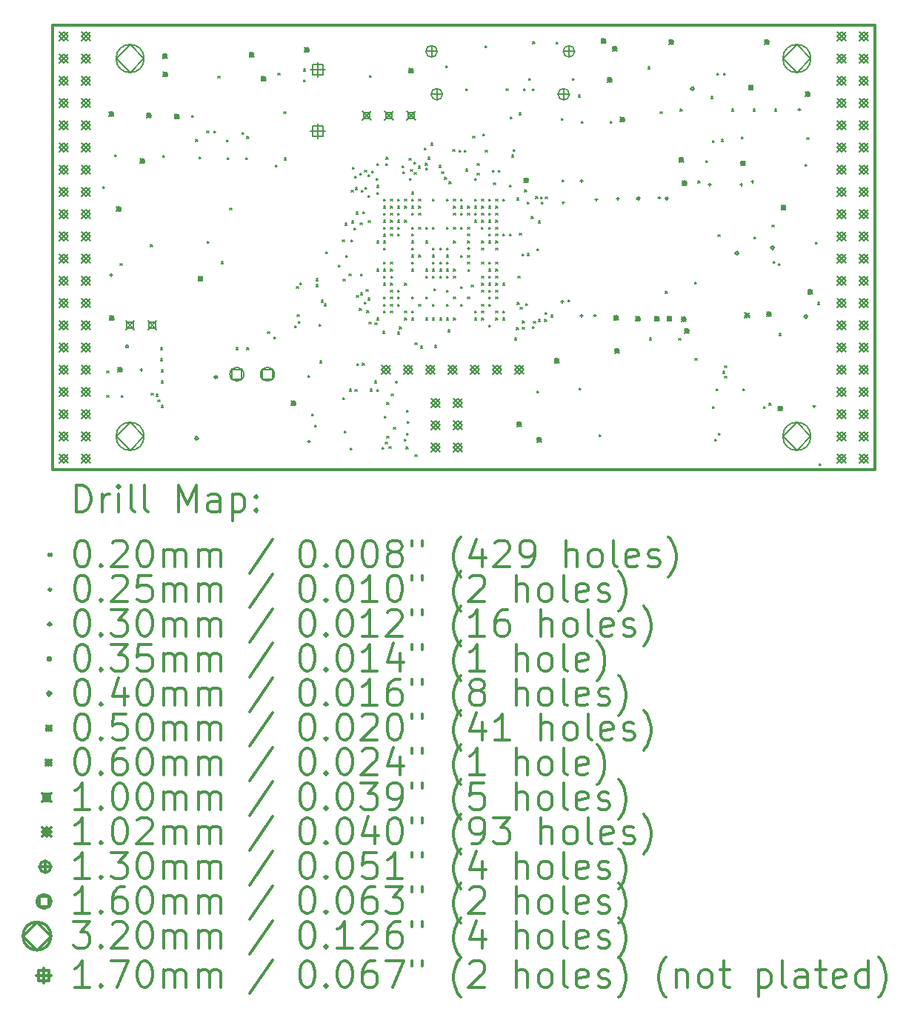
<source format=gbr>
%FSLAX45Y45*%
G04 Gerber Fmt 4.5, Leading zero omitted, Abs format (unit mm)*
G04 Created by KiCad (PCBNEW 5.0.0+dfsg1-1) date Wed Aug  8 13:43:19 2018*
%MOMM*%
%LPD*%
G01*
G04 APERTURE LIST*
%ADD10C,0.300000*%
%ADD11C,0.200000*%
G04 APERTURE END LIST*
D10*
X9410000Y-6142000D02*
X9410000Y-11222000D01*
X18808000Y-6142000D02*
X9410000Y-6142000D01*
X18808000Y-11222000D02*
X18808000Y-6142000D01*
X9410000Y-11222000D02*
X18808000Y-11222000D01*
D11*
X9990550Y-7986200D02*
X10010550Y-8006200D01*
X10010550Y-7986200D02*
X9990550Y-8006200D01*
X10035000Y-10094400D02*
X10055000Y-10114400D01*
X10055000Y-10094400D02*
X10035000Y-10114400D01*
X10035000Y-10373800D02*
X10055000Y-10393800D01*
X10055000Y-10373800D02*
X10035000Y-10393800D01*
X10125400Y-7619700D02*
X10145400Y-7639700D01*
X10145400Y-7619700D02*
X10125400Y-7639700D01*
X10187400Y-8868850D02*
X10207400Y-8888850D01*
X10207400Y-8868850D02*
X10187400Y-8888850D01*
X10200100Y-10373800D02*
X10220100Y-10393800D01*
X10220100Y-10373800D02*
X10200100Y-10393800D01*
X10535450Y-8649900D02*
X10555450Y-8669900D01*
X10555450Y-8649900D02*
X10535450Y-8669900D01*
X10543000Y-10348400D02*
X10563000Y-10368400D01*
X10563000Y-10348400D02*
X10543000Y-10368400D01*
X10595970Y-10361643D02*
X10615970Y-10381643D01*
X10615970Y-10361643D02*
X10595970Y-10381643D01*
X10619200Y-10424600D02*
X10639200Y-10444600D01*
X10639200Y-10424600D02*
X10619200Y-10444600D01*
X10650950Y-9827700D02*
X10670950Y-9847700D01*
X10670950Y-9827700D02*
X10650950Y-9847700D01*
X10650950Y-9954700D02*
X10670950Y-9974700D01*
X10670950Y-9954700D02*
X10650950Y-9974700D01*
X10657300Y-10081700D02*
X10677300Y-10101700D01*
X10677300Y-10081700D02*
X10657300Y-10101700D01*
X10657300Y-10208701D02*
X10677300Y-10228701D01*
X10677300Y-10208701D02*
X10657300Y-10228701D01*
X10657300Y-10488100D02*
X10677300Y-10508100D01*
X10677300Y-10488100D02*
X10657300Y-10508100D01*
X10671500Y-7632400D02*
X10691500Y-7652400D01*
X10691500Y-7632400D02*
X10671500Y-7652400D01*
X11001700Y-7175200D02*
X11021700Y-7195200D01*
X11021700Y-7175200D02*
X11001700Y-7195200D01*
X11049908Y-7448938D02*
X11069908Y-7468938D01*
X11069908Y-7448938D02*
X11049908Y-7468938D01*
X11090600Y-7645100D02*
X11110600Y-7665100D01*
X11110600Y-7645100D02*
X11090600Y-7665100D01*
X11178000Y-7350000D02*
X11198000Y-7370000D01*
X11198000Y-7350000D02*
X11178000Y-7370000D01*
X11179522Y-8615379D02*
X11199522Y-8635379D01*
X11199522Y-8615379D02*
X11179522Y-8635379D01*
X11258000Y-7350000D02*
X11278000Y-7370000D01*
X11278000Y-7350000D02*
X11258000Y-7370000D01*
X11305725Y-6724363D02*
X11325725Y-6744363D01*
X11325725Y-6724363D02*
X11305725Y-6744363D01*
X11344600Y-8845973D02*
X11364600Y-8865973D01*
X11364600Y-8845973D02*
X11344600Y-8865973D01*
X11400408Y-7451220D02*
X11420408Y-7471220D01*
X11420408Y-7451220D02*
X11400408Y-7471220D01*
X11408100Y-7657800D02*
X11428100Y-7677800D01*
X11428100Y-7657800D02*
X11408100Y-7677800D01*
X11441393Y-8230943D02*
X11461393Y-8250943D01*
X11461393Y-8230943D02*
X11441393Y-8250943D01*
X11514550Y-9827700D02*
X11534550Y-9847700D01*
X11534550Y-9827700D02*
X11514550Y-9847700D01*
X11578000Y-7370000D02*
X11598000Y-7390000D01*
X11598000Y-7370000D02*
X11578000Y-7390000D01*
X11624000Y-7657800D02*
X11644000Y-7677800D01*
X11644000Y-7657800D02*
X11624000Y-7677800D01*
X11633852Y-9827700D02*
X11653852Y-9847700D01*
X11653852Y-9827700D02*
X11633852Y-9847700D01*
X11635200Y-7414700D02*
X11655200Y-7434700D01*
X11655200Y-7414700D02*
X11635200Y-7434700D01*
X11870412Y-9644112D02*
X11890412Y-9664112D01*
X11890412Y-9644112D02*
X11870412Y-9664112D01*
X11941500Y-9702500D02*
X11961500Y-9722500D01*
X11961500Y-9702500D02*
X11941500Y-9722500D01*
X11959215Y-7739412D02*
X11979215Y-7759412D01*
X11979215Y-7739412D02*
X11959215Y-7759412D01*
X11990800Y-6690800D02*
X12010800Y-6710800D01*
X12010800Y-6690800D02*
X11990800Y-6710800D01*
X12056498Y-7133651D02*
X12076498Y-7153651D01*
X12076498Y-7133651D02*
X12056498Y-7153651D01*
X12063993Y-7659408D02*
X12083993Y-7679408D01*
X12083993Y-7659408D02*
X12063993Y-7679408D01*
X12182800Y-9575500D02*
X12202800Y-9595500D01*
X12202800Y-9575500D02*
X12182800Y-9595500D01*
X12201657Y-9128657D02*
X12221657Y-9148657D01*
X12221657Y-9128657D02*
X12201657Y-9148657D01*
X12210364Y-9448538D02*
X12230364Y-9468538D01*
X12230364Y-9448538D02*
X12210364Y-9468538D01*
X12220900Y-9524700D02*
X12240900Y-9544700D01*
X12240900Y-9524700D02*
X12220900Y-9544700D01*
X12242096Y-9088217D02*
X12262096Y-9108217D01*
X12262096Y-9088217D02*
X12242096Y-9108217D01*
X12282618Y-6643232D02*
X12302618Y-6663232D01*
X12302618Y-6643232D02*
X12282618Y-6663232D01*
X12284400Y-6768800D02*
X12304400Y-6788800D01*
X12304400Y-6768800D02*
X12284400Y-6788800D01*
X12332545Y-10146435D02*
X12352545Y-10166435D01*
X12352545Y-10146435D02*
X12332545Y-10166435D01*
X12376349Y-10586650D02*
X12396349Y-10606650D01*
X12396349Y-10586650D02*
X12376349Y-10606650D01*
X12410242Y-10710764D02*
X12430242Y-10730764D01*
X12430242Y-10710764D02*
X12410242Y-10730764D01*
X12423701Y-9107100D02*
X12443701Y-9127100D01*
X12443701Y-9107100D02*
X12423701Y-9127100D01*
X12423702Y-9038791D02*
X12443702Y-9058791D01*
X12443702Y-9038791D02*
X12423702Y-9058791D01*
X12460700Y-9561000D02*
X12480700Y-9581000D01*
X12480700Y-9561000D02*
X12460700Y-9581000D01*
X12467050Y-9980100D02*
X12487050Y-10000100D01*
X12487050Y-9980100D02*
X12467050Y-10000100D01*
X12486399Y-9285661D02*
X12506399Y-9305661D01*
X12506399Y-9285661D02*
X12486399Y-9305661D01*
X12519149Y-9329350D02*
X12539149Y-9349350D01*
X12539149Y-9329350D02*
X12519149Y-9349350D01*
X12538837Y-8731087D02*
X12558837Y-8751087D01*
X12558837Y-8731087D02*
X12538837Y-8751087D01*
X12682329Y-8882979D02*
X12702329Y-8902979D01*
X12702329Y-8882979D02*
X12682329Y-8902979D01*
X12727400Y-8595800D02*
X12747400Y-8615800D01*
X12747400Y-8595800D02*
X12727400Y-8615800D01*
X12731909Y-10397773D02*
X12751909Y-10417773D01*
X12751909Y-10397773D02*
X12731909Y-10417773D01*
X12733834Y-9045740D02*
X12753834Y-9065740D01*
X12753834Y-9045740D02*
X12733834Y-9065740D01*
X12748660Y-10777504D02*
X12768660Y-10797504D01*
X12768660Y-10777504D02*
X12748660Y-10797504D01*
X12759150Y-8405300D02*
X12779150Y-8425300D01*
X12779150Y-8405300D02*
X12759150Y-8425300D01*
X12764768Y-8776012D02*
X12784768Y-8796012D01*
X12784768Y-8776012D02*
X12764768Y-8796012D01*
X12803218Y-8983018D02*
X12823218Y-9003018D01*
X12823218Y-8983018D02*
X12803218Y-9003018D01*
X12808750Y-10300900D02*
X12828750Y-10320900D01*
X12828750Y-10300900D02*
X12808750Y-10320900D01*
X12815100Y-10974000D02*
X12835100Y-10994000D01*
X12835100Y-10974000D02*
X12815100Y-10994000D01*
X12824072Y-8596207D02*
X12844072Y-8616207D01*
X12844072Y-8596207D02*
X12824072Y-8616207D01*
X12829000Y-8030650D02*
X12849000Y-8050650D01*
X12849000Y-8030650D02*
X12829000Y-8050650D01*
X12835350Y-8379900D02*
X12855350Y-8399900D01*
X12855350Y-8379900D02*
X12835350Y-8399900D01*
X12841700Y-7765451D02*
X12861700Y-7785451D01*
X12861700Y-7765451D02*
X12841700Y-7785451D01*
X12860114Y-8462438D02*
X12880114Y-8482438D01*
X12880114Y-8462438D02*
X12860114Y-8482438D01*
X12867100Y-7865550D02*
X12887100Y-7885550D01*
X12887100Y-7865550D02*
X12867100Y-7885550D01*
X12870682Y-10308590D02*
X12890682Y-10328590D01*
X12890682Y-10308590D02*
X12870682Y-10328590D01*
X12873450Y-7998900D02*
X12893450Y-8018900D01*
X12893450Y-7998900D02*
X12873450Y-8018900D01*
X12886150Y-8278300D02*
X12906150Y-8298300D01*
X12906150Y-8278300D02*
X12886150Y-8298300D01*
X12886283Y-9229083D02*
X12906283Y-9249083D01*
X12906283Y-9229083D02*
X12886283Y-9249083D01*
X12890520Y-10007480D02*
X12910520Y-10027480D01*
X12910520Y-10007480D02*
X12890520Y-10027480D01*
X12921835Y-9377845D02*
X12941835Y-9397845D01*
X12941835Y-9377845D02*
X12921835Y-9397845D01*
X12924250Y-7833800D02*
X12944250Y-7853800D01*
X12944250Y-7833800D02*
X12924250Y-7853800D01*
X12930501Y-8400852D02*
X12950501Y-8420852D01*
X12950501Y-8400852D02*
X12930501Y-8420852D01*
X12934924Y-8983794D02*
X12954924Y-9003794D01*
X12954924Y-8983794D02*
X12934924Y-9003794D01*
X12935750Y-9202350D02*
X12955750Y-9222350D01*
X12955750Y-9202350D02*
X12935750Y-9222350D01*
X12940751Y-8030650D02*
X12960751Y-8050650D01*
X12960751Y-8030650D02*
X12940751Y-8050650D01*
X12956000Y-10005500D02*
X12976000Y-10025500D01*
X12976000Y-10005500D02*
X12956000Y-10025500D01*
X12962350Y-8273851D02*
X12982350Y-8293851D01*
X12982350Y-8273851D02*
X12962350Y-8293851D01*
X12976189Y-9308896D02*
X12996189Y-9328896D01*
X12996189Y-9308896D02*
X12976189Y-9328896D01*
X12981400Y-7802050D02*
X13001400Y-7822050D01*
X13001400Y-7802050D02*
X12981400Y-7822050D01*
X12984711Y-7994431D02*
X13004711Y-8014431D01*
X13004711Y-7994431D02*
X12984711Y-8014431D01*
X12999250Y-9164250D02*
X13019250Y-9184250D01*
X13019250Y-9164250D02*
X12999250Y-9184250D01*
X13007618Y-9405227D02*
X13027618Y-9425227D01*
X13027618Y-9405227D02*
X13007618Y-9425227D01*
X13018300Y-9259500D02*
X13038300Y-9279500D01*
X13038300Y-9259500D02*
X13018300Y-9279500D01*
X13018305Y-7852464D02*
X13038305Y-7872464D01*
X13038305Y-7852464D02*
X13018305Y-7872464D01*
X13019500Y-8087800D02*
X13039500Y-8107800D01*
X13039500Y-8087800D02*
X13019500Y-8107800D01*
X13023410Y-8375410D02*
X13043410Y-8395410D01*
X13043410Y-8375410D02*
X13023410Y-8395410D01*
X13030548Y-9536431D02*
X13050548Y-9556431D01*
X13050548Y-9536431D02*
X13030548Y-9556431D01*
X13033700Y-6718000D02*
X13053700Y-6738000D01*
X13053700Y-6718000D02*
X13033700Y-6738000D01*
X13043700Y-10300900D02*
X13063700Y-10320900D01*
X13063700Y-10300900D02*
X13043700Y-10320900D01*
X13063950Y-7808400D02*
X13083950Y-7828400D01*
X13083950Y-7808400D02*
X13063950Y-7828400D01*
X13093907Y-10208700D02*
X13113907Y-10228700D01*
X13113907Y-10208700D02*
X13093907Y-10228700D01*
X13098471Y-9546418D02*
X13118471Y-9566418D01*
X13118471Y-9546418D02*
X13098471Y-9566418D01*
X13114818Y-7892343D02*
X13134818Y-7912343D01*
X13134818Y-7892343D02*
X13114818Y-7912343D01*
X13118000Y-8052363D02*
X13138000Y-8072363D01*
X13138000Y-8052363D02*
X13118000Y-8072363D01*
X13118000Y-8610000D02*
X13138000Y-8630000D01*
X13138000Y-8610000D02*
X13118000Y-8630000D01*
X13118000Y-8930000D02*
X13138000Y-8950000D01*
X13138000Y-8930000D02*
X13118000Y-8950000D01*
X13118000Y-9490000D02*
X13138000Y-9510000D01*
X13138000Y-9490000D02*
X13118000Y-9510000D01*
X13118565Y-7722735D02*
X13138565Y-7742735D01*
X13138565Y-7722735D02*
X13118565Y-7742735D01*
X13119785Y-7972345D02*
X13139785Y-7992345D01*
X13139785Y-7972345D02*
X13119785Y-7992345D01*
X13119900Y-10307250D02*
X13139900Y-10327250D01*
X13139900Y-10307250D02*
X13119900Y-10327250D01*
X13178250Y-10964350D02*
X13198250Y-10984350D01*
X13198250Y-10964350D02*
X13178250Y-10984350D01*
X13189750Y-9640500D02*
X13209750Y-9660500D01*
X13209750Y-9640500D02*
X13189750Y-9660500D01*
X13197734Y-9090201D02*
X13217734Y-9110201D01*
X13217734Y-9090201D02*
X13197734Y-9110201D01*
X13198000Y-8130000D02*
X13218000Y-8150000D01*
X13218000Y-8130000D02*
X13198000Y-8150000D01*
X13198000Y-8210000D02*
X13218000Y-8230000D01*
X13218000Y-8210000D02*
X13198000Y-8230000D01*
X13198000Y-8290000D02*
X13218000Y-8310000D01*
X13218000Y-8290000D02*
X13198000Y-8310000D01*
X13198000Y-8370000D02*
X13218000Y-8390000D01*
X13218000Y-8370000D02*
X13198000Y-8390000D01*
X13198000Y-8450000D02*
X13218000Y-8470000D01*
X13218000Y-8450000D02*
X13198000Y-8470000D01*
X13198000Y-8531500D02*
X13218000Y-8551500D01*
X13218000Y-8531500D02*
X13198000Y-8551500D01*
X13198000Y-8610000D02*
X13218000Y-8630000D01*
X13218000Y-8610000D02*
X13198000Y-8630000D01*
X13198000Y-8690000D02*
X13218000Y-8710000D01*
X13218000Y-8690000D02*
X13198000Y-8710000D01*
X13198000Y-8850000D02*
X13218000Y-8870000D01*
X13218000Y-8850000D02*
X13198000Y-8870000D01*
X13198000Y-8930000D02*
X13218000Y-8950000D01*
X13218000Y-8930000D02*
X13198000Y-8950000D01*
X13198000Y-9010000D02*
X13218000Y-9030000D01*
X13218000Y-9010000D02*
X13198000Y-9030000D01*
X13198000Y-9250000D02*
X13218000Y-9270000D01*
X13218000Y-9250000D02*
X13198000Y-9270000D01*
X13198000Y-9330000D02*
X13218000Y-9350000D01*
X13218000Y-9330000D02*
X13198000Y-9350000D01*
X13198000Y-9410000D02*
X13218000Y-9430000D01*
X13218000Y-9410000D02*
X13198000Y-9430000D01*
X13206286Y-10608587D02*
X13226286Y-10628587D01*
X13226286Y-10608587D02*
X13206286Y-10628587D01*
X13217511Y-10908296D02*
X13237511Y-10928296D01*
X13237511Y-10908296D02*
X13217511Y-10928296D01*
X13220903Y-7724256D02*
X13240903Y-7744256D01*
X13240903Y-7724256D02*
X13220903Y-7744256D01*
X13227850Y-7652950D02*
X13247850Y-7672950D01*
X13247850Y-7652950D02*
X13227850Y-7672950D01*
X13234200Y-10453300D02*
X13254200Y-10473300D01*
X13254200Y-10453300D02*
X13234200Y-10473300D01*
X13234200Y-10840650D02*
X13254200Y-10860650D01*
X13254200Y-10840650D02*
X13234200Y-10860650D01*
X13260800Y-10958000D02*
X13280800Y-10978000D01*
X13280800Y-10958000D02*
X13260800Y-10978000D01*
X13278000Y-8130000D02*
X13298000Y-8150000D01*
X13298000Y-8130000D02*
X13278000Y-8150000D01*
X13278000Y-8210000D02*
X13298000Y-8230000D01*
X13298000Y-8210000D02*
X13278000Y-8230000D01*
X13278000Y-8290000D02*
X13298000Y-8310000D01*
X13298000Y-8290000D02*
X13278000Y-8310000D01*
X13278000Y-8370000D02*
X13298000Y-8390000D01*
X13298000Y-8370000D02*
X13278000Y-8390000D01*
X13278000Y-8450000D02*
X13298000Y-8470000D01*
X13298000Y-8450000D02*
X13278000Y-8470000D01*
X13278000Y-8530000D02*
X13298000Y-8550000D01*
X13298000Y-8530000D02*
X13278000Y-8550000D01*
X13278000Y-8850000D02*
X13298000Y-8870000D01*
X13298000Y-8850000D02*
X13278000Y-8870000D01*
X13278000Y-8930000D02*
X13298000Y-8950000D01*
X13298000Y-8930000D02*
X13278000Y-8950000D01*
X13278000Y-9090000D02*
X13298000Y-9110000D01*
X13298000Y-9090000D02*
X13278000Y-9110000D01*
X13278000Y-9170000D02*
X13298000Y-9190000D01*
X13298000Y-9170000D02*
X13278000Y-9190000D01*
X13278000Y-9250000D02*
X13298000Y-9270000D01*
X13298000Y-9250000D02*
X13278000Y-9270000D01*
X13278000Y-9330000D02*
X13298000Y-9350000D01*
X13298000Y-9330000D02*
X13278000Y-9350000D01*
X13278000Y-9410000D02*
X13298000Y-9430000D01*
X13298000Y-9410000D02*
X13278000Y-9430000D01*
X13280000Y-9008000D02*
X13300000Y-9028000D01*
X13300000Y-9008000D02*
X13280000Y-9028000D01*
X13285000Y-10358050D02*
X13305000Y-10378050D01*
X13305000Y-10358050D02*
X13285000Y-10378050D01*
X13311600Y-10736500D02*
X13331600Y-10756500D01*
X13331600Y-10736500D02*
X13311600Y-10756500D01*
X13358000Y-8130000D02*
X13378000Y-8150000D01*
X13378000Y-8130000D02*
X13358000Y-8150000D01*
X13358000Y-8210000D02*
X13378000Y-8230000D01*
X13378000Y-8210000D02*
X13358000Y-8230000D01*
X13358000Y-8290000D02*
X13378000Y-8310000D01*
X13378000Y-8290000D02*
X13358000Y-8310000D01*
X13358000Y-8370000D02*
X13378000Y-8390000D01*
X13378000Y-8370000D02*
X13358000Y-8390000D01*
X13358000Y-8450000D02*
X13378000Y-8470000D01*
X13378000Y-8450000D02*
X13358000Y-8470000D01*
X13358000Y-8530000D02*
X13378000Y-8550000D01*
X13378000Y-8530000D02*
X13358000Y-8550000D01*
X13358000Y-9170000D02*
X13378000Y-9190000D01*
X13378000Y-9170000D02*
X13358000Y-9190000D01*
X13358000Y-9250000D02*
X13378000Y-9270000D01*
X13378000Y-9250000D02*
X13358000Y-9270000D01*
X13358000Y-9330000D02*
X13378000Y-9350000D01*
X13378000Y-9330000D02*
X13358000Y-9350000D01*
X13358000Y-9650000D02*
X13378000Y-9670000D01*
X13378000Y-9650000D02*
X13358000Y-9670000D01*
X13378000Y-9590000D02*
X13398000Y-9610000D01*
X13398000Y-9590000D02*
X13378000Y-9610000D01*
X13411163Y-7748395D02*
X13431163Y-7768395D01*
X13431163Y-7748395D02*
X13411163Y-7768395D01*
X13415020Y-7815418D02*
X13435020Y-7835418D01*
X13435020Y-7815418D02*
X13415020Y-7835418D01*
X13436400Y-10874197D02*
X13456400Y-10894197D01*
X13456400Y-10874197D02*
X13436400Y-10894197D01*
X13438000Y-8130000D02*
X13458000Y-8150000D01*
X13458000Y-8130000D02*
X13438000Y-8150000D01*
X13438000Y-8210000D02*
X13458000Y-8230000D01*
X13458000Y-8210000D02*
X13438000Y-8230000D01*
X13438000Y-8370000D02*
X13458000Y-8390000D01*
X13458000Y-8370000D02*
X13438000Y-8390000D01*
X13438000Y-9090000D02*
X13458000Y-9110000D01*
X13458000Y-9090000D02*
X13438000Y-9110000D01*
X13438000Y-9410000D02*
X13458000Y-9430000D01*
X13458000Y-9410000D02*
X13438000Y-9430000D01*
X13438000Y-9490000D02*
X13458000Y-9510000D01*
X13458000Y-9490000D02*
X13438000Y-9510000D01*
X13453687Y-10961995D02*
X13473687Y-10981995D01*
X13473687Y-10961995D02*
X13453687Y-10981995D01*
X13457587Y-10803159D02*
X13477587Y-10823159D01*
X13477587Y-10803159D02*
X13457587Y-10823159D01*
X13460735Y-10540845D02*
X13480735Y-10560845D01*
X13480735Y-10540845D02*
X13460735Y-10560845D01*
X13465065Y-10671051D02*
X13485065Y-10691051D01*
X13485065Y-10671051D02*
X13465065Y-10691051D01*
X13489399Y-7662350D02*
X13509399Y-7682350D01*
X13509399Y-7662350D02*
X13489399Y-7682350D01*
X13492132Y-7892495D02*
X13512132Y-7912495D01*
X13512132Y-7892495D02*
X13492132Y-7912495D01*
X13507250Y-7792650D02*
X13527250Y-7812650D01*
X13527250Y-7792650D02*
X13507250Y-7812650D01*
X13518000Y-8050000D02*
X13538000Y-8070000D01*
X13538000Y-8050000D02*
X13518000Y-8070000D01*
X13518000Y-8130000D02*
X13538000Y-8150000D01*
X13538000Y-8130000D02*
X13518000Y-8150000D01*
X13518000Y-8210000D02*
X13538000Y-8230000D01*
X13538000Y-8210000D02*
X13518000Y-8230000D01*
X13518000Y-8290000D02*
X13538000Y-8310000D01*
X13538000Y-8290000D02*
X13518000Y-8310000D01*
X13518000Y-8450000D02*
X13538000Y-8470000D01*
X13538000Y-8450000D02*
X13518000Y-8470000D01*
X13518000Y-8530000D02*
X13538000Y-8550000D01*
X13538000Y-8530000D02*
X13518000Y-8550000D01*
X13518000Y-8610000D02*
X13538000Y-8630000D01*
X13538000Y-8610000D02*
X13518000Y-8630000D01*
X13518000Y-8690000D02*
X13538000Y-8710000D01*
X13538000Y-8690000D02*
X13518000Y-8710000D01*
X13518000Y-8770000D02*
X13538000Y-8790000D01*
X13538000Y-8770000D02*
X13518000Y-8790000D01*
X13518000Y-8850000D02*
X13538000Y-8870000D01*
X13538000Y-8850000D02*
X13518000Y-8870000D01*
X13518000Y-8930000D02*
X13538000Y-8950000D01*
X13538000Y-8930000D02*
X13518000Y-8950000D01*
X13518000Y-9250000D02*
X13538000Y-9270000D01*
X13538000Y-9250000D02*
X13518000Y-9270000D01*
X13518000Y-9410000D02*
X13538000Y-9430000D01*
X13538000Y-9410000D02*
X13518000Y-9430000D01*
X13518000Y-9490000D02*
X13538000Y-9510000D01*
X13538000Y-9490000D02*
X13518000Y-9510000D01*
X13546550Y-7706800D02*
X13566550Y-7726800D01*
X13566550Y-7706800D02*
X13546550Y-7726800D01*
X13549150Y-7827659D02*
X13569150Y-7847659D01*
X13569150Y-7827659D02*
X13549150Y-7847659D01*
X13555656Y-11051071D02*
X13575656Y-11071071D01*
X13575656Y-11051071D02*
X13555656Y-11071071D01*
X13558000Y-9770000D02*
X13578000Y-9790000D01*
X13578000Y-9770000D02*
X13558000Y-9790000D01*
X13594882Y-7754550D02*
X13614882Y-7774550D01*
X13614882Y-7754550D02*
X13594882Y-7774550D01*
X13598000Y-8130000D02*
X13618000Y-8150000D01*
X13618000Y-8130000D02*
X13598000Y-8150000D01*
X13598000Y-8210000D02*
X13618000Y-8230000D01*
X13618000Y-8210000D02*
X13598000Y-8230000D01*
X13598000Y-8290000D02*
X13618000Y-8310000D01*
X13618000Y-8290000D02*
X13598000Y-8310000D01*
X13598000Y-8450000D02*
X13618000Y-8470000D01*
X13618000Y-8450000D02*
X13598000Y-8470000D01*
X13598000Y-8770000D02*
X13618000Y-8790000D01*
X13618000Y-8770000D02*
X13598000Y-8790000D01*
X13598000Y-9330000D02*
X13618000Y-9350000D01*
X13618000Y-9330000D02*
X13598000Y-9350000D01*
X13618000Y-9810000D02*
X13638000Y-9830000D01*
X13638000Y-9810000D02*
X13618000Y-9830000D01*
X13664259Y-7547941D02*
X13684259Y-7567941D01*
X13684259Y-7547941D02*
X13664259Y-7567941D01*
X13676320Y-7718760D02*
X13696320Y-7738760D01*
X13696320Y-7718760D02*
X13676320Y-7738760D01*
X13678000Y-8450000D02*
X13698000Y-8470000D01*
X13698000Y-8450000D02*
X13678000Y-8470000D01*
X13678000Y-8610000D02*
X13698000Y-8630000D01*
X13698000Y-8610000D02*
X13678000Y-8630000D01*
X13678000Y-8930000D02*
X13698000Y-8950000D01*
X13698000Y-8930000D02*
X13678000Y-8950000D01*
X13678000Y-9010000D02*
X13698000Y-9030000D01*
X13698000Y-9010000D02*
X13678000Y-9030000D01*
X13678000Y-9250000D02*
X13698000Y-9270000D01*
X13698000Y-9250000D02*
X13678000Y-9270000D01*
X13678000Y-9490000D02*
X13698000Y-9510000D01*
X13698000Y-9490000D02*
X13678000Y-9510000D01*
X13679461Y-7776107D02*
X13699461Y-7796107D01*
X13699461Y-7776107D02*
X13679461Y-7796107D01*
X13707437Y-7652487D02*
X13727437Y-7672487D01*
X13727437Y-7652487D02*
X13707437Y-7672487D01*
X13738000Y-7490000D02*
X13758000Y-7510000D01*
X13758000Y-7490000D02*
X13738000Y-7510000D01*
X13758000Y-8130000D02*
X13778000Y-8150000D01*
X13778000Y-8130000D02*
X13758000Y-8150000D01*
X13758000Y-8450000D02*
X13778000Y-8470000D01*
X13778000Y-8450000D02*
X13758000Y-8470000D01*
X13758000Y-8690000D02*
X13778000Y-8710000D01*
X13778000Y-8690000D02*
X13758000Y-8710000D01*
X13758000Y-8770000D02*
X13778000Y-8790000D01*
X13778000Y-8770000D02*
X13758000Y-8790000D01*
X13758000Y-8850000D02*
X13778000Y-8870000D01*
X13778000Y-8850000D02*
X13758000Y-8870000D01*
X13758000Y-8930000D02*
X13778000Y-8950000D01*
X13778000Y-8930000D02*
X13758000Y-8950000D01*
X13758000Y-9010000D02*
X13778000Y-9030000D01*
X13778000Y-9010000D02*
X13758000Y-9030000D01*
X13758000Y-9330000D02*
X13778000Y-9350000D01*
X13778000Y-9330000D02*
X13758000Y-9350000D01*
X13758000Y-9490000D02*
X13778000Y-9510000D01*
X13778000Y-9490000D02*
X13758000Y-9510000D01*
X13770300Y-9156400D02*
X13790300Y-9176400D01*
X13790300Y-9156400D02*
X13770300Y-9176400D01*
X13781499Y-9802300D02*
X13801499Y-9822300D01*
X13801499Y-9802300D02*
X13781499Y-9822300D01*
X13830592Y-7745154D02*
X13850592Y-7765154D01*
X13850592Y-7745154D02*
X13830592Y-7765154D01*
X13838000Y-8690000D02*
X13858000Y-8710000D01*
X13858000Y-8690000D02*
X13838000Y-8710000D01*
X13838000Y-8850000D02*
X13858000Y-8870000D01*
X13858000Y-8850000D02*
X13838000Y-8870000D01*
X13838000Y-8930000D02*
X13858000Y-8950000D01*
X13858000Y-8930000D02*
X13838000Y-8950000D01*
X13838000Y-9010000D02*
X13858000Y-9030000D01*
X13858000Y-9010000D02*
X13838000Y-9030000D01*
X13838000Y-9490000D02*
X13858000Y-9510000D01*
X13858000Y-9490000D02*
X13838000Y-9510000D01*
X13862850Y-7818050D02*
X13882850Y-7838050D01*
X13882850Y-7818050D02*
X13862850Y-7838050D01*
X13894600Y-7881550D02*
X13914600Y-7901550D01*
X13914600Y-7881550D02*
X13894600Y-7901550D01*
X13910000Y-6603700D02*
X13930000Y-6623700D01*
X13930000Y-6603700D02*
X13910000Y-6623700D01*
X13918000Y-8130000D02*
X13938000Y-8150000D01*
X13938000Y-8130000D02*
X13918000Y-8150000D01*
X13918000Y-8450000D02*
X13938000Y-8470000D01*
X13938000Y-8450000D02*
X13918000Y-8470000D01*
X13918000Y-8690000D02*
X13938000Y-8710000D01*
X13938000Y-8690000D02*
X13918000Y-8710000D01*
X13918000Y-8770000D02*
X13938000Y-8790000D01*
X13938000Y-8770000D02*
X13918000Y-8790000D01*
X13918000Y-8850000D02*
X13938000Y-8870000D01*
X13938000Y-8850000D02*
X13918000Y-8870000D01*
X13918000Y-8930000D02*
X13938000Y-8950000D01*
X13938000Y-8930000D02*
X13918000Y-8950000D01*
X13918000Y-9010000D02*
X13938000Y-9030000D01*
X13938000Y-9010000D02*
X13918000Y-9030000D01*
X13918000Y-9170000D02*
X13938000Y-9190000D01*
X13938000Y-9170000D02*
X13918000Y-9190000D01*
X13918000Y-9330000D02*
X13938000Y-9350000D01*
X13938000Y-9330000D02*
X13918000Y-9350000D01*
X13918000Y-9490000D02*
X13938000Y-9510000D01*
X13938000Y-9490000D02*
X13918000Y-9510000D01*
X13933900Y-9624500D02*
X13953900Y-9644500D01*
X13953900Y-9624500D02*
X13933900Y-9644500D01*
X13945400Y-7932350D02*
X13965400Y-7952350D01*
X13965400Y-7932350D02*
X13945400Y-7952350D01*
X13989352Y-7565171D02*
X14009352Y-7585171D01*
X14009352Y-7565171D02*
X13989352Y-7585171D01*
X13996000Y-8292000D02*
X14016000Y-8312000D01*
X14016000Y-8292000D02*
X13996000Y-8312000D01*
X13998000Y-8130000D02*
X14018000Y-8150000D01*
X14018000Y-8130000D02*
X13998000Y-8150000D01*
X13998000Y-8210000D02*
X14018000Y-8230000D01*
X14018000Y-8210000D02*
X13998000Y-8230000D01*
X13998000Y-8450000D02*
X14018000Y-8470000D01*
X14018000Y-8450000D02*
X13998000Y-8470000D01*
X13998000Y-8610000D02*
X14018000Y-8630000D01*
X14018000Y-8610000D02*
X13998000Y-8630000D01*
X13998000Y-8930000D02*
X14018000Y-8950000D01*
X14018000Y-8930000D02*
X13998000Y-8950000D01*
X13998000Y-9010000D02*
X14018000Y-9030000D01*
X14018000Y-9010000D02*
X13998000Y-9030000D01*
X13998000Y-9250000D02*
X14018000Y-9270000D01*
X14018000Y-9250000D02*
X13998000Y-9270000D01*
X13998000Y-9490000D02*
X14018000Y-9510000D01*
X14018000Y-9490000D02*
X13998000Y-9510000D01*
X14058000Y-7570000D02*
X14078000Y-7590000D01*
X14078000Y-7570000D02*
X14058000Y-7590000D01*
X14078000Y-8130000D02*
X14098000Y-8150000D01*
X14098000Y-8130000D02*
X14078000Y-8150000D01*
X14078000Y-8210000D02*
X14098000Y-8230000D01*
X14098000Y-8210000D02*
X14078000Y-8230000D01*
X14078000Y-8290000D02*
X14098000Y-8310000D01*
X14098000Y-8290000D02*
X14078000Y-8310000D01*
X14078000Y-8450000D02*
X14098000Y-8470000D01*
X14098000Y-8450000D02*
X14078000Y-8470000D01*
X14078000Y-9130000D02*
X14098000Y-9150000D01*
X14098000Y-9130000D02*
X14078000Y-9150000D01*
X14078000Y-9330000D02*
X14098000Y-9350000D01*
X14098000Y-9330000D02*
X14078000Y-9350000D01*
X14079623Y-8771623D02*
X14099623Y-8791623D01*
X14099623Y-8771623D02*
X14079623Y-8791623D01*
X14118000Y-7570000D02*
X14138000Y-7590000D01*
X14138000Y-7570000D02*
X14118000Y-7590000D01*
X14135900Y-7786300D02*
X14155900Y-7806300D01*
X14155900Y-7786300D02*
X14135900Y-7806300D01*
X14138000Y-6870000D02*
X14158000Y-6890000D01*
X14158000Y-6870000D02*
X14138000Y-6890000D01*
X14158000Y-8210000D02*
X14178000Y-8230000D01*
X14178000Y-8210000D02*
X14158000Y-8230000D01*
X14158000Y-8290000D02*
X14178000Y-8310000D01*
X14178000Y-8290000D02*
X14158000Y-8310000D01*
X14158000Y-8450000D02*
X14178000Y-8470000D01*
X14178000Y-8450000D02*
X14158000Y-8470000D01*
X14158000Y-8530000D02*
X14178000Y-8550000D01*
X14178000Y-8530000D02*
X14158000Y-8550000D01*
X14158000Y-8610000D02*
X14178000Y-8630000D01*
X14178000Y-8610000D02*
X14158000Y-8630000D01*
X14158000Y-8850000D02*
X14178000Y-8870000D01*
X14178000Y-8850000D02*
X14158000Y-8870000D01*
X14158000Y-9250000D02*
X14178000Y-9270000D01*
X14178000Y-9250000D02*
X14158000Y-9270000D01*
X14158027Y-8772746D02*
X14178027Y-8792746D01*
X14178027Y-8772746D02*
X14158027Y-8792746D01*
X14160000Y-8932000D02*
X14180000Y-8952000D01*
X14180000Y-8932000D02*
X14160000Y-8952000D01*
X14200722Y-9110102D02*
X14220722Y-9130102D01*
X14220722Y-9110102D02*
X14200722Y-9130102D01*
X14218000Y-7410000D02*
X14238000Y-7430000D01*
X14238000Y-7410000D02*
X14218000Y-7430000D01*
X14236000Y-8292000D02*
X14256000Y-8312000D01*
X14256000Y-8292000D02*
X14236000Y-8312000D01*
X14236377Y-7893109D02*
X14256377Y-7913109D01*
X14256377Y-7893109D02*
X14236377Y-7913109D01*
X14238000Y-8130000D02*
X14258000Y-8150000D01*
X14258000Y-8130000D02*
X14238000Y-8150000D01*
X14238000Y-8210000D02*
X14258000Y-8230000D01*
X14258000Y-8210000D02*
X14238000Y-8230000D01*
X14238000Y-8370000D02*
X14258000Y-8390000D01*
X14258000Y-8370000D02*
X14238000Y-8390000D01*
X14238000Y-9410000D02*
X14258000Y-9430000D01*
X14258000Y-9410000D02*
X14238000Y-9430000D01*
X14238000Y-9490000D02*
X14258000Y-9510000D01*
X14258000Y-9490000D02*
X14238000Y-9510000D01*
X14267329Y-7833800D02*
X14287329Y-7853800D01*
X14287329Y-7833800D02*
X14267329Y-7853800D01*
X14268583Y-7723660D02*
X14288583Y-7743660D01*
X14288583Y-7723660D02*
X14268583Y-7743660D01*
X14316000Y-8452000D02*
X14336000Y-8472000D01*
X14336000Y-8452000D02*
X14316000Y-8472000D01*
X14318000Y-8130000D02*
X14338000Y-8150000D01*
X14338000Y-8130000D02*
X14318000Y-8150000D01*
X14318000Y-8210000D02*
X14338000Y-8230000D01*
X14338000Y-8210000D02*
X14318000Y-8230000D01*
X14318000Y-8290000D02*
X14338000Y-8310000D01*
X14338000Y-8290000D02*
X14318000Y-8310000D01*
X14318000Y-8370000D02*
X14338000Y-8390000D01*
X14338000Y-8370000D02*
X14318000Y-8390000D01*
X14318000Y-8610000D02*
X14338000Y-8630000D01*
X14338000Y-8610000D02*
X14318000Y-8630000D01*
X14318000Y-8690000D02*
X14338000Y-8710000D01*
X14338000Y-8690000D02*
X14318000Y-8710000D01*
X14318000Y-8850000D02*
X14338000Y-8870000D01*
X14338000Y-8850000D02*
X14318000Y-8870000D01*
X14318000Y-9010000D02*
X14338000Y-9030000D01*
X14338000Y-9010000D02*
X14318000Y-9030000D01*
X14318000Y-9090000D02*
X14338000Y-9110000D01*
X14338000Y-9090000D02*
X14318000Y-9110000D01*
X14318000Y-9170000D02*
X14338000Y-9190000D01*
X14338000Y-9170000D02*
X14318000Y-9190000D01*
X14318000Y-9330000D02*
X14338000Y-9350000D01*
X14338000Y-9330000D02*
X14318000Y-9350000D01*
X14318000Y-9410000D02*
X14338000Y-9430000D01*
X14338000Y-9410000D02*
X14318000Y-9430000D01*
X14318000Y-9490000D02*
X14338000Y-9510000D01*
X14338000Y-9490000D02*
X14318000Y-9510000D01*
X14331863Y-7387513D02*
X14351863Y-7407513D01*
X14351863Y-7387513D02*
X14331863Y-7407513D01*
X14355067Y-6376252D02*
X14375067Y-6396252D01*
X14375067Y-6376252D02*
X14355067Y-6396252D01*
X14360888Y-7571730D02*
X14380888Y-7591730D01*
X14380888Y-7571730D02*
X14360888Y-7591730D01*
X14398000Y-9570000D02*
X14418000Y-9590000D01*
X14418000Y-9570000D02*
X14398000Y-9590000D01*
X14398000Y-8130000D02*
X14418000Y-8150000D01*
X14418000Y-8130000D02*
X14398000Y-8150000D01*
X14398000Y-8210000D02*
X14418000Y-8230000D01*
X14418000Y-8210000D02*
X14398000Y-8230000D01*
X14398000Y-8290000D02*
X14418000Y-8310000D01*
X14418000Y-8290000D02*
X14398000Y-8310000D01*
X14398000Y-8370000D02*
X14418000Y-8390000D01*
X14418000Y-8370000D02*
X14398000Y-8390000D01*
X14398000Y-8450000D02*
X14418000Y-8470000D01*
X14418000Y-8450000D02*
X14398000Y-8470000D01*
X14398000Y-8530000D02*
X14418000Y-8550000D01*
X14418000Y-8530000D02*
X14398000Y-8550000D01*
X14398000Y-8610000D02*
X14418000Y-8630000D01*
X14418000Y-8610000D02*
X14398000Y-8630000D01*
X14398000Y-8850000D02*
X14418000Y-8870000D01*
X14418000Y-8850000D02*
X14398000Y-8870000D01*
X14398000Y-8930000D02*
X14418000Y-8950000D01*
X14418000Y-8930000D02*
X14398000Y-8950000D01*
X14398000Y-9010000D02*
X14418000Y-9030000D01*
X14418000Y-9010000D02*
X14398000Y-9030000D01*
X14398000Y-9090000D02*
X14418000Y-9110000D01*
X14418000Y-9090000D02*
X14398000Y-9110000D01*
X14398000Y-9170000D02*
X14418000Y-9190000D01*
X14418000Y-9170000D02*
X14398000Y-9190000D01*
X14398000Y-9250000D02*
X14418000Y-9270000D01*
X14418000Y-9250000D02*
X14398000Y-9270000D01*
X14398000Y-9330000D02*
X14418000Y-9350000D01*
X14418000Y-9330000D02*
X14398000Y-9350000D01*
X14441900Y-7802050D02*
X14461900Y-7822050D01*
X14461900Y-7802050D02*
X14441900Y-7822050D01*
X14453400Y-7942279D02*
X14473400Y-7962279D01*
X14473400Y-7942279D02*
X14453400Y-7962279D01*
X14478000Y-8130000D02*
X14498000Y-8150000D01*
X14498000Y-8130000D02*
X14478000Y-8150000D01*
X14478000Y-8210000D02*
X14498000Y-8230000D01*
X14498000Y-8210000D02*
X14478000Y-8230000D01*
X14478000Y-8290000D02*
X14498000Y-8310000D01*
X14498000Y-8290000D02*
X14478000Y-8310000D01*
X14478000Y-8370000D02*
X14498000Y-8390000D01*
X14498000Y-8370000D02*
X14478000Y-8390000D01*
X14478000Y-8450000D02*
X14498000Y-8470000D01*
X14498000Y-8450000D02*
X14478000Y-8470000D01*
X14478000Y-8530000D02*
X14498000Y-8550000D01*
X14498000Y-8530000D02*
X14478000Y-8550000D01*
X14478000Y-8610000D02*
X14498000Y-8630000D01*
X14498000Y-8610000D02*
X14478000Y-8630000D01*
X14478000Y-8690000D02*
X14498000Y-8710000D01*
X14498000Y-8690000D02*
X14478000Y-8710000D01*
X14478000Y-8850000D02*
X14498000Y-8870000D01*
X14498000Y-8850000D02*
X14478000Y-8870000D01*
X14478000Y-8930000D02*
X14498000Y-8950000D01*
X14498000Y-8930000D02*
X14478000Y-8950000D01*
X14478000Y-9010000D02*
X14498000Y-9030000D01*
X14498000Y-9010000D02*
X14478000Y-9030000D01*
X14478000Y-9090000D02*
X14498000Y-9110000D01*
X14498000Y-9090000D02*
X14478000Y-9110000D01*
X14478000Y-9170000D02*
X14498000Y-9190000D01*
X14498000Y-9170000D02*
X14478000Y-9190000D01*
X14478000Y-9250000D02*
X14498000Y-9270000D01*
X14498000Y-9250000D02*
X14478000Y-9270000D01*
X14478000Y-9410000D02*
X14498000Y-9430000D01*
X14498000Y-9410000D02*
X14478000Y-9430000D01*
X14478000Y-9490000D02*
X14498000Y-9510000D01*
X14498000Y-9490000D02*
X14478000Y-9510000D01*
X14511750Y-7802050D02*
X14531750Y-7822050D01*
X14531750Y-7802050D02*
X14511750Y-7822050D01*
X14558000Y-8130000D02*
X14578000Y-8150000D01*
X14578000Y-8130000D02*
X14558000Y-8150000D01*
X14558000Y-8530000D02*
X14578000Y-8550000D01*
X14578000Y-8530000D02*
X14558000Y-8550000D01*
X14558000Y-9090000D02*
X14578000Y-9110000D01*
X14578000Y-9090000D02*
X14558000Y-9110000D01*
X14558000Y-9410000D02*
X14578000Y-9430000D01*
X14578000Y-9410000D02*
X14558000Y-9430000D01*
X14558000Y-9490000D02*
X14578000Y-9510000D01*
X14578000Y-9490000D02*
X14558000Y-9510000D01*
X14598000Y-6870000D02*
X14618000Y-6890000D01*
X14618000Y-6870000D02*
X14598000Y-6890000D01*
X14638000Y-8530000D02*
X14658000Y-8550000D01*
X14658000Y-8530000D02*
X14638000Y-8550000D01*
X14638141Y-7971938D02*
X14658141Y-7991938D01*
X14658141Y-7971938D02*
X14638141Y-7991938D01*
X14646600Y-7187799D02*
X14666600Y-7207799D01*
X14666600Y-7187799D02*
X14646600Y-7207799D01*
X14660029Y-7625502D02*
X14680029Y-7645502D01*
X14680029Y-7625502D02*
X14660029Y-7645502D01*
X14676850Y-7560750D02*
X14696850Y-7580750D01*
X14696850Y-7560750D02*
X14676850Y-7580750D01*
X14694701Y-9716700D02*
X14714701Y-9736700D01*
X14714701Y-9716700D02*
X14694701Y-9736700D01*
X14718001Y-9600483D02*
X14738001Y-9620483D01*
X14738001Y-9600483D02*
X14718001Y-9620483D01*
X14720100Y-8116500D02*
X14740100Y-8136500D01*
X14740100Y-8116500D02*
X14720100Y-8136500D01*
X14724389Y-9311713D02*
X14744389Y-9331713D01*
X14744389Y-9311713D02*
X14724389Y-9331713D01*
X14733095Y-9013302D02*
X14753095Y-9033302D01*
X14753095Y-9013302D02*
X14733095Y-9033302D01*
X14748200Y-7143450D02*
X14768200Y-7163450D01*
X14768200Y-7143450D02*
X14748200Y-7163450D01*
X14751215Y-8517186D02*
X14771215Y-8537186D01*
X14771215Y-8517186D02*
X14751215Y-8537186D01*
X14760000Y-9366849D02*
X14780000Y-9386849D01*
X14780000Y-9366849D02*
X14760000Y-9386849D01*
X14781079Y-8758342D02*
X14801079Y-8778342D01*
X14801079Y-8758342D02*
X14781079Y-8778342D01*
X14782886Y-9523902D02*
X14802886Y-9543902D01*
X14802886Y-9523902D02*
X14782886Y-9543902D01*
X14784560Y-9593721D02*
X14804560Y-9613721D01*
X14804560Y-9593721D02*
X14784560Y-9613721D01*
X14795949Y-6870000D02*
X14815949Y-6890000D01*
X14815949Y-6870000D02*
X14795949Y-6890000D01*
X14810200Y-8024300D02*
X14830200Y-8044300D01*
X14830200Y-8024300D02*
X14810200Y-8044300D01*
X14824901Y-9322231D02*
X14844901Y-9342231D01*
X14844901Y-9322231D02*
X14824901Y-9342231D01*
X14838354Y-8752346D02*
X14858354Y-8772346D01*
X14858354Y-8752346D02*
X14838354Y-8772346D01*
X14841950Y-8164000D02*
X14861950Y-8184000D01*
X14861950Y-8164000D02*
X14841950Y-8184000D01*
X14858001Y-6750000D02*
X14878001Y-6770000D01*
X14878001Y-6750000D02*
X14858001Y-6770000D01*
X14886400Y-8329101D02*
X14906400Y-8349101D01*
X14906400Y-8329101D02*
X14886400Y-8349101D01*
X14898000Y-6870000D02*
X14918000Y-6890000D01*
X14918000Y-6870000D02*
X14898000Y-6890000D01*
X14899100Y-9586400D02*
X14919100Y-9606400D01*
X14919100Y-9586400D02*
X14899100Y-9606400D01*
X14903412Y-6332405D02*
X14923412Y-6352405D01*
X14923412Y-6332405D02*
X14903412Y-6352405D01*
X14910600Y-9526200D02*
X14930600Y-9546200D01*
X14930600Y-9526200D02*
X14910600Y-9546200D01*
X14937199Y-8100500D02*
X14957199Y-8120500D01*
X14957199Y-8100500D02*
X14937199Y-8120500D01*
X14947550Y-8699301D02*
X14967550Y-8719301D01*
X14967550Y-8699301D02*
X14947550Y-8719301D01*
X14947728Y-10322085D02*
X14967728Y-10342085D01*
X14967728Y-10322085D02*
X14947728Y-10342085D01*
X14966401Y-8381402D02*
X14986401Y-8401402D01*
X14986401Y-8381402D02*
X14966401Y-8401402D01*
X14967749Y-9507150D02*
X14987749Y-9527150D01*
X14987749Y-9507150D02*
X14967749Y-9527150D01*
X14991381Y-8107272D02*
X15011381Y-8127272D01*
X15011381Y-8107272D02*
X14991381Y-8127272D01*
X15000700Y-8164000D02*
X15020700Y-8184000D01*
X15020700Y-8164000D02*
X15000700Y-8184000D01*
X15037600Y-9507150D02*
X15057600Y-9527150D01*
X15057600Y-9507150D02*
X15037600Y-9527150D01*
X15043950Y-9424600D02*
X15063950Y-9444600D01*
X15063950Y-9424600D02*
X15043950Y-9444600D01*
X15045980Y-8106843D02*
X15065980Y-8126843D01*
X15065980Y-8106843D02*
X15045980Y-8126843D01*
X15109016Y-9455085D02*
X15129016Y-9475085D01*
X15129016Y-9455085D02*
X15109016Y-9475085D01*
X15167300Y-6337000D02*
X15187300Y-6357000D01*
X15187300Y-6337000D02*
X15167300Y-6357000D01*
X15230800Y-7206950D02*
X15250800Y-7226950D01*
X15250800Y-7206950D02*
X15230800Y-7226950D01*
X15239707Y-7909347D02*
X15259707Y-7929347D01*
X15259707Y-7909347D02*
X15239707Y-7929347D01*
X15305500Y-9281600D02*
X15325500Y-9301600D01*
X15325500Y-9281600D02*
X15305500Y-9301600D01*
X15358000Y-6750000D02*
X15378000Y-6770000D01*
X15378000Y-6750000D02*
X15358000Y-6770000D01*
X15421300Y-6940250D02*
X15441300Y-6960250D01*
X15441300Y-6940250D02*
X15421300Y-6960250D01*
X15432558Y-10288777D02*
X15452558Y-10308777D01*
X15452558Y-10288777D02*
X15432558Y-10308777D01*
X15459400Y-7238700D02*
X15479400Y-7258700D01*
X15479400Y-7238700D02*
X15459400Y-7258700D01*
X15662600Y-10820100D02*
X15682600Y-10840100D01*
X15682600Y-10820100D02*
X15662600Y-10840100D01*
X15789600Y-7238700D02*
X15809600Y-7258700D01*
X15809600Y-7238700D02*
X15789600Y-7258700D01*
X16217147Y-6618496D02*
X16237147Y-6638496D01*
X16237147Y-6618496D02*
X16217147Y-6638496D01*
X16234100Y-9717000D02*
X16254100Y-9737000D01*
X16254100Y-9717000D02*
X16234100Y-9737000D01*
X16359090Y-7131693D02*
X16379090Y-7151693D01*
X16379090Y-7131693D02*
X16359090Y-7151693D01*
X16418510Y-9184590D02*
X16438510Y-9204590D01*
X16438510Y-9184590D02*
X16418510Y-9204590D01*
X16570337Y-9724488D02*
X16590337Y-9744488D01*
X16590337Y-9724488D02*
X16570337Y-9744488D01*
X16588200Y-7102746D02*
X16608200Y-7122746D01*
X16608200Y-7102746D02*
X16588200Y-7122746D01*
X16754800Y-9080200D02*
X16774800Y-9100200D01*
X16774800Y-9080200D02*
X16754800Y-9100200D01*
X16758000Y-9950000D02*
X16778000Y-9970000D01*
X16778000Y-9950000D02*
X16758000Y-9970000D01*
X16791400Y-7922700D02*
X16811400Y-7942700D01*
X16811400Y-7922700D02*
X16791400Y-7942700D01*
X16880300Y-7687203D02*
X16900300Y-7707203D01*
X16900300Y-7687203D02*
X16880300Y-7707203D01*
X16941704Y-6958649D02*
X16961704Y-6978649D01*
X16961704Y-6958649D02*
X16941704Y-6978649D01*
X16955300Y-7460651D02*
X16975300Y-7480651D01*
X16975300Y-7460651D02*
X16955300Y-7480651D01*
X16958000Y-10502600D02*
X16978000Y-10522600D01*
X16978000Y-10502600D02*
X16958000Y-10522600D01*
X16983400Y-10870900D02*
X17003400Y-10890900D01*
X17003400Y-10870900D02*
X16983400Y-10890900D01*
X16996100Y-10299400D02*
X17016100Y-10319400D01*
X17016100Y-10299400D02*
X16996100Y-10319400D01*
X17008800Y-6692600D02*
X17028800Y-6712600D01*
X17028800Y-6692600D02*
X17008800Y-6712600D01*
X17020954Y-8534153D02*
X17040954Y-8554153D01*
X17040954Y-8534153D02*
X17020954Y-8554153D01*
X17021500Y-10807400D02*
X17041500Y-10827400D01*
X17041500Y-10807400D02*
X17021500Y-10827400D01*
X17058000Y-7450000D02*
X17078000Y-7470000D01*
X17078000Y-7450000D02*
X17058000Y-7470000D01*
X17075950Y-10097700D02*
X17095950Y-10117700D01*
X17095950Y-10097700D02*
X17075950Y-10117700D01*
X17085000Y-6692600D02*
X17105000Y-6712600D01*
X17105000Y-6692600D02*
X17085000Y-6712600D01*
X17095000Y-10034200D02*
X17115000Y-10054200D01*
X17115000Y-10034200D02*
X17095000Y-10054200D01*
X17095000Y-10152849D02*
X17115000Y-10172849D01*
X17115000Y-10152849D02*
X17095000Y-10172849D01*
X17173900Y-7102746D02*
X17193900Y-7122746D01*
X17193900Y-7102746D02*
X17173900Y-7122746D01*
X17288200Y-7416500D02*
X17308200Y-7436500D01*
X17308200Y-7416500D02*
X17288200Y-7436500D01*
X17300900Y-10299400D02*
X17320900Y-10319400D01*
X17320900Y-10299400D02*
X17300900Y-10319400D01*
X17421312Y-7102746D02*
X17441312Y-7122746D01*
X17441312Y-7102746D02*
X17421312Y-7122746D01*
X17427900Y-8564300D02*
X17447900Y-8584300D01*
X17447900Y-8564300D02*
X17427900Y-8584300D01*
X17540700Y-10500800D02*
X17560700Y-10520800D01*
X17560700Y-10500800D02*
X17540700Y-10520800D01*
X17604200Y-10462700D02*
X17624200Y-10482700D01*
X17624200Y-10462700D02*
X17604200Y-10482700D01*
X17638029Y-8424371D02*
X17658029Y-8444371D01*
X17658029Y-8424371D02*
X17638029Y-8444371D01*
X17650543Y-8840716D02*
X17670543Y-8860716D01*
X17670543Y-8840716D02*
X17650543Y-8860716D01*
X17669708Y-7102746D02*
X17689708Y-7122746D01*
X17689708Y-7102746D02*
X17669708Y-7122746D01*
X17708899Y-8866403D02*
X17728899Y-8886403D01*
X17728899Y-8866403D02*
X17708899Y-8886403D01*
X17718798Y-9667866D02*
X17738798Y-9687866D01*
X17738798Y-9667866D02*
X17718798Y-9687866D01*
X18015551Y-7730221D02*
X18035551Y-7750221D01*
X18035551Y-7730221D02*
X18015551Y-7750221D01*
X18036000Y-7427400D02*
X18056000Y-7447400D01*
X18056000Y-7427400D02*
X18036000Y-7447400D01*
X18131250Y-8621200D02*
X18151250Y-8641200D01*
X18151250Y-8621200D02*
X18131250Y-8641200D01*
X18158000Y-9310000D02*
X18178000Y-9330000D01*
X18178000Y-9310000D02*
X18158000Y-9330000D01*
X18177200Y-11150300D02*
X18197200Y-11170300D01*
X18197200Y-11150300D02*
X18177200Y-11170300D01*
X13357629Y-10223262D02*
G75*
G03X13357629Y-10223262I-12700J0D01*
G01*
X14180298Y-8698652D02*
G75*
G03X14180298Y-8698652I-12700J0D01*
G01*
X10083100Y-8978150D02*
X10083100Y-9008150D01*
X10068100Y-8993150D02*
X10098100Y-8993150D01*
X10426000Y-10064000D02*
X10426000Y-10094000D01*
X10411000Y-10079000D02*
X10441000Y-10079000D01*
X12343700Y-10882200D02*
X12343700Y-10912200D01*
X12328700Y-10897200D02*
X12358700Y-10897200D01*
X15240800Y-9284750D02*
X15240800Y-9314750D01*
X15225800Y-9299750D02*
X15255800Y-9299750D01*
X15251012Y-8154523D02*
X15251012Y-8184523D01*
X15236012Y-8169523D02*
X15266012Y-8169523D01*
X15456700Y-7902852D02*
X15456700Y-7932852D01*
X15441700Y-7917852D02*
X15471700Y-7917852D01*
X15459390Y-9445795D02*
X15459390Y-9475795D01*
X15444390Y-9460795D02*
X15474390Y-9460795D01*
X15609100Y-9443500D02*
X15609100Y-9473500D01*
X15594100Y-9458500D02*
X15624100Y-9458500D01*
X15626277Y-8119937D02*
X15626277Y-8149937D01*
X15611277Y-8134937D02*
X15641277Y-8134937D01*
X15875800Y-8110000D02*
X15875800Y-8140000D01*
X15860800Y-8125000D02*
X15890800Y-8125000D01*
X16345700Y-8097300D02*
X16345700Y-8127300D01*
X16330700Y-8112300D02*
X16360700Y-8112300D01*
X16922050Y-7949450D02*
X16922050Y-7979450D01*
X16907050Y-7964450D02*
X16937050Y-7964450D01*
X17284000Y-7949450D02*
X17284000Y-7979450D01*
X17269000Y-7964450D02*
X17299000Y-7964450D01*
X17411000Y-7911350D02*
X17411000Y-7941350D01*
X17396000Y-7926350D02*
X17426000Y-7926350D01*
X17945900Y-7088696D02*
X17945900Y-7118696D01*
X17930900Y-7103696D02*
X17960900Y-7103696D01*
X18115592Y-10483071D02*
X18115592Y-10513071D01*
X18100592Y-10498071D02*
X18130592Y-10498071D01*
X10274775Y-9826475D02*
X10274775Y-9801726D01*
X10250026Y-9801726D01*
X10250026Y-9826475D01*
X10274775Y-9826475D01*
X11059391Y-10883646D02*
X11079391Y-10863646D01*
X11059391Y-10843646D01*
X11039391Y-10863646D01*
X11059391Y-10883646D01*
X11279458Y-10184408D02*
X11299458Y-10164408D01*
X11279458Y-10144408D01*
X11259458Y-10164408D01*
X11279458Y-10184408D01*
X16109250Y-8143200D02*
X16129250Y-8123200D01*
X16109250Y-8103200D01*
X16089250Y-8123200D01*
X16109250Y-8143200D01*
X16433100Y-8143200D02*
X16453100Y-8123200D01*
X16433100Y-8103200D01*
X16413100Y-8123200D01*
X16433100Y-8143200D01*
X16726700Y-6887700D02*
X16746700Y-6867700D01*
X16726700Y-6847700D01*
X16706700Y-6867700D01*
X16726700Y-6887700D01*
X17234700Y-8767300D02*
X17254700Y-8747300D01*
X17234700Y-8727300D01*
X17214700Y-8747300D01*
X17234700Y-8767300D01*
X17641100Y-8703800D02*
X17661100Y-8683800D01*
X17641100Y-8663800D01*
X17621100Y-8683800D01*
X17641100Y-8703800D01*
X18022100Y-9491200D02*
X18042100Y-9471200D01*
X18022100Y-9451200D01*
X18002100Y-9471200D01*
X18022100Y-9491200D01*
X10060589Y-7132486D02*
X10110589Y-7182486D01*
X10110589Y-7132486D02*
X10060589Y-7182486D01*
X10110589Y-7157486D02*
G75*
G03X10110589Y-7157486I-25000J0D01*
G01*
X10064450Y-9463450D02*
X10114450Y-9513450D01*
X10114450Y-9463450D02*
X10064450Y-9513450D01*
X10114450Y-9488450D02*
G75*
G03X10114450Y-9488450I-25000J0D01*
G01*
X10145789Y-8217318D02*
X10195789Y-8267318D01*
X10195789Y-8217318D02*
X10145789Y-8267318D01*
X10195789Y-8242318D02*
G75*
G03X10195789Y-8242318I-25000J0D01*
G01*
X10159700Y-10054000D02*
X10209700Y-10104000D01*
X10209700Y-10054000D02*
X10159700Y-10104000D01*
X10209700Y-10079000D02*
G75*
G03X10209700Y-10079000I-25000J0D01*
G01*
X10415200Y-7668200D02*
X10465200Y-7718200D01*
X10465200Y-7668200D02*
X10415200Y-7718200D01*
X10465200Y-7693200D02*
G75*
G03X10465200Y-7693200I-25000J0D01*
G01*
X10489900Y-7147701D02*
X10539900Y-7197701D01*
X10539900Y-7147701D02*
X10489900Y-7197701D01*
X10539900Y-7172701D02*
G75*
G03X10539900Y-7172701I-25000J0D01*
G01*
X10672481Y-6470397D02*
X10722481Y-6520397D01*
X10722481Y-6470397D02*
X10672481Y-6520397D01*
X10722481Y-6495397D02*
G75*
G03X10722481Y-6495397I-25000J0D01*
G01*
X10677149Y-6679363D02*
X10727149Y-6729363D01*
X10727149Y-6679363D02*
X10677149Y-6729363D01*
X10727149Y-6704363D02*
G75*
G03X10727149Y-6704363I-25000J0D01*
G01*
X10808900Y-7160200D02*
X10858900Y-7210200D01*
X10858900Y-7160200D02*
X10808900Y-7210200D01*
X10858900Y-7185200D02*
G75*
G03X10858900Y-7185200I-25000J0D01*
G01*
X11077510Y-9016310D02*
X11127510Y-9066310D01*
X11127510Y-9016310D02*
X11077510Y-9066310D01*
X11127510Y-9041310D02*
G75*
G03X11127510Y-9041310I-25000J0D01*
G01*
X11663050Y-6455294D02*
X11713050Y-6505294D01*
X11713050Y-6455294D02*
X11663050Y-6505294D01*
X11713050Y-6480294D02*
G75*
G03X11713050Y-6480294I-25000J0D01*
G01*
X11799500Y-6728400D02*
X11849500Y-6778400D01*
X11849500Y-6728400D02*
X11799500Y-6778400D01*
X11849500Y-6753400D02*
G75*
G03X11849500Y-6753400I-25000J0D01*
G01*
X12142400Y-10436800D02*
X12192400Y-10486800D01*
X12192400Y-10436800D02*
X12142400Y-10486800D01*
X12192400Y-10461800D02*
G75*
G03X12192400Y-10461800I-25000J0D01*
G01*
X12294800Y-6398200D02*
X12344800Y-6448200D01*
X12344800Y-6398200D02*
X12294800Y-6448200D01*
X12344800Y-6423200D02*
G75*
G03X12344800Y-6423200I-25000J0D01*
G01*
X13485559Y-6636662D02*
X13535559Y-6686662D01*
X13535559Y-6636662D02*
X13485559Y-6686662D01*
X13535559Y-6661662D02*
G75*
G03X13535559Y-6661662I-25000J0D01*
G01*
X14720500Y-10678100D02*
X14770500Y-10728100D01*
X14770500Y-10678100D02*
X14720500Y-10728100D01*
X14770500Y-10703100D02*
G75*
G03X14770500Y-10703100I-25000J0D01*
G01*
X14801839Y-7890602D02*
X14851839Y-7940602D01*
X14851839Y-7890602D02*
X14801839Y-7940602D01*
X14851839Y-7915602D02*
G75*
G03X14851839Y-7915602I-25000J0D01*
G01*
X14949100Y-10855900D02*
X14999100Y-10905900D01*
X14999100Y-10855900D02*
X14949100Y-10905900D01*
X14999100Y-10880900D02*
G75*
G03X14999100Y-10880900I-25000J0D01*
G01*
X15150800Y-9952400D02*
X15200800Y-10002400D01*
X15200800Y-9952400D02*
X15150800Y-10002400D01*
X15200800Y-9977400D02*
G75*
G03X15200800Y-9977400I-25000J0D01*
G01*
X15685700Y-6296600D02*
X15735700Y-6346600D01*
X15735700Y-6296600D02*
X15685700Y-6346600D01*
X15735700Y-6321600D02*
G75*
G03X15735700Y-6321600I-25000J0D01*
G01*
X15755757Y-6741927D02*
X15805757Y-6791927D01*
X15805757Y-6741927D02*
X15755757Y-6791927D01*
X15805757Y-6766927D02*
G75*
G03X15805757Y-6766927I-25000J0D01*
G01*
X15812700Y-6385500D02*
X15862700Y-6435500D01*
X15862700Y-6385500D02*
X15812700Y-6435500D01*
X15862700Y-6410500D02*
G75*
G03X15862700Y-6410500I-25000J0D01*
G01*
X15828999Y-9461877D02*
X15878999Y-9511877D01*
X15878999Y-9461877D02*
X15828999Y-9511877D01*
X15878999Y-9486877D02*
G75*
G03X15878999Y-9486877I-25000J0D01*
G01*
X15839500Y-9838500D02*
X15889500Y-9888500D01*
X15889500Y-9838500D02*
X15839500Y-9888500D01*
X15889500Y-9863500D02*
G75*
G03X15889500Y-9863500I-25000J0D01*
G01*
X15901600Y-7195593D02*
X15951600Y-7245593D01*
X15951600Y-7195593D02*
X15901600Y-7245593D01*
X15951600Y-7220593D02*
G75*
G03X15951600Y-7220593I-25000J0D01*
G01*
X16079400Y-9471600D02*
X16129400Y-9521600D01*
X16129400Y-9471600D02*
X16079400Y-9521600D01*
X16129400Y-9496600D02*
G75*
G03X16129400Y-9496600I-25000J0D01*
G01*
X16295300Y-9471600D02*
X16345300Y-9521600D01*
X16345300Y-9471600D02*
X16295300Y-9521600D01*
X16345300Y-9496600D02*
G75*
G03X16345300Y-9496600I-25000J0D01*
G01*
X16437573Y-9473247D02*
X16487573Y-9523247D01*
X16487573Y-9473247D02*
X16437573Y-9523247D01*
X16487573Y-9498247D02*
G75*
G03X16487573Y-9498247I-25000J0D01*
G01*
X16460400Y-6309300D02*
X16510400Y-6359300D01*
X16510400Y-6309300D02*
X16460400Y-6359300D01*
X16510400Y-6334300D02*
G75*
G03X16510400Y-6334300I-25000J0D01*
G01*
X16573200Y-7655104D02*
X16623200Y-7705104D01*
X16623200Y-7655104D02*
X16573200Y-7705104D01*
X16623200Y-7680104D02*
G75*
G03X16623200Y-7680104I-25000J0D01*
G01*
X16603469Y-9477515D02*
X16653469Y-9527515D01*
X16653469Y-9477515D02*
X16603469Y-9527515D01*
X16653469Y-9502515D02*
G75*
G03X16653469Y-9502515I-25000J0D01*
G01*
X16611301Y-7922352D02*
X16661301Y-7972352D01*
X16661301Y-7922352D02*
X16611301Y-7972352D01*
X16661301Y-7947352D02*
G75*
G03X16661301Y-7947352I-25000J0D01*
G01*
X16638200Y-9611300D02*
X16688200Y-9661300D01*
X16688200Y-9611300D02*
X16638200Y-9661300D01*
X16688200Y-9636300D02*
G75*
G03X16688200Y-9636300I-25000J0D01*
G01*
X17278050Y-7696248D02*
X17328050Y-7746248D01*
X17328050Y-7696248D02*
X17278050Y-7746248D01*
X17328050Y-7721248D02*
G75*
G03X17328050Y-7721248I-25000J0D01*
G01*
X17368450Y-6830000D02*
X17418450Y-6880000D01*
X17418450Y-6830000D02*
X17368450Y-6880000D01*
X17418450Y-6855000D02*
G75*
G03X17418450Y-6855000I-25000J0D01*
G01*
X17552600Y-6309300D02*
X17602600Y-6359300D01*
X17602600Y-6309300D02*
X17552600Y-6359300D01*
X17602600Y-6334300D02*
G75*
G03X17602600Y-6334300I-25000J0D01*
G01*
X17576500Y-9419000D02*
X17626500Y-9469000D01*
X17626500Y-9419000D02*
X17576500Y-9469000D01*
X17626500Y-9444000D02*
G75*
G03X17626500Y-9444000I-25000J0D01*
G01*
X17703500Y-10498500D02*
X17753500Y-10548500D01*
X17753500Y-10498500D02*
X17703500Y-10548500D01*
X17753500Y-10523500D02*
G75*
G03X17753500Y-10523500I-25000J0D01*
G01*
X17740844Y-8203135D02*
X17790844Y-8253135D01*
X17790844Y-8203135D02*
X17740844Y-8253135D01*
X17790844Y-8228135D02*
G75*
G03X17790844Y-8228135I-25000J0D01*
G01*
X18019471Y-6904244D02*
X18069471Y-6954244D01*
X18069471Y-6904244D02*
X18019471Y-6954244D01*
X18069471Y-6929244D02*
G75*
G03X18069471Y-6929244I-25000J0D01*
G01*
X18046400Y-9165000D02*
X18096400Y-9215000D01*
X18096400Y-9165000D02*
X18046400Y-9215000D01*
X18096400Y-9190000D02*
G75*
G03X18096400Y-9190000I-25000J0D01*
G01*
X17319000Y-9428500D02*
X17379000Y-9488500D01*
X17379000Y-9428500D02*
X17319000Y-9488500D01*
X17349000Y-9428500D02*
X17349000Y-9488500D01*
X17319000Y-9458500D02*
X17379000Y-9458500D01*
X10249000Y-9521000D02*
X10349000Y-9621000D01*
X10349000Y-9521000D02*
X10249000Y-9621000D01*
X10334356Y-9606356D02*
X10334356Y-9535644D01*
X10263644Y-9535644D01*
X10263644Y-9606356D01*
X10334356Y-9606356D01*
X10503000Y-9521000D02*
X10603000Y-9621000D01*
X10603000Y-9521000D02*
X10503000Y-9621000D01*
X10588356Y-9606356D02*
X10588356Y-9535644D01*
X10517644Y-9535644D01*
X10517644Y-9606356D01*
X10588356Y-9606356D01*
X12955600Y-7122500D02*
X13055600Y-7222500D01*
X13055600Y-7122500D02*
X12955600Y-7222500D01*
X13040956Y-7207856D02*
X13040956Y-7137144D01*
X12970244Y-7137144D01*
X12970244Y-7207856D01*
X13040956Y-7207856D01*
X13209600Y-7122500D02*
X13309600Y-7222500D01*
X13309600Y-7122500D02*
X13209600Y-7222500D01*
X13294956Y-7207856D02*
X13294956Y-7137144D01*
X13224244Y-7137144D01*
X13224244Y-7207856D01*
X13294956Y-7207856D01*
X13463600Y-7122500D02*
X13563600Y-7222500D01*
X13563600Y-7122500D02*
X13463600Y-7222500D01*
X13548956Y-7207856D02*
X13548956Y-7137144D01*
X13478244Y-7137144D01*
X13478244Y-7207856D01*
X13548956Y-7207856D01*
X9486200Y-6218200D02*
X9587800Y-6319800D01*
X9587800Y-6218200D02*
X9486200Y-6319800D01*
X9537000Y-6319800D02*
X9587800Y-6269000D01*
X9537000Y-6218200D01*
X9486200Y-6269000D01*
X9537000Y-6319800D01*
X9486200Y-6472200D02*
X9587800Y-6573800D01*
X9587800Y-6472200D02*
X9486200Y-6573800D01*
X9537000Y-6573800D02*
X9587800Y-6523000D01*
X9537000Y-6472200D01*
X9486200Y-6523000D01*
X9537000Y-6573800D01*
X9486200Y-6726200D02*
X9587800Y-6827800D01*
X9587800Y-6726200D02*
X9486200Y-6827800D01*
X9537000Y-6827800D02*
X9587800Y-6777000D01*
X9537000Y-6726200D01*
X9486200Y-6777000D01*
X9537000Y-6827800D01*
X9486200Y-6980200D02*
X9587800Y-7081800D01*
X9587800Y-6980200D02*
X9486200Y-7081800D01*
X9537000Y-7081800D02*
X9587800Y-7031000D01*
X9537000Y-6980200D01*
X9486200Y-7031000D01*
X9537000Y-7081800D01*
X9486200Y-7234200D02*
X9587800Y-7335800D01*
X9587800Y-7234200D02*
X9486200Y-7335800D01*
X9537000Y-7335800D02*
X9587800Y-7285000D01*
X9537000Y-7234200D01*
X9486200Y-7285000D01*
X9537000Y-7335800D01*
X9486200Y-7488200D02*
X9587800Y-7589800D01*
X9587800Y-7488200D02*
X9486200Y-7589800D01*
X9537000Y-7589800D02*
X9587800Y-7539000D01*
X9537000Y-7488200D01*
X9486200Y-7539000D01*
X9537000Y-7589800D01*
X9486200Y-7742200D02*
X9587800Y-7843800D01*
X9587800Y-7742200D02*
X9486200Y-7843800D01*
X9537000Y-7843800D02*
X9587800Y-7793000D01*
X9537000Y-7742200D01*
X9486200Y-7793000D01*
X9537000Y-7843800D01*
X9486200Y-7996200D02*
X9587800Y-8097800D01*
X9587800Y-7996200D02*
X9486200Y-8097800D01*
X9537000Y-8097800D02*
X9587800Y-8047000D01*
X9537000Y-7996200D01*
X9486200Y-8047000D01*
X9537000Y-8097800D01*
X9486200Y-8250200D02*
X9587800Y-8351800D01*
X9587800Y-8250200D02*
X9486200Y-8351800D01*
X9537000Y-8351800D02*
X9587800Y-8301000D01*
X9537000Y-8250200D01*
X9486200Y-8301000D01*
X9537000Y-8351800D01*
X9486200Y-8504200D02*
X9587800Y-8605800D01*
X9587800Y-8504200D02*
X9486200Y-8605800D01*
X9537000Y-8605800D02*
X9587800Y-8555000D01*
X9537000Y-8504200D01*
X9486200Y-8555000D01*
X9537000Y-8605800D01*
X9486200Y-8758200D02*
X9587800Y-8859800D01*
X9587800Y-8758200D02*
X9486200Y-8859800D01*
X9537000Y-8859800D02*
X9587800Y-8809000D01*
X9537000Y-8758200D01*
X9486200Y-8809000D01*
X9537000Y-8859800D01*
X9486200Y-9012200D02*
X9587800Y-9113800D01*
X9587800Y-9012200D02*
X9486200Y-9113800D01*
X9537000Y-9113800D02*
X9587800Y-9063000D01*
X9537000Y-9012200D01*
X9486200Y-9063000D01*
X9537000Y-9113800D01*
X9486200Y-9266200D02*
X9587800Y-9367800D01*
X9587800Y-9266200D02*
X9486200Y-9367800D01*
X9537000Y-9367800D02*
X9587800Y-9317000D01*
X9537000Y-9266200D01*
X9486200Y-9317000D01*
X9537000Y-9367800D01*
X9486200Y-9520200D02*
X9587800Y-9621800D01*
X9587800Y-9520200D02*
X9486200Y-9621800D01*
X9537000Y-9621800D02*
X9587800Y-9571000D01*
X9537000Y-9520200D01*
X9486200Y-9571000D01*
X9537000Y-9621800D01*
X9486200Y-9774200D02*
X9587800Y-9875800D01*
X9587800Y-9774200D02*
X9486200Y-9875800D01*
X9537000Y-9875800D02*
X9587800Y-9825000D01*
X9537000Y-9774200D01*
X9486200Y-9825000D01*
X9537000Y-9875800D01*
X9486200Y-10028200D02*
X9587800Y-10129800D01*
X9587800Y-10028200D02*
X9486200Y-10129800D01*
X9537000Y-10129800D02*
X9587800Y-10079000D01*
X9537000Y-10028200D01*
X9486200Y-10079000D01*
X9537000Y-10129800D01*
X9486200Y-10282200D02*
X9587800Y-10383800D01*
X9587800Y-10282200D02*
X9486200Y-10383800D01*
X9537000Y-10383800D02*
X9587800Y-10333000D01*
X9537000Y-10282200D01*
X9486200Y-10333000D01*
X9537000Y-10383800D01*
X9486200Y-10536200D02*
X9587800Y-10637800D01*
X9587800Y-10536200D02*
X9486200Y-10637800D01*
X9537000Y-10637800D02*
X9587800Y-10587000D01*
X9537000Y-10536200D01*
X9486200Y-10587000D01*
X9537000Y-10637800D01*
X9486200Y-10790200D02*
X9587800Y-10891800D01*
X9587800Y-10790200D02*
X9486200Y-10891800D01*
X9537000Y-10891800D02*
X9587800Y-10841000D01*
X9537000Y-10790200D01*
X9486200Y-10841000D01*
X9537000Y-10891800D01*
X9486200Y-11044200D02*
X9587800Y-11145800D01*
X9587800Y-11044200D02*
X9486200Y-11145800D01*
X9537000Y-11145800D02*
X9587800Y-11095000D01*
X9537000Y-11044200D01*
X9486200Y-11095000D01*
X9537000Y-11145800D01*
X9740200Y-6218200D02*
X9841800Y-6319800D01*
X9841800Y-6218200D02*
X9740200Y-6319800D01*
X9791000Y-6319800D02*
X9841800Y-6269000D01*
X9791000Y-6218200D01*
X9740200Y-6269000D01*
X9791000Y-6319800D01*
X9740200Y-6472200D02*
X9841800Y-6573800D01*
X9841800Y-6472200D02*
X9740200Y-6573800D01*
X9791000Y-6573800D02*
X9841800Y-6523000D01*
X9791000Y-6472200D01*
X9740200Y-6523000D01*
X9791000Y-6573800D01*
X9740200Y-6726200D02*
X9841800Y-6827800D01*
X9841800Y-6726200D02*
X9740200Y-6827800D01*
X9791000Y-6827800D02*
X9841800Y-6777000D01*
X9791000Y-6726200D01*
X9740200Y-6777000D01*
X9791000Y-6827800D01*
X9740200Y-6980200D02*
X9841800Y-7081800D01*
X9841800Y-6980200D02*
X9740200Y-7081800D01*
X9791000Y-7081800D02*
X9841800Y-7031000D01*
X9791000Y-6980200D01*
X9740200Y-7031000D01*
X9791000Y-7081800D01*
X9740200Y-7234200D02*
X9841800Y-7335800D01*
X9841800Y-7234200D02*
X9740200Y-7335800D01*
X9791000Y-7335800D02*
X9841800Y-7285000D01*
X9791000Y-7234200D01*
X9740200Y-7285000D01*
X9791000Y-7335800D01*
X9740200Y-7488200D02*
X9841800Y-7589800D01*
X9841800Y-7488200D02*
X9740200Y-7589800D01*
X9791000Y-7589800D02*
X9841800Y-7539000D01*
X9791000Y-7488200D01*
X9740200Y-7539000D01*
X9791000Y-7589800D01*
X9740200Y-7742200D02*
X9841800Y-7843800D01*
X9841800Y-7742200D02*
X9740200Y-7843800D01*
X9791000Y-7843800D02*
X9841800Y-7793000D01*
X9791000Y-7742200D01*
X9740200Y-7793000D01*
X9791000Y-7843800D01*
X9740200Y-7996200D02*
X9841800Y-8097800D01*
X9841800Y-7996200D02*
X9740200Y-8097800D01*
X9791000Y-8097800D02*
X9841800Y-8047000D01*
X9791000Y-7996200D01*
X9740200Y-8047000D01*
X9791000Y-8097800D01*
X9740200Y-8250200D02*
X9841800Y-8351800D01*
X9841800Y-8250200D02*
X9740200Y-8351800D01*
X9791000Y-8351800D02*
X9841800Y-8301000D01*
X9791000Y-8250200D01*
X9740200Y-8301000D01*
X9791000Y-8351800D01*
X9740200Y-8504200D02*
X9841800Y-8605800D01*
X9841800Y-8504200D02*
X9740200Y-8605800D01*
X9791000Y-8605800D02*
X9841800Y-8555000D01*
X9791000Y-8504200D01*
X9740200Y-8555000D01*
X9791000Y-8605800D01*
X9740200Y-8758200D02*
X9841800Y-8859800D01*
X9841800Y-8758200D02*
X9740200Y-8859800D01*
X9791000Y-8859800D02*
X9841800Y-8809000D01*
X9791000Y-8758200D01*
X9740200Y-8809000D01*
X9791000Y-8859800D01*
X9740200Y-9012200D02*
X9841800Y-9113800D01*
X9841800Y-9012200D02*
X9740200Y-9113800D01*
X9791000Y-9113800D02*
X9841800Y-9063000D01*
X9791000Y-9012200D01*
X9740200Y-9063000D01*
X9791000Y-9113800D01*
X9740200Y-9266200D02*
X9841800Y-9367800D01*
X9841800Y-9266200D02*
X9740200Y-9367800D01*
X9791000Y-9367800D02*
X9841800Y-9317000D01*
X9791000Y-9266200D01*
X9740200Y-9317000D01*
X9791000Y-9367800D01*
X9740200Y-9520200D02*
X9841800Y-9621800D01*
X9841800Y-9520200D02*
X9740200Y-9621800D01*
X9791000Y-9621800D02*
X9841800Y-9571000D01*
X9791000Y-9520200D01*
X9740200Y-9571000D01*
X9791000Y-9621800D01*
X9740200Y-9774200D02*
X9841800Y-9875800D01*
X9841800Y-9774200D02*
X9740200Y-9875800D01*
X9791000Y-9875800D02*
X9841800Y-9825000D01*
X9791000Y-9774200D01*
X9740200Y-9825000D01*
X9791000Y-9875800D01*
X9740200Y-10028200D02*
X9841800Y-10129800D01*
X9841800Y-10028200D02*
X9740200Y-10129800D01*
X9791000Y-10129800D02*
X9841800Y-10079000D01*
X9791000Y-10028200D01*
X9740200Y-10079000D01*
X9791000Y-10129800D01*
X9740200Y-10282200D02*
X9841800Y-10383800D01*
X9841800Y-10282200D02*
X9740200Y-10383800D01*
X9791000Y-10383800D02*
X9841800Y-10333000D01*
X9791000Y-10282200D01*
X9740200Y-10333000D01*
X9791000Y-10383800D01*
X9740200Y-10536200D02*
X9841800Y-10637800D01*
X9841800Y-10536200D02*
X9740200Y-10637800D01*
X9791000Y-10637800D02*
X9841800Y-10587000D01*
X9791000Y-10536200D01*
X9740200Y-10587000D01*
X9791000Y-10637800D01*
X9740200Y-10790200D02*
X9841800Y-10891800D01*
X9841800Y-10790200D02*
X9740200Y-10891800D01*
X9791000Y-10891800D02*
X9841800Y-10841000D01*
X9791000Y-10790200D01*
X9740200Y-10841000D01*
X9791000Y-10891800D01*
X9740200Y-11044200D02*
X9841800Y-11145800D01*
X9841800Y-11044200D02*
X9740200Y-11145800D01*
X9791000Y-11145800D02*
X9841800Y-11095000D01*
X9791000Y-11044200D01*
X9740200Y-11095000D01*
X9791000Y-11145800D01*
X13169200Y-10028200D02*
X13270800Y-10129800D01*
X13270800Y-10028200D02*
X13169200Y-10129800D01*
X13220000Y-10129800D02*
X13270800Y-10079000D01*
X13220000Y-10028200D01*
X13169200Y-10079000D01*
X13220000Y-10129800D01*
X13423200Y-10028200D02*
X13524800Y-10129800D01*
X13524800Y-10028200D02*
X13423200Y-10129800D01*
X13474000Y-10129800D02*
X13524800Y-10079000D01*
X13474000Y-10028200D01*
X13423200Y-10079000D01*
X13474000Y-10129800D01*
X13677200Y-10028200D02*
X13778800Y-10129800D01*
X13778800Y-10028200D02*
X13677200Y-10129800D01*
X13728000Y-10129800D02*
X13778800Y-10079000D01*
X13728000Y-10028200D01*
X13677200Y-10079000D01*
X13728000Y-10129800D01*
X13931200Y-10028200D02*
X14032800Y-10129800D01*
X14032800Y-10028200D02*
X13931200Y-10129800D01*
X13982000Y-10129800D02*
X14032800Y-10079000D01*
X13982000Y-10028200D01*
X13931200Y-10079000D01*
X13982000Y-10129800D01*
X14185200Y-10028200D02*
X14286800Y-10129800D01*
X14286800Y-10028200D02*
X14185200Y-10129800D01*
X14236000Y-10129800D02*
X14286800Y-10079000D01*
X14236000Y-10028200D01*
X14185200Y-10079000D01*
X14236000Y-10129800D01*
X14439200Y-10028200D02*
X14540800Y-10129800D01*
X14540800Y-10028200D02*
X14439200Y-10129800D01*
X14490000Y-10129800D02*
X14540800Y-10079000D01*
X14490000Y-10028200D01*
X14439200Y-10079000D01*
X14490000Y-10129800D01*
X14693200Y-10028200D02*
X14794800Y-10129800D01*
X14794800Y-10028200D02*
X14693200Y-10129800D01*
X14744000Y-10129800D02*
X14794800Y-10079000D01*
X14744000Y-10028200D01*
X14693200Y-10079000D01*
X14744000Y-10129800D01*
X18376200Y-6218200D02*
X18477800Y-6319800D01*
X18477800Y-6218200D02*
X18376200Y-6319800D01*
X18427000Y-6319800D02*
X18477800Y-6269000D01*
X18427000Y-6218200D01*
X18376200Y-6269000D01*
X18427000Y-6319800D01*
X18376200Y-6472200D02*
X18477800Y-6573800D01*
X18477800Y-6472200D02*
X18376200Y-6573800D01*
X18427000Y-6573800D02*
X18477800Y-6523000D01*
X18427000Y-6472200D01*
X18376200Y-6523000D01*
X18427000Y-6573800D01*
X18376200Y-6726200D02*
X18477800Y-6827800D01*
X18477800Y-6726200D02*
X18376200Y-6827800D01*
X18427000Y-6827800D02*
X18477800Y-6777000D01*
X18427000Y-6726200D01*
X18376200Y-6777000D01*
X18427000Y-6827800D01*
X18376200Y-6980200D02*
X18477800Y-7081800D01*
X18477800Y-6980200D02*
X18376200Y-7081800D01*
X18427000Y-7081800D02*
X18477800Y-7031000D01*
X18427000Y-6980200D01*
X18376200Y-7031000D01*
X18427000Y-7081800D01*
X18376200Y-7234200D02*
X18477800Y-7335800D01*
X18477800Y-7234200D02*
X18376200Y-7335800D01*
X18427000Y-7335800D02*
X18477800Y-7285000D01*
X18427000Y-7234200D01*
X18376200Y-7285000D01*
X18427000Y-7335800D01*
X18376200Y-7488200D02*
X18477800Y-7589800D01*
X18477800Y-7488200D02*
X18376200Y-7589800D01*
X18427000Y-7589800D02*
X18477800Y-7539000D01*
X18427000Y-7488200D01*
X18376200Y-7539000D01*
X18427000Y-7589800D01*
X18376200Y-7742200D02*
X18477800Y-7843800D01*
X18477800Y-7742200D02*
X18376200Y-7843800D01*
X18427000Y-7843800D02*
X18477800Y-7793000D01*
X18427000Y-7742200D01*
X18376200Y-7793000D01*
X18427000Y-7843800D01*
X18376200Y-7996200D02*
X18477800Y-8097800D01*
X18477800Y-7996200D02*
X18376200Y-8097800D01*
X18427000Y-8097800D02*
X18477800Y-8047000D01*
X18427000Y-7996200D01*
X18376200Y-8047000D01*
X18427000Y-8097800D01*
X18376200Y-8250200D02*
X18477800Y-8351800D01*
X18477800Y-8250200D02*
X18376200Y-8351800D01*
X18427000Y-8351800D02*
X18477800Y-8301000D01*
X18427000Y-8250200D01*
X18376200Y-8301000D01*
X18427000Y-8351800D01*
X18376200Y-8504200D02*
X18477800Y-8605800D01*
X18477800Y-8504200D02*
X18376200Y-8605800D01*
X18427000Y-8605800D02*
X18477800Y-8555000D01*
X18427000Y-8504200D01*
X18376200Y-8555000D01*
X18427000Y-8605800D01*
X18376200Y-8758200D02*
X18477800Y-8859800D01*
X18477800Y-8758200D02*
X18376200Y-8859800D01*
X18427000Y-8859800D02*
X18477800Y-8809000D01*
X18427000Y-8758200D01*
X18376200Y-8809000D01*
X18427000Y-8859800D01*
X18376200Y-9012200D02*
X18477800Y-9113800D01*
X18477800Y-9012200D02*
X18376200Y-9113800D01*
X18427000Y-9113800D02*
X18477800Y-9063000D01*
X18427000Y-9012200D01*
X18376200Y-9063000D01*
X18427000Y-9113800D01*
X18376200Y-9266200D02*
X18477800Y-9367800D01*
X18477800Y-9266200D02*
X18376200Y-9367800D01*
X18427000Y-9367800D02*
X18477800Y-9317000D01*
X18427000Y-9266200D01*
X18376200Y-9317000D01*
X18427000Y-9367800D01*
X18376200Y-9520200D02*
X18477800Y-9621800D01*
X18477800Y-9520200D02*
X18376200Y-9621800D01*
X18427000Y-9621800D02*
X18477800Y-9571000D01*
X18427000Y-9520200D01*
X18376200Y-9571000D01*
X18427000Y-9621800D01*
X18376200Y-9774200D02*
X18477800Y-9875800D01*
X18477800Y-9774200D02*
X18376200Y-9875800D01*
X18427000Y-9875800D02*
X18477800Y-9825000D01*
X18427000Y-9774200D01*
X18376200Y-9825000D01*
X18427000Y-9875800D01*
X18376200Y-10028200D02*
X18477800Y-10129800D01*
X18477800Y-10028200D02*
X18376200Y-10129800D01*
X18427000Y-10129800D02*
X18477800Y-10079000D01*
X18427000Y-10028200D01*
X18376200Y-10079000D01*
X18427000Y-10129800D01*
X18376200Y-10282200D02*
X18477800Y-10383800D01*
X18477800Y-10282200D02*
X18376200Y-10383800D01*
X18427000Y-10383800D02*
X18477800Y-10333000D01*
X18427000Y-10282200D01*
X18376200Y-10333000D01*
X18427000Y-10383800D01*
X18376200Y-10536200D02*
X18477800Y-10637800D01*
X18477800Y-10536200D02*
X18376200Y-10637800D01*
X18427000Y-10637800D02*
X18477800Y-10587000D01*
X18427000Y-10536200D01*
X18376200Y-10587000D01*
X18427000Y-10637800D01*
X18376200Y-10790200D02*
X18477800Y-10891800D01*
X18477800Y-10790200D02*
X18376200Y-10891800D01*
X18427000Y-10891800D02*
X18477800Y-10841000D01*
X18427000Y-10790200D01*
X18376200Y-10841000D01*
X18427000Y-10891800D01*
X18376200Y-11044200D02*
X18477800Y-11145800D01*
X18477800Y-11044200D02*
X18376200Y-11145800D01*
X18427000Y-11145800D02*
X18477800Y-11095000D01*
X18427000Y-11044200D01*
X18376200Y-11095000D01*
X18427000Y-11145800D01*
X18630200Y-6218200D02*
X18731800Y-6319800D01*
X18731800Y-6218200D02*
X18630200Y-6319800D01*
X18681000Y-6319800D02*
X18731800Y-6269000D01*
X18681000Y-6218200D01*
X18630200Y-6269000D01*
X18681000Y-6319800D01*
X18630200Y-6472200D02*
X18731800Y-6573800D01*
X18731800Y-6472200D02*
X18630200Y-6573800D01*
X18681000Y-6573800D02*
X18731800Y-6523000D01*
X18681000Y-6472200D01*
X18630200Y-6523000D01*
X18681000Y-6573800D01*
X18630200Y-6726200D02*
X18731800Y-6827800D01*
X18731800Y-6726200D02*
X18630200Y-6827800D01*
X18681000Y-6827800D02*
X18731800Y-6777000D01*
X18681000Y-6726200D01*
X18630200Y-6777000D01*
X18681000Y-6827800D01*
X18630200Y-6980200D02*
X18731800Y-7081800D01*
X18731800Y-6980200D02*
X18630200Y-7081800D01*
X18681000Y-7081800D02*
X18731800Y-7031000D01*
X18681000Y-6980200D01*
X18630200Y-7031000D01*
X18681000Y-7081800D01*
X18630200Y-7234200D02*
X18731800Y-7335800D01*
X18731800Y-7234200D02*
X18630200Y-7335800D01*
X18681000Y-7335800D02*
X18731800Y-7285000D01*
X18681000Y-7234200D01*
X18630200Y-7285000D01*
X18681000Y-7335800D01*
X18630200Y-7488200D02*
X18731800Y-7589800D01*
X18731800Y-7488200D02*
X18630200Y-7589800D01*
X18681000Y-7589800D02*
X18731800Y-7539000D01*
X18681000Y-7488200D01*
X18630200Y-7539000D01*
X18681000Y-7589800D01*
X18630200Y-7742200D02*
X18731800Y-7843800D01*
X18731800Y-7742200D02*
X18630200Y-7843800D01*
X18681000Y-7843800D02*
X18731800Y-7793000D01*
X18681000Y-7742200D01*
X18630200Y-7793000D01*
X18681000Y-7843800D01*
X18630200Y-7996200D02*
X18731800Y-8097800D01*
X18731800Y-7996200D02*
X18630200Y-8097800D01*
X18681000Y-8097800D02*
X18731800Y-8047000D01*
X18681000Y-7996200D01*
X18630200Y-8047000D01*
X18681000Y-8097800D01*
X18630200Y-8250200D02*
X18731800Y-8351800D01*
X18731800Y-8250200D02*
X18630200Y-8351800D01*
X18681000Y-8351800D02*
X18731800Y-8301000D01*
X18681000Y-8250200D01*
X18630200Y-8301000D01*
X18681000Y-8351800D01*
X18630200Y-8504200D02*
X18731800Y-8605800D01*
X18731800Y-8504200D02*
X18630200Y-8605800D01*
X18681000Y-8605800D02*
X18731800Y-8555000D01*
X18681000Y-8504200D01*
X18630200Y-8555000D01*
X18681000Y-8605800D01*
X18630200Y-8758200D02*
X18731800Y-8859800D01*
X18731800Y-8758200D02*
X18630200Y-8859800D01*
X18681000Y-8859800D02*
X18731800Y-8809000D01*
X18681000Y-8758200D01*
X18630200Y-8809000D01*
X18681000Y-8859800D01*
X18630200Y-9012200D02*
X18731800Y-9113800D01*
X18731800Y-9012200D02*
X18630200Y-9113800D01*
X18681000Y-9113800D02*
X18731800Y-9063000D01*
X18681000Y-9012200D01*
X18630200Y-9063000D01*
X18681000Y-9113800D01*
X18630200Y-9266200D02*
X18731800Y-9367800D01*
X18731800Y-9266200D02*
X18630200Y-9367800D01*
X18681000Y-9367800D02*
X18731800Y-9317000D01*
X18681000Y-9266200D01*
X18630200Y-9317000D01*
X18681000Y-9367800D01*
X18630200Y-9520200D02*
X18731800Y-9621800D01*
X18731800Y-9520200D02*
X18630200Y-9621800D01*
X18681000Y-9621800D02*
X18731800Y-9571000D01*
X18681000Y-9520200D01*
X18630200Y-9571000D01*
X18681000Y-9621800D01*
X18630200Y-9774200D02*
X18731800Y-9875800D01*
X18731800Y-9774200D02*
X18630200Y-9875800D01*
X18681000Y-9875800D02*
X18731800Y-9825000D01*
X18681000Y-9774200D01*
X18630200Y-9825000D01*
X18681000Y-9875800D01*
X18630200Y-10028200D02*
X18731800Y-10129800D01*
X18731800Y-10028200D02*
X18630200Y-10129800D01*
X18681000Y-10129800D02*
X18731800Y-10079000D01*
X18681000Y-10028200D01*
X18630200Y-10079000D01*
X18681000Y-10129800D01*
X18630200Y-10282200D02*
X18731800Y-10383800D01*
X18731800Y-10282200D02*
X18630200Y-10383800D01*
X18681000Y-10383800D02*
X18731800Y-10333000D01*
X18681000Y-10282200D01*
X18630200Y-10333000D01*
X18681000Y-10383800D01*
X18630200Y-10536200D02*
X18731800Y-10637800D01*
X18731800Y-10536200D02*
X18630200Y-10637800D01*
X18681000Y-10637800D02*
X18731800Y-10587000D01*
X18681000Y-10536200D01*
X18630200Y-10587000D01*
X18681000Y-10637800D01*
X18630200Y-10790200D02*
X18731800Y-10891800D01*
X18731800Y-10790200D02*
X18630200Y-10891800D01*
X18681000Y-10891800D02*
X18731800Y-10841000D01*
X18681000Y-10790200D01*
X18630200Y-10841000D01*
X18681000Y-10891800D01*
X18630200Y-11044200D02*
X18731800Y-11145800D01*
X18731800Y-11044200D02*
X18630200Y-11145800D01*
X18681000Y-11145800D02*
X18731800Y-11095000D01*
X18681000Y-11044200D01*
X18630200Y-11095000D01*
X18681000Y-11145800D01*
X13740700Y-10409200D02*
X13842300Y-10510800D01*
X13842300Y-10409200D02*
X13740700Y-10510800D01*
X13791500Y-10510800D02*
X13842300Y-10460000D01*
X13791500Y-10409200D01*
X13740700Y-10460000D01*
X13791500Y-10510800D01*
X13740700Y-10663200D02*
X13842300Y-10764800D01*
X13842300Y-10663200D02*
X13740700Y-10764800D01*
X13791500Y-10764800D02*
X13842300Y-10714000D01*
X13791500Y-10663200D01*
X13740700Y-10714000D01*
X13791500Y-10764800D01*
X13740700Y-10917200D02*
X13842300Y-11018800D01*
X13842300Y-10917200D02*
X13740700Y-11018800D01*
X13791500Y-11018800D02*
X13842300Y-10968000D01*
X13791500Y-10917200D01*
X13740700Y-10968000D01*
X13791500Y-11018800D01*
X13994700Y-10409200D02*
X14096300Y-10510800D01*
X14096300Y-10409200D02*
X13994700Y-10510800D01*
X14045500Y-10510800D02*
X14096300Y-10460000D01*
X14045500Y-10409200D01*
X13994700Y-10460000D01*
X14045500Y-10510800D01*
X13994700Y-10663200D02*
X14096300Y-10764800D01*
X14096300Y-10663200D02*
X13994700Y-10764800D01*
X14045500Y-10764800D02*
X14096300Y-10714000D01*
X14045500Y-10663200D01*
X13994700Y-10714000D01*
X14045500Y-10764800D01*
X13994700Y-10917200D02*
X14096300Y-11018800D01*
X14096300Y-10917200D02*
X13994700Y-11018800D01*
X14045500Y-11018800D02*
X14096300Y-10968000D01*
X14045500Y-10917200D01*
X13994700Y-10968000D01*
X14045500Y-11018800D01*
X13744600Y-6376200D02*
X13744600Y-6506200D01*
X13679600Y-6441200D02*
X13809600Y-6441200D01*
X13809600Y-6441200D02*
G75*
G03X13809600Y-6441200I-65000J0D01*
G01*
X13804600Y-6866200D02*
X13804600Y-6996200D01*
X13739600Y-6931200D02*
X13869600Y-6931200D01*
X13869600Y-6931200D02*
G75*
G03X13869600Y-6931200I-65000J0D01*
G01*
X15254600Y-6866200D02*
X15254600Y-6996200D01*
X15189600Y-6931200D02*
X15319600Y-6931200D01*
X15319600Y-6931200D02*
G75*
G03X15319600Y-6931200I-65000J0D01*
G01*
X15314600Y-6376200D02*
X15314600Y-6506200D01*
X15249600Y-6441200D02*
X15379600Y-6441200D01*
X15379600Y-6441200D02*
G75*
G03X15379600Y-6441200I-65000J0D01*
G01*
X11576269Y-10188169D02*
X11576269Y-10075031D01*
X11463131Y-10075031D01*
X11463131Y-10188169D01*
X11576269Y-10188169D01*
X11599700Y-10131600D02*
G75*
G03X11599700Y-10131600I-80000J0D01*
G01*
X11925519Y-10188169D02*
X11925519Y-10075031D01*
X11812381Y-10075031D01*
X11812381Y-10188169D01*
X11925519Y-10188169D01*
X11948950Y-10131600D02*
G75*
G03X11948950Y-10131600I-80000J0D01*
G01*
X10299000Y-11001000D02*
X10459000Y-10841000D01*
X10299000Y-10681000D01*
X10139000Y-10841000D01*
X10299000Y-11001000D01*
X10459000Y-10841000D02*
G75*
G03X10459000Y-10841000I-160000J0D01*
G01*
X10299000Y-6683000D02*
X10459000Y-6523000D01*
X10299000Y-6363000D01*
X10139000Y-6523000D01*
X10299000Y-6683000D01*
X10459000Y-6523000D02*
G75*
G03X10459000Y-6523000I-160000J0D01*
G01*
X17919000Y-6683000D02*
X18079000Y-6523000D01*
X17919000Y-6363000D01*
X17759000Y-6523000D01*
X17919000Y-6683000D01*
X18079000Y-6523000D02*
G75*
G03X18079000Y-6523000I-160000J0D01*
G01*
X17919000Y-11001000D02*
X18079000Y-10841000D01*
X17919000Y-10681000D01*
X17759000Y-10841000D01*
X17919000Y-11001000D01*
X18079000Y-10841000D02*
G75*
G03X18079000Y-10841000I-160000J0D01*
G01*
X12446800Y-6566800D02*
X12446800Y-6736800D01*
X12361800Y-6651800D02*
X12531800Y-6651800D01*
X12506905Y-6711905D02*
X12506905Y-6591695D01*
X12386695Y-6591695D01*
X12386695Y-6711905D01*
X12506905Y-6711905D01*
X12446800Y-7266800D02*
X12446800Y-7436800D01*
X12361800Y-7351800D02*
X12531800Y-7351800D01*
X12506905Y-7411905D02*
X12506905Y-7291695D01*
X12386695Y-7291695D01*
X12386695Y-7411905D01*
X12506905Y-7411905D01*
D10*
X9681428Y-11702714D02*
X9681428Y-11402714D01*
X9752857Y-11402714D01*
X9795714Y-11417000D01*
X9824286Y-11445571D01*
X9838571Y-11474143D01*
X9852857Y-11531286D01*
X9852857Y-11574143D01*
X9838571Y-11631286D01*
X9824286Y-11659857D01*
X9795714Y-11688429D01*
X9752857Y-11702714D01*
X9681428Y-11702714D01*
X9981428Y-11702714D02*
X9981428Y-11502714D01*
X9981428Y-11559857D02*
X9995714Y-11531286D01*
X10010000Y-11517000D01*
X10038571Y-11502714D01*
X10067143Y-11502714D01*
X10167143Y-11702714D02*
X10167143Y-11502714D01*
X10167143Y-11402714D02*
X10152857Y-11417000D01*
X10167143Y-11431286D01*
X10181428Y-11417000D01*
X10167143Y-11402714D01*
X10167143Y-11431286D01*
X10352857Y-11702714D02*
X10324286Y-11688429D01*
X10310000Y-11659857D01*
X10310000Y-11402714D01*
X10510000Y-11702714D02*
X10481428Y-11688429D01*
X10467143Y-11659857D01*
X10467143Y-11402714D01*
X10852857Y-11702714D02*
X10852857Y-11402714D01*
X10952857Y-11617000D01*
X11052857Y-11402714D01*
X11052857Y-11702714D01*
X11324286Y-11702714D02*
X11324286Y-11545571D01*
X11310000Y-11517000D01*
X11281428Y-11502714D01*
X11224286Y-11502714D01*
X11195714Y-11517000D01*
X11324286Y-11688429D02*
X11295714Y-11702714D01*
X11224286Y-11702714D01*
X11195714Y-11688429D01*
X11181428Y-11659857D01*
X11181428Y-11631286D01*
X11195714Y-11602714D01*
X11224286Y-11588429D01*
X11295714Y-11588429D01*
X11324286Y-11574143D01*
X11467143Y-11502714D02*
X11467143Y-11802714D01*
X11467143Y-11517000D02*
X11495714Y-11502714D01*
X11552857Y-11502714D01*
X11581428Y-11517000D01*
X11595714Y-11531286D01*
X11610000Y-11559857D01*
X11610000Y-11645571D01*
X11595714Y-11674143D01*
X11581428Y-11688429D01*
X11552857Y-11702714D01*
X11495714Y-11702714D01*
X11467143Y-11688429D01*
X11738571Y-11674143D02*
X11752857Y-11688429D01*
X11738571Y-11702714D01*
X11724286Y-11688429D01*
X11738571Y-11674143D01*
X11738571Y-11702714D01*
X11738571Y-11517000D02*
X11752857Y-11531286D01*
X11738571Y-11545571D01*
X11724286Y-11531286D01*
X11738571Y-11517000D01*
X11738571Y-11545571D01*
X9375000Y-12187000D02*
X9395000Y-12207000D01*
X9395000Y-12187000D02*
X9375000Y-12207000D01*
X9738571Y-12032714D02*
X9767143Y-12032714D01*
X9795714Y-12047000D01*
X9810000Y-12061286D01*
X9824286Y-12089857D01*
X9838571Y-12147000D01*
X9838571Y-12218429D01*
X9824286Y-12275571D01*
X9810000Y-12304143D01*
X9795714Y-12318429D01*
X9767143Y-12332714D01*
X9738571Y-12332714D01*
X9710000Y-12318429D01*
X9695714Y-12304143D01*
X9681428Y-12275571D01*
X9667143Y-12218429D01*
X9667143Y-12147000D01*
X9681428Y-12089857D01*
X9695714Y-12061286D01*
X9710000Y-12047000D01*
X9738571Y-12032714D01*
X9967143Y-12304143D02*
X9981428Y-12318429D01*
X9967143Y-12332714D01*
X9952857Y-12318429D01*
X9967143Y-12304143D01*
X9967143Y-12332714D01*
X10095714Y-12061286D02*
X10110000Y-12047000D01*
X10138571Y-12032714D01*
X10210000Y-12032714D01*
X10238571Y-12047000D01*
X10252857Y-12061286D01*
X10267143Y-12089857D01*
X10267143Y-12118429D01*
X10252857Y-12161286D01*
X10081428Y-12332714D01*
X10267143Y-12332714D01*
X10452857Y-12032714D02*
X10481428Y-12032714D01*
X10510000Y-12047000D01*
X10524286Y-12061286D01*
X10538571Y-12089857D01*
X10552857Y-12147000D01*
X10552857Y-12218429D01*
X10538571Y-12275571D01*
X10524286Y-12304143D01*
X10510000Y-12318429D01*
X10481428Y-12332714D01*
X10452857Y-12332714D01*
X10424286Y-12318429D01*
X10410000Y-12304143D01*
X10395714Y-12275571D01*
X10381428Y-12218429D01*
X10381428Y-12147000D01*
X10395714Y-12089857D01*
X10410000Y-12061286D01*
X10424286Y-12047000D01*
X10452857Y-12032714D01*
X10681428Y-12332714D02*
X10681428Y-12132714D01*
X10681428Y-12161286D02*
X10695714Y-12147000D01*
X10724286Y-12132714D01*
X10767143Y-12132714D01*
X10795714Y-12147000D01*
X10810000Y-12175571D01*
X10810000Y-12332714D01*
X10810000Y-12175571D02*
X10824286Y-12147000D01*
X10852857Y-12132714D01*
X10895714Y-12132714D01*
X10924286Y-12147000D01*
X10938571Y-12175571D01*
X10938571Y-12332714D01*
X11081428Y-12332714D02*
X11081428Y-12132714D01*
X11081428Y-12161286D02*
X11095714Y-12147000D01*
X11124286Y-12132714D01*
X11167143Y-12132714D01*
X11195714Y-12147000D01*
X11210000Y-12175571D01*
X11210000Y-12332714D01*
X11210000Y-12175571D02*
X11224286Y-12147000D01*
X11252857Y-12132714D01*
X11295714Y-12132714D01*
X11324286Y-12147000D01*
X11338571Y-12175571D01*
X11338571Y-12332714D01*
X11924286Y-12018429D02*
X11667143Y-12404143D01*
X12310000Y-12032714D02*
X12338571Y-12032714D01*
X12367143Y-12047000D01*
X12381428Y-12061286D01*
X12395714Y-12089857D01*
X12410000Y-12147000D01*
X12410000Y-12218429D01*
X12395714Y-12275571D01*
X12381428Y-12304143D01*
X12367143Y-12318429D01*
X12338571Y-12332714D01*
X12310000Y-12332714D01*
X12281428Y-12318429D01*
X12267143Y-12304143D01*
X12252857Y-12275571D01*
X12238571Y-12218429D01*
X12238571Y-12147000D01*
X12252857Y-12089857D01*
X12267143Y-12061286D01*
X12281428Y-12047000D01*
X12310000Y-12032714D01*
X12538571Y-12304143D02*
X12552857Y-12318429D01*
X12538571Y-12332714D01*
X12524286Y-12318429D01*
X12538571Y-12304143D01*
X12538571Y-12332714D01*
X12738571Y-12032714D02*
X12767143Y-12032714D01*
X12795714Y-12047000D01*
X12810000Y-12061286D01*
X12824286Y-12089857D01*
X12838571Y-12147000D01*
X12838571Y-12218429D01*
X12824286Y-12275571D01*
X12810000Y-12304143D01*
X12795714Y-12318429D01*
X12767143Y-12332714D01*
X12738571Y-12332714D01*
X12710000Y-12318429D01*
X12695714Y-12304143D01*
X12681428Y-12275571D01*
X12667143Y-12218429D01*
X12667143Y-12147000D01*
X12681428Y-12089857D01*
X12695714Y-12061286D01*
X12710000Y-12047000D01*
X12738571Y-12032714D01*
X13024286Y-12032714D02*
X13052857Y-12032714D01*
X13081428Y-12047000D01*
X13095714Y-12061286D01*
X13110000Y-12089857D01*
X13124286Y-12147000D01*
X13124286Y-12218429D01*
X13110000Y-12275571D01*
X13095714Y-12304143D01*
X13081428Y-12318429D01*
X13052857Y-12332714D01*
X13024286Y-12332714D01*
X12995714Y-12318429D01*
X12981428Y-12304143D01*
X12967143Y-12275571D01*
X12952857Y-12218429D01*
X12952857Y-12147000D01*
X12967143Y-12089857D01*
X12981428Y-12061286D01*
X12995714Y-12047000D01*
X13024286Y-12032714D01*
X13295714Y-12161286D02*
X13267143Y-12147000D01*
X13252857Y-12132714D01*
X13238571Y-12104143D01*
X13238571Y-12089857D01*
X13252857Y-12061286D01*
X13267143Y-12047000D01*
X13295714Y-12032714D01*
X13352857Y-12032714D01*
X13381428Y-12047000D01*
X13395714Y-12061286D01*
X13410000Y-12089857D01*
X13410000Y-12104143D01*
X13395714Y-12132714D01*
X13381428Y-12147000D01*
X13352857Y-12161286D01*
X13295714Y-12161286D01*
X13267143Y-12175571D01*
X13252857Y-12189857D01*
X13238571Y-12218429D01*
X13238571Y-12275571D01*
X13252857Y-12304143D01*
X13267143Y-12318429D01*
X13295714Y-12332714D01*
X13352857Y-12332714D01*
X13381428Y-12318429D01*
X13395714Y-12304143D01*
X13410000Y-12275571D01*
X13410000Y-12218429D01*
X13395714Y-12189857D01*
X13381428Y-12175571D01*
X13352857Y-12161286D01*
X13524286Y-12032714D02*
X13524286Y-12089857D01*
X13638571Y-12032714D02*
X13638571Y-12089857D01*
X14081428Y-12447000D02*
X14067143Y-12432714D01*
X14038571Y-12389857D01*
X14024286Y-12361286D01*
X14010000Y-12318429D01*
X13995714Y-12247000D01*
X13995714Y-12189857D01*
X14010000Y-12118429D01*
X14024286Y-12075571D01*
X14038571Y-12047000D01*
X14067143Y-12004143D01*
X14081428Y-11989857D01*
X14324286Y-12132714D02*
X14324286Y-12332714D01*
X14252857Y-12018429D02*
X14181428Y-12232714D01*
X14367143Y-12232714D01*
X14467143Y-12061286D02*
X14481428Y-12047000D01*
X14510000Y-12032714D01*
X14581428Y-12032714D01*
X14610000Y-12047000D01*
X14624286Y-12061286D01*
X14638571Y-12089857D01*
X14638571Y-12118429D01*
X14624286Y-12161286D01*
X14452857Y-12332714D01*
X14638571Y-12332714D01*
X14781428Y-12332714D02*
X14838571Y-12332714D01*
X14867143Y-12318429D01*
X14881428Y-12304143D01*
X14910000Y-12261286D01*
X14924286Y-12204143D01*
X14924286Y-12089857D01*
X14910000Y-12061286D01*
X14895714Y-12047000D01*
X14867143Y-12032714D01*
X14810000Y-12032714D01*
X14781428Y-12047000D01*
X14767143Y-12061286D01*
X14752857Y-12089857D01*
X14752857Y-12161286D01*
X14767143Y-12189857D01*
X14781428Y-12204143D01*
X14810000Y-12218429D01*
X14867143Y-12218429D01*
X14895714Y-12204143D01*
X14910000Y-12189857D01*
X14924286Y-12161286D01*
X15281428Y-12332714D02*
X15281428Y-12032714D01*
X15410000Y-12332714D02*
X15410000Y-12175571D01*
X15395714Y-12147000D01*
X15367143Y-12132714D01*
X15324286Y-12132714D01*
X15295714Y-12147000D01*
X15281428Y-12161286D01*
X15595714Y-12332714D02*
X15567143Y-12318429D01*
X15552857Y-12304143D01*
X15538571Y-12275571D01*
X15538571Y-12189857D01*
X15552857Y-12161286D01*
X15567143Y-12147000D01*
X15595714Y-12132714D01*
X15638571Y-12132714D01*
X15667143Y-12147000D01*
X15681428Y-12161286D01*
X15695714Y-12189857D01*
X15695714Y-12275571D01*
X15681428Y-12304143D01*
X15667143Y-12318429D01*
X15638571Y-12332714D01*
X15595714Y-12332714D01*
X15867143Y-12332714D02*
X15838571Y-12318429D01*
X15824286Y-12289857D01*
X15824286Y-12032714D01*
X16095714Y-12318429D02*
X16067143Y-12332714D01*
X16010000Y-12332714D01*
X15981428Y-12318429D01*
X15967143Y-12289857D01*
X15967143Y-12175571D01*
X15981428Y-12147000D01*
X16010000Y-12132714D01*
X16067143Y-12132714D01*
X16095714Y-12147000D01*
X16110000Y-12175571D01*
X16110000Y-12204143D01*
X15967143Y-12232714D01*
X16224286Y-12318429D02*
X16252857Y-12332714D01*
X16310000Y-12332714D01*
X16338571Y-12318429D01*
X16352857Y-12289857D01*
X16352857Y-12275571D01*
X16338571Y-12247000D01*
X16310000Y-12232714D01*
X16267143Y-12232714D01*
X16238571Y-12218429D01*
X16224286Y-12189857D01*
X16224286Y-12175571D01*
X16238571Y-12147000D01*
X16267143Y-12132714D01*
X16310000Y-12132714D01*
X16338571Y-12147000D01*
X16452857Y-12447000D02*
X16467143Y-12432714D01*
X16495714Y-12389857D01*
X16510000Y-12361286D01*
X16524286Y-12318429D01*
X16538571Y-12247000D01*
X16538571Y-12189857D01*
X16524286Y-12118429D01*
X16510000Y-12075571D01*
X16495714Y-12047000D01*
X16467143Y-12004143D01*
X16452857Y-11989857D01*
X9395000Y-12593000D02*
G75*
G03X9395000Y-12593000I-12700J0D01*
G01*
X9738571Y-12428714D02*
X9767143Y-12428714D01*
X9795714Y-12443000D01*
X9810000Y-12457286D01*
X9824286Y-12485857D01*
X9838571Y-12543000D01*
X9838571Y-12614429D01*
X9824286Y-12671571D01*
X9810000Y-12700143D01*
X9795714Y-12714429D01*
X9767143Y-12728714D01*
X9738571Y-12728714D01*
X9710000Y-12714429D01*
X9695714Y-12700143D01*
X9681428Y-12671571D01*
X9667143Y-12614429D01*
X9667143Y-12543000D01*
X9681428Y-12485857D01*
X9695714Y-12457286D01*
X9710000Y-12443000D01*
X9738571Y-12428714D01*
X9967143Y-12700143D02*
X9981428Y-12714429D01*
X9967143Y-12728714D01*
X9952857Y-12714429D01*
X9967143Y-12700143D01*
X9967143Y-12728714D01*
X10095714Y-12457286D02*
X10110000Y-12443000D01*
X10138571Y-12428714D01*
X10210000Y-12428714D01*
X10238571Y-12443000D01*
X10252857Y-12457286D01*
X10267143Y-12485857D01*
X10267143Y-12514429D01*
X10252857Y-12557286D01*
X10081428Y-12728714D01*
X10267143Y-12728714D01*
X10538571Y-12428714D02*
X10395714Y-12428714D01*
X10381428Y-12571571D01*
X10395714Y-12557286D01*
X10424286Y-12543000D01*
X10495714Y-12543000D01*
X10524286Y-12557286D01*
X10538571Y-12571571D01*
X10552857Y-12600143D01*
X10552857Y-12671571D01*
X10538571Y-12700143D01*
X10524286Y-12714429D01*
X10495714Y-12728714D01*
X10424286Y-12728714D01*
X10395714Y-12714429D01*
X10381428Y-12700143D01*
X10681428Y-12728714D02*
X10681428Y-12528714D01*
X10681428Y-12557286D02*
X10695714Y-12543000D01*
X10724286Y-12528714D01*
X10767143Y-12528714D01*
X10795714Y-12543000D01*
X10810000Y-12571571D01*
X10810000Y-12728714D01*
X10810000Y-12571571D02*
X10824286Y-12543000D01*
X10852857Y-12528714D01*
X10895714Y-12528714D01*
X10924286Y-12543000D01*
X10938571Y-12571571D01*
X10938571Y-12728714D01*
X11081428Y-12728714D02*
X11081428Y-12528714D01*
X11081428Y-12557286D02*
X11095714Y-12543000D01*
X11124286Y-12528714D01*
X11167143Y-12528714D01*
X11195714Y-12543000D01*
X11210000Y-12571571D01*
X11210000Y-12728714D01*
X11210000Y-12571571D02*
X11224286Y-12543000D01*
X11252857Y-12528714D01*
X11295714Y-12528714D01*
X11324286Y-12543000D01*
X11338571Y-12571571D01*
X11338571Y-12728714D01*
X11924286Y-12414429D02*
X11667143Y-12800143D01*
X12310000Y-12428714D02*
X12338571Y-12428714D01*
X12367143Y-12443000D01*
X12381428Y-12457286D01*
X12395714Y-12485857D01*
X12410000Y-12543000D01*
X12410000Y-12614429D01*
X12395714Y-12671571D01*
X12381428Y-12700143D01*
X12367143Y-12714429D01*
X12338571Y-12728714D01*
X12310000Y-12728714D01*
X12281428Y-12714429D01*
X12267143Y-12700143D01*
X12252857Y-12671571D01*
X12238571Y-12614429D01*
X12238571Y-12543000D01*
X12252857Y-12485857D01*
X12267143Y-12457286D01*
X12281428Y-12443000D01*
X12310000Y-12428714D01*
X12538571Y-12700143D02*
X12552857Y-12714429D01*
X12538571Y-12728714D01*
X12524286Y-12714429D01*
X12538571Y-12700143D01*
X12538571Y-12728714D01*
X12738571Y-12428714D02*
X12767143Y-12428714D01*
X12795714Y-12443000D01*
X12810000Y-12457286D01*
X12824286Y-12485857D01*
X12838571Y-12543000D01*
X12838571Y-12614429D01*
X12824286Y-12671571D01*
X12810000Y-12700143D01*
X12795714Y-12714429D01*
X12767143Y-12728714D01*
X12738571Y-12728714D01*
X12710000Y-12714429D01*
X12695714Y-12700143D01*
X12681428Y-12671571D01*
X12667143Y-12614429D01*
X12667143Y-12543000D01*
X12681428Y-12485857D01*
X12695714Y-12457286D01*
X12710000Y-12443000D01*
X12738571Y-12428714D01*
X13124286Y-12728714D02*
X12952857Y-12728714D01*
X13038571Y-12728714D02*
X13038571Y-12428714D01*
X13010000Y-12471571D01*
X12981428Y-12500143D01*
X12952857Y-12514429D01*
X13310000Y-12428714D02*
X13338571Y-12428714D01*
X13367143Y-12443000D01*
X13381428Y-12457286D01*
X13395714Y-12485857D01*
X13410000Y-12543000D01*
X13410000Y-12614429D01*
X13395714Y-12671571D01*
X13381428Y-12700143D01*
X13367143Y-12714429D01*
X13338571Y-12728714D01*
X13310000Y-12728714D01*
X13281428Y-12714429D01*
X13267143Y-12700143D01*
X13252857Y-12671571D01*
X13238571Y-12614429D01*
X13238571Y-12543000D01*
X13252857Y-12485857D01*
X13267143Y-12457286D01*
X13281428Y-12443000D01*
X13310000Y-12428714D01*
X13524286Y-12428714D02*
X13524286Y-12485857D01*
X13638571Y-12428714D02*
X13638571Y-12485857D01*
X14081428Y-12843000D02*
X14067143Y-12828714D01*
X14038571Y-12785857D01*
X14024286Y-12757286D01*
X14010000Y-12714429D01*
X13995714Y-12643000D01*
X13995714Y-12585857D01*
X14010000Y-12514429D01*
X14024286Y-12471571D01*
X14038571Y-12443000D01*
X14067143Y-12400143D01*
X14081428Y-12385857D01*
X14181428Y-12457286D02*
X14195714Y-12443000D01*
X14224286Y-12428714D01*
X14295714Y-12428714D01*
X14324286Y-12443000D01*
X14338571Y-12457286D01*
X14352857Y-12485857D01*
X14352857Y-12514429D01*
X14338571Y-12557286D01*
X14167143Y-12728714D01*
X14352857Y-12728714D01*
X14710000Y-12728714D02*
X14710000Y-12428714D01*
X14838571Y-12728714D02*
X14838571Y-12571571D01*
X14824286Y-12543000D01*
X14795714Y-12528714D01*
X14752857Y-12528714D01*
X14724286Y-12543000D01*
X14710000Y-12557286D01*
X15024286Y-12728714D02*
X14995714Y-12714429D01*
X14981428Y-12700143D01*
X14967143Y-12671571D01*
X14967143Y-12585857D01*
X14981428Y-12557286D01*
X14995714Y-12543000D01*
X15024286Y-12528714D01*
X15067143Y-12528714D01*
X15095714Y-12543000D01*
X15110000Y-12557286D01*
X15124286Y-12585857D01*
X15124286Y-12671571D01*
X15110000Y-12700143D01*
X15095714Y-12714429D01*
X15067143Y-12728714D01*
X15024286Y-12728714D01*
X15295714Y-12728714D02*
X15267143Y-12714429D01*
X15252857Y-12685857D01*
X15252857Y-12428714D01*
X15524286Y-12714429D02*
X15495714Y-12728714D01*
X15438571Y-12728714D01*
X15410000Y-12714429D01*
X15395714Y-12685857D01*
X15395714Y-12571571D01*
X15410000Y-12543000D01*
X15438571Y-12528714D01*
X15495714Y-12528714D01*
X15524286Y-12543000D01*
X15538571Y-12571571D01*
X15538571Y-12600143D01*
X15395714Y-12628714D01*
X15652857Y-12714429D02*
X15681428Y-12728714D01*
X15738571Y-12728714D01*
X15767143Y-12714429D01*
X15781428Y-12685857D01*
X15781428Y-12671571D01*
X15767143Y-12643000D01*
X15738571Y-12628714D01*
X15695714Y-12628714D01*
X15667143Y-12614429D01*
X15652857Y-12585857D01*
X15652857Y-12571571D01*
X15667143Y-12543000D01*
X15695714Y-12528714D01*
X15738571Y-12528714D01*
X15767143Y-12543000D01*
X15881428Y-12843000D02*
X15895714Y-12828714D01*
X15924286Y-12785857D01*
X15938571Y-12757286D01*
X15952857Y-12714429D01*
X15967143Y-12643000D01*
X15967143Y-12585857D01*
X15952857Y-12514429D01*
X15938571Y-12471571D01*
X15924286Y-12443000D01*
X15895714Y-12400143D01*
X15881428Y-12385857D01*
X9380000Y-12974000D02*
X9380000Y-13004000D01*
X9365000Y-12989000D02*
X9395000Y-12989000D01*
X9738571Y-12824714D02*
X9767143Y-12824714D01*
X9795714Y-12839000D01*
X9810000Y-12853286D01*
X9824286Y-12881857D01*
X9838571Y-12939000D01*
X9838571Y-13010429D01*
X9824286Y-13067571D01*
X9810000Y-13096143D01*
X9795714Y-13110429D01*
X9767143Y-13124714D01*
X9738571Y-13124714D01*
X9710000Y-13110429D01*
X9695714Y-13096143D01*
X9681428Y-13067571D01*
X9667143Y-13010429D01*
X9667143Y-12939000D01*
X9681428Y-12881857D01*
X9695714Y-12853286D01*
X9710000Y-12839000D01*
X9738571Y-12824714D01*
X9967143Y-13096143D02*
X9981428Y-13110429D01*
X9967143Y-13124714D01*
X9952857Y-13110429D01*
X9967143Y-13096143D01*
X9967143Y-13124714D01*
X10081428Y-12824714D02*
X10267143Y-12824714D01*
X10167143Y-12939000D01*
X10210000Y-12939000D01*
X10238571Y-12953286D01*
X10252857Y-12967571D01*
X10267143Y-12996143D01*
X10267143Y-13067571D01*
X10252857Y-13096143D01*
X10238571Y-13110429D01*
X10210000Y-13124714D01*
X10124286Y-13124714D01*
X10095714Y-13110429D01*
X10081428Y-13096143D01*
X10452857Y-12824714D02*
X10481428Y-12824714D01*
X10510000Y-12839000D01*
X10524286Y-12853286D01*
X10538571Y-12881857D01*
X10552857Y-12939000D01*
X10552857Y-13010429D01*
X10538571Y-13067571D01*
X10524286Y-13096143D01*
X10510000Y-13110429D01*
X10481428Y-13124714D01*
X10452857Y-13124714D01*
X10424286Y-13110429D01*
X10410000Y-13096143D01*
X10395714Y-13067571D01*
X10381428Y-13010429D01*
X10381428Y-12939000D01*
X10395714Y-12881857D01*
X10410000Y-12853286D01*
X10424286Y-12839000D01*
X10452857Y-12824714D01*
X10681428Y-13124714D02*
X10681428Y-12924714D01*
X10681428Y-12953286D02*
X10695714Y-12939000D01*
X10724286Y-12924714D01*
X10767143Y-12924714D01*
X10795714Y-12939000D01*
X10810000Y-12967571D01*
X10810000Y-13124714D01*
X10810000Y-12967571D02*
X10824286Y-12939000D01*
X10852857Y-12924714D01*
X10895714Y-12924714D01*
X10924286Y-12939000D01*
X10938571Y-12967571D01*
X10938571Y-13124714D01*
X11081428Y-13124714D02*
X11081428Y-12924714D01*
X11081428Y-12953286D02*
X11095714Y-12939000D01*
X11124286Y-12924714D01*
X11167143Y-12924714D01*
X11195714Y-12939000D01*
X11210000Y-12967571D01*
X11210000Y-13124714D01*
X11210000Y-12967571D02*
X11224286Y-12939000D01*
X11252857Y-12924714D01*
X11295714Y-12924714D01*
X11324286Y-12939000D01*
X11338571Y-12967571D01*
X11338571Y-13124714D01*
X11924286Y-12810429D02*
X11667143Y-13196143D01*
X12310000Y-12824714D02*
X12338571Y-12824714D01*
X12367143Y-12839000D01*
X12381428Y-12853286D01*
X12395714Y-12881857D01*
X12410000Y-12939000D01*
X12410000Y-13010429D01*
X12395714Y-13067571D01*
X12381428Y-13096143D01*
X12367143Y-13110429D01*
X12338571Y-13124714D01*
X12310000Y-13124714D01*
X12281428Y-13110429D01*
X12267143Y-13096143D01*
X12252857Y-13067571D01*
X12238571Y-13010429D01*
X12238571Y-12939000D01*
X12252857Y-12881857D01*
X12267143Y-12853286D01*
X12281428Y-12839000D01*
X12310000Y-12824714D01*
X12538571Y-13096143D02*
X12552857Y-13110429D01*
X12538571Y-13124714D01*
X12524286Y-13110429D01*
X12538571Y-13096143D01*
X12538571Y-13124714D01*
X12738571Y-12824714D02*
X12767143Y-12824714D01*
X12795714Y-12839000D01*
X12810000Y-12853286D01*
X12824286Y-12881857D01*
X12838571Y-12939000D01*
X12838571Y-13010429D01*
X12824286Y-13067571D01*
X12810000Y-13096143D01*
X12795714Y-13110429D01*
X12767143Y-13124714D01*
X12738571Y-13124714D01*
X12710000Y-13110429D01*
X12695714Y-13096143D01*
X12681428Y-13067571D01*
X12667143Y-13010429D01*
X12667143Y-12939000D01*
X12681428Y-12881857D01*
X12695714Y-12853286D01*
X12710000Y-12839000D01*
X12738571Y-12824714D01*
X13124286Y-13124714D02*
X12952857Y-13124714D01*
X13038571Y-13124714D02*
X13038571Y-12824714D01*
X13010000Y-12867571D01*
X12981428Y-12896143D01*
X12952857Y-12910429D01*
X13238571Y-12853286D02*
X13252857Y-12839000D01*
X13281428Y-12824714D01*
X13352857Y-12824714D01*
X13381428Y-12839000D01*
X13395714Y-12853286D01*
X13410000Y-12881857D01*
X13410000Y-12910429D01*
X13395714Y-12953286D01*
X13224286Y-13124714D01*
X13410000Y-13124714D01*
X13524286Y-12824714D02*
X13524286Y-12881857D01*
X13638571Y-12824714D02*
X13638571Y-12881857D01*
X14081428Y-13239000D02*
X14067143Y-13224714D01*
X14038571Y-13181857D01*
X14024286Y-13153286D01*
X14010000Y-13110429D01*
X13995714Y-13039000D01*
X13995714Y-12981857D01*
X14010000Y-12910429D01*
X14024286Y-12867571D01*
X14038571Y-12839000D01*
X14067143Y-12796143D01*
X14081428Y-12781857D01*
X14352857Y-13124714D02*
X14181428Y-13124714D01*
X14267143Y-13124714D02*
X14267143Y-12824714D01*
X14238571Y-12867571D01*
X14210000Y-12896143D01*
X14181428Y-12910429D01*
X14610000Y-12824714D02*
X14552857Y-12824714D01*
X14524286Y-12839000D01*
X14510000Y-12853286D01*
X14481428Y-12896143D01*
X14467143Y-12953286D01*
X14467143Y-13067571D01*
X14481428Y-13096143D01*
X14495714Y-13110429D01*
X14524286Y-13124714D01*
X14581428Y-13124714D01*
X14610000Y-13110429D01*
X14624286Y-13096143D01*
X14638571Y-13067571D01*
X14638571Y-12996143D01*
X14624286Y-12967571D01*
X14610000Y-12953286D01*
X14581428Y-12939000D01*
X14524286Y-12939000D01*
X14495714Y-12953286D01*
X14481428Y-12967571D01*
X14467143Y-12996143D01*
X14995714Y-13124714D02*
X14995714Y-12824714D01*
X15124286Y-13124714D02*
X15124286Y-12967571D01*
X15110000Y-12939000D01*
X15081428Y-12924714D01*
X15038571Y-12924714D01*
X15010000Y-12939000D01*
X14995714Y-12953286D01*
X15310000Y-13124714D02*
X15281428Y-13110429D01*
X15267143Y-13096143D01*
X15252857Y-13067571D01*
X15252857Y-12981857D01*
X15267143Y-12953286D01*
X15281428Y-12939000D01*
X15310000Y-12924714D01*
X15352857Y-12924714D01*
X15381428Y-12939000D01*
X15395714Y-12953286D01*
X15410000Y-12981857D01*
X15410000Y-13067571D01*
X15395714Y-13096143D01*
X15381428Y-13110429D01*
X15352857Y-13124714D01*
X15310000Y-13124714D01*
X15581428Y-13124714D02*
X15552857Y-13110429D01*
X15538571Y-13081857D01*
X15538571Y-12824714D01*
X15810000Y-13110429D02*
X15781428Y-13124714D01*
X15724286Y-13124714D01*
X15695714Y-13110429D01*
X15681428Y-13081857D01*
X15681428Y-12967571D01*
X15695714Y-12939000D01*
X15724286Y-12924714D01*
X15781428Y-12924714D01*
X15810000Y-12939000D01*
X15824286Y-12967571D01*
X15824286Y-12996143D01*
X15681428Y-13024714D01*
X15938571Y-13110429D02*
X15967143Y-13124714D01*
X16024286Y-13124714D01*
X16052857Y-13110429D01*
X16067143Y-13081857D01*
X16067143Y-13067571D01*
X16052857Y-13039000D01*
X16024286Y-13024714D01*
X15981428Y-13024714D01*
X15952857Y-13010429D01*
X15938571Y-12981857D01*
X15938571Y-12967571D01*
X15952857Y-12939000D01*
X15981428Y-12924714D01*
X16024286Y-12924714D01*
X16052857Y-12939000D01*
X16167143Y-13239000D02*
X16181428Y-13224714D01*
X16210000Y-13181857D01*
X16224286Y-13153286D01*
X16238571Y-13110429D01*
X16252857Y-13039000D01*
X16252857Y-12981857D01*
X16238571Y-12910429D01*
X16224286Y-12867571D01*
X16210000Y-12839000D01*
X16181428Y-12796143D01*
X16167143Y-12781857D01*
X9389874Y-13397375D02*
X9389874Y-13372626D01*
X9365125Y-13372626D01*
X9365125Y-13397375D01*
X9389874Y-13397375D01*
X9738571Y-13220714D02*
X9767143Y-13220714D01*
X9795714Y-13235000D01*
X9810000Y-13249286D01*
X9824286Y-13277857D01*
X9838571Y-13335000D01*
X9838571Y-13406429D01*
X9824286Y-13463571D01*
X9810000Y-13492143D01*
X9795714Y-13506429D01*
X9767143Y-13520714D01*
X9738571Y-13520714D01*
X9710000Y-13506429D01*
X9695714Y-13492143D01*
X9681428Y-13463571D01*
X9667143Y-13406429D01*
X9667143Y-13335000D01*
X9681428Y-13277857D01*
X9695714Y-13249286D01*
X9710000Y-13235000D01*
X9738571Y-13220714D01*
X9967143Y-13492143D02*
X9981428Y-13506429D01*
X9967143Y-13520714D01*
X9952857Y-13506429D01*
X9967143Y-13492143D01*
X9967143Y-13520714D01*
X10081428Y-13220714D02*
X10267143Y-13220714D01*
X10167143Y-13335000D01*
X10210000Y-13335000D01*
X10238571Y-13349286D01*
X10252857Y-13363571D01*
X10267143Y-13392143D01*
X10267143Y-13463571D01*
X10252857Y-13492143D01*
X10238571Y-13506429D01*
X10210000Y-13520714D01*
X10124286Y-13520714D01*
X10095714Y-13506429D01*
X10081428Y-13492143D01*
X10538571Y-13220714D02*
X10395714Y-13220714D01*
X10381428Y-13363571D01*
X10395714Y-13349286D01*
X10424286Y-13335000D01*
X10495714Y-13335000D01*
X10524286Y-13349286D01*
X10538571Y-13363571D01*
X10552857Y-13392143D01*
X10552857Y-13463571D01*
X10538571Y-13492143D01*
X10524286Y-13506429D01*
X10495714Y-13520714D01*
X10424286Y-13520714D01*
X10395714Y-13506429D01*
X10381428Y-13492143D01*
X10681428Y-13520714D02*
X10681428Y-13320714D01*
X10681428Y-13349286D02*
X10695714Y-13335000D01*
X10724286Y-13320714D01*
X10767143Y-13320714D01*
X10795714Y-13335000D01*
X10810000Y-13363571D01*
X10810000Y-13520714D01*
X10810000Y-13363571D02*
X10824286Y-13335000D01*
X10852857Y-13320714D01*
X10895714Y-13320714D01*
X10924286Y-13335000D01*
X10938571Y-13363571D01*
X10938571Y-13520714D01*
X11081428Y-13520714D02*
X11081428Y-13320714D01*
X11081428Y-13349286D02*
X11095714Y-13335000D01*
X11124286Y-13320714D01*
X11167143Y-13320714D01*
X11195714Y-13335000D01*
X11210000Y-13363571D01*
X11210000Y-13520714D01*
X11210000Y-13363571D02*
X11224286Y-13335000D01*
X11252857Y-13320714D01*
X11295714Y-13320714D01*
X11324286Y-13335000D01*
X11338571Y-13363571D01*
X11338571Y-13520714D01*
X11924286Y-13206429D02*
X11667143Y-13592143D01*
X12310000Y-13220714D02*
X12338571Y-13220714D01*
X12367143Y-13235000D01*
X12381428Y-13249286D01*
X12395714Y-13277857D01*
X12410000Y-13335000D01*
X12410000Y-13406429D01*
X12395714Y-13463571D01*
X12381428Y-13492143D01*
X12367143Y-13506429D01*
X12338571Y-13520714D01*
X12310000Y-13520714D01*
X12281428Y-13506429D01*
X12267143Y-13492143D01*
X12252857Y-13463571D01*
X12238571Y-13406429D01*
X12238571Y-13335000D01*
X12252857Y-13277857D01*
X12267143Y-13249286D01*
X12281428Y-13235000D01*
X12310000Y-13220714D01*
X12538571Y-13492143D02*
X12552857Y-13506429D01*
X12538571Y-13520714D01*
X12524286Y-13506429D01*
X12538571Y-13492143D01*
X12538571Y-13520714D01*
X12738571Y-13220714D02*
X12767143Y-13220714D01*
X12795714Y-13235000D01*
X12810000Y-13249286D01*
X12824286Y-13277857D01*
X12838571Y-13335000D01*
X12838571Y-13406429D01*
X12824286Y-13463571D01*
X12810000Y-13492143D01*
X12795714Y-13506429D01*
X12767143Y-13520714D01*
X12738571Y-13520714D01*
X12710000Y-13506429D01*
X12695714Y-13492143D01*
X12681428Y-13463571D01*
X12667143Y-13406429D01*
X12667143Y-13335000D01*
X12681428Y-13277857D01*
X12695714Y-13249286D01*
X12710000Y-13235000D01*
X12738571Y-13220714D01*
X13124286Y-13520714D02*
X12952857Y-13520714D01*
X13038571Y-13520714D02*
X13038571Y-13220714D01*
X13010000Y-13263571D01*
X12981428Y-13292143D01*
X12952857Y-13306429D01*
X13381428Y-13320714D02*
X13381428Y-13520714D01*
X13310000Y-13206429D02*
X13238571Y-13420714D01*
X13424286Y-13420714D01*
X13524286Y-13220714D02*
X13524286Y-13277857D01*
X13638571Y-13220714D02*
X13638571Y-13277857D01*
X14081428Y-13635000D02*
X14067143Y-13620714D01*
X14038571Y-13577857D01*
X14024286Y-13549286D01*
X14010000Y-13506429D01*
X13995714Y-13435000D01*
X13995714Y-13377857D01*
X14010000Y-13306429D01*
X14024286Y-13263571D01*
X14038571Y-13235000D01*
X14067143Y-13192143D01*
X14081428Y-13177857D01*
X14352857Y-13520714D02*
X14181428Y-13520714D01*
X14267143Y-13520714D02*
X14267143Y-13220714D01*
X14238571Y-13263571D01*
X14210000Y-13292143D01*
X14181428Y-13306429D01*
X14710000Y-13520714D02*
X14710000Y-13220714D01*
X14838571Y-13520714D02*
X14838571Y-13363571D01*
X14824286Y-13335000D01*
X14795714Y-13320714D01*
X14752857Y-13320714D01*
X14724286Y-13335000D01*
X14710000Y-13349286D01*
X15024286Y-13520714D02*
X14995714Y-13506429D01*
X14981428Y-13492143D01*
X14967143Y-13463571D01*
X14967143Y-13377857D01*
X14981428Y-13349286D01*
X14995714Y-13335000D01*
X15024286Y-13320714D01*
X15067143Y-13320714D01*
X15095714Y-13335000D01*
X15110000Y-13349286D01*
X15124286Y-13377857D01*
X15124286Y-13463571D01*
X15110000Y-13492143D01*
X15095714Y-13506429D01*
X15067143Y-13520714D01*
X15024286Y-13520714D01*
X15295714Y-13520714D02*
X15267143Y-13506429D01*
X15252857Y-13477857D01*
X15252857Y-13220714D01*
X15524286Y-13506429D02*
X15495714Y-13520714D01*
X15438571Y-13520714D01*
X15410000Y-13506429D01*
X15395714Y-13477857D01*
X15395714Y-13363571D01*
X15410000Y-13335000D01*
X15438571Y-13320714D01*
X15495714Y-13320714D01*
X15524286Y-13335000D01*
X15538571Y-13363571D01*
X15538571Y-13392143D01*
X15395714Y-13420714D01*
X15638571Y-13635000D02*
X15652857Y-13620714D01*
X15681428Y-13577857D01*
X15695714Y-13549286D01*
X15710000Y-13506429D01*
X15724286Y-13435000D01*
X15724286Y-13377857D01*
X15710000Y-13306429D01*
X15695714Y-13263571D01*
X15681428Y-13235000D01*
X15652857Y-13192143D01*
X15638571Y-13177857D01*
X9375000Y-13801000D02*
X9395000Y-13781000D01*
X9375000Y-13761000D01*
X9355000Y-13781000D01*
X9375000Y-13801000D01*
X9738571Y-13616714D02*
X9767143Y-13616714D01*
X9795714Y-13631000D01*
X9810000Y-13645286D01*
X9824286Y-13673857D01*
X9838571Y-13731000D01*
X9838571Y-13802429D01*
X9824286Y-13859571D01*
X9810000Y-13888143D01*
X9795714Y-13902429D01*
X9767143Y-13916714D01*
X9738571Y-13916714D01*
X9710000Y-13902429D01*
X9695714Y-13888143D01*
X9681428Y-13859571D01*
X9667143Y-13802429D01*
X9667143Y-13731000D01*
X9681428Y-13673857D01*
X9695714Y-13645286D01*
X9710000Y-13631000D01*
X9738571Y-13616714D01*
X9967143Y-13888143D02*
X9981428Y-13902429D01*
X9967143Y-13916714D01*
X9952857Y-13902429D01*
X9967143Y-13888143D01*
X9967143Y-13916714D01*
X10238571Y-13716714D02*
X10238571Y-13916714D01*
X10167143Y-13602429D02*
X10095714Y-13816714D01*
X10281428Y-13816714D01*
X10452857Y-13616714D02*
X10481428Y-13616714D01*
X10510000Y-13631000D01*
X10524286Y-13645286D01*
X10538571Y-13673857D01*
X10552857Y-13731000D01*
X10552857Y-13802429D01*
X10538571Y-13859571D01*
X10524286Y-13888143D01*
X10510000Y-13902429D01*
X10481428Y-13916714D01*
X10452857Y-13916714D01*
X10424286Y-13902429D01*
X10410000Y-13888143D01*
X10395714Y-13859571D01*
X10381428Y-13802429D01*
X10381428Y-13731000D01*
X10395714Y-13673857D01*
X10410000Y-13645286D01*
X10424286Y-13631000D01*
X10452857Y-13616714D01*
X10681428Y-13916714D02*
X10681428Y-13716714D01*
X10681428Y-13745286D02*
X10695714Y-13731000D01*
X10724286Y-13716714D01*
X10767143Y-13716714D01*
X10795714Y-13731000D01*
X10810000Y-13759571D01*
X10810000Y-13916714D01*
X10810000Y-13759571D02*
X10824286Y-13731000D01*
X10852857Y-13716714D01*
X10895714Y-13716714D01*
X10924286Y-13731000D01*
X10938571Y-13759571D01*
X10938571Y-13916714D01*
X11081428Y-13916714D02*
X11081428Y-13716714D01*
X11081428Y-13745286D02*
X11095714Y-13731000D01*
X11124286Y-13716714D01*
X11167143Y-13716714D01*
X11195714Y-13731000D01*
X11210000Y-13759571D01*
X11210000Y-13916714D01*
X11210000Y-13759571D02*
X11224286Y-13731000D01*
X11252857Y-13716714D01*
X11295714Y-13716714D01*
X11324286Y-13731000D01*
X11338571Y-13759571D01*
X11338571Y-13916714D01*
X11924286Y-13602429D02*
X11667143Y-13988143D01*
X12310000Y-13616714D02*
X12338571Y-13616714D01*
X12367143Y-13631000D01*
X12381428Y-13645286D01*
X12395714Y-13673857D01*
X12410000Y-13731000D01*
X12410000Y-13802429D01*
X12395714Y-13859571D01*
X12381428Y-13888143D01*
X12367143Y-13902429D01*
X12338571Y-13916714D01*
X12310000Y-13916714D01*
X12281428Y-13902429D01*
X12267143Y-13888143D01*
X12252857Y-13859571D01*
X12238571Y-13802429D01*
X12238571Y-13731000D01*
X12252857Y-13673857D01*
X12267143Y-13645286D01*
X12281428Y-13631000D01*
X12310000Y-13616714D01*
X12538571Y-13888143D02*
X12552857Y-13902429D01*
X12538571Y-13916714D01*
X12524286Y-13902429D01*
X12538571Y-13888143D01*
X12538571Y-13916714D01*
X12738571Y-13616714D02*
X12767143Y-13616714D01*
X12795714Y-13631000D01*
X12810000Y-13645286D01*
X12824286Y-13673857D01*
X12838571Y-13731000D01*
X12838571Y-13802429D01*
X12824286Y-13859571D01*
X12810000Y-13888143D01*
X12795714Y-13902429D01*
X12767143Y-13916714D01*
X12738571Y-13916714D01*
X12710000Y-13902429D01*
X12695714Y-13888143D01*
X12681428Y-13859571D01*
X12667143Y-13802429D01*
X12667143Y-13731000D01*
X12681428Y-13673857D01*
X12695714Y-13645286D01*
X12710000Y-13631000D01*
X12738571Y-13616714D01*
X13124286Y-13916714D02*
X12952857Y-13916714D01*
X13038571Y-13916714D02*
X13038571Y-13616714D01*
X13010000Y-13659571D01*
X12981428Y-13688143D01*
X12952857Y-13702429D01*
X13381428Y-13616714D02*
X13324286Y-13616714D01*
X13295714Y-13631000D01*
X13281428Y-13645286D01*
X13252857Y-13688143D01*
X13238571Y-13745286D01*
X13238571Y-13859571D01*
X13252857Y-13888143D01*
X13267143Y-13902429D01*
X13295714Y-13916714D01*
X13352857Y-13916714D01*
X13381428Y-13902429D01*
X13395714Y-13888143D01*
X13410000Y-13859571D01*
X13410000Y-13788143D01*
X13395714Y-13759571D01*
X13381428Y-13745286D01*
X13352857Y-13731000D01*
X13295714Y-13731000D01*
X13267143Y-13745286D01*
X13252857Y-13759571D01*
X13238571Y-13788143D01*
X13524286Y-13616714D02*
X13524286Y-13673857D01*
X13638571Y-13616714D02*
X13638571Y-13673857D01*
X14081428Y-14031000D02*
X14067143Y-14016714D01*
X14038571Y-13973857D01*
X14024286Y-13945286D01*
X14010000Y-13902429D01*
X13995714Y-13831000D01*
X13995714Y-13773857D01*
X14010000Y-13702429D01*
X14024286Y-13659571D01*
X14038571Y-13631000D01*
X14067143Y-13588143D01*
X14081428Y-13573857D01*
X14238571Y-13745286D02*
X14210000Y-13731000D01*
X14195714Y-13716714D01*
X14181428Y-13688143D01*
X14181428Y-13673857D01*
X14195714Y-13645286D01*
X14210000Y-13631000D01*
X14238571Y-13616714D01*
X14295714Y-13616714D01*
X14324286Y-13631000D01*
X14338571Y-13645286D01*
X14352857Y-13673857D01*
X14352857Y-13688143D01*
X14338571Y-13716714D01*
X14324286Y-13731000D01*
X14295714Y-13745286D01*
X14238571Y-13745286D01*
X14210000Y-13759571D01*
X14195714Y-13773857D01*
X14181428Y-13802429D01*
X14181428Y-13859571D01*
X14195714Y-13888143D01*
X14210000Y-13902429D01*
X14238571Y-13916714D01*
X14295714Y-13916714D01*
X14324286Y-13902429D01*
X14338571Y-13888143D01*
X14352857Y-13859571D01*
X14352857Y-13802429D01*
X14338571Y-13773857D01*
X14324286Y-13759571D01*
X14295714Y-13745286D01*
X14710000Y-13916714D02*
X14710000Y-13616714D01*
X14838571Y-13916714D02*
X14838571Y-13759571D01*
X14824286Y-13731000D01*
X14795714Y-13716714D01*
X14752857Y-13716714D01*
X14724286Y-13731000D01*
X14710000Y-13745286D01*
X15024286Y-13916714D02*
X14995714Y-13902429D01*
X14981428Y-13888143D01*
X14967143Y-13859571D01*
X14967143Y-13773857D01*
X14981428Y-13745286D01*
X14995714Y-13731000D01*
X15024286Y-13716714D01*
X15067143Y-13716714D01*
X15095714Y-13731000D01*
X15110000Y-13745286D01*
X15124286Y-13773857D01*
X15124286Y-13859571D01*
X15110000Y-13888143D01*
X15095714Y-13902429D01*
X15067143Y-13916714D01*
X15024286Y-13916714D01*
X15295714Y-13916714D02*
X15267143Y-13902429D01*
X15252857Y-13873857D01*
X15252857Y-13616714D01*
X15524286Y-13902429D02*
X15495714Y-13916714D01*
X15438571Y-13916714D01*
X15410000Y-13902429D01*
X15395714Y-13873857D01*
X15395714Y-13759571D01*
X15410000Y-13731000D01*
X15438571Y-13716714D01*
X15495714Y-13716714D01*
X15524286Y-13731000D01*
X15538571Y-13759571D01*
X15538571Y-13788143D01*
X15395714Y-13816714D01*
X15652857Y-13902429D02*
X15681428Y-13916714D01*
X15738571Y-13916714D01*
X15767143Y-13902429D01*
X15781428Y-13873857D01*
X15781428Y-13859571D01*
X15767143Y-13831000D01*
X15738571Y-13816714D01*
X15695714Y-13816714D01*
X15667143Y-13802429D01*
X15652857Y-13773857D01*
X15652857Y-13759571D01*
X15667143Y-13731000D01*
X15695714Y-13716714D01*
X15738571Y-13716714D01*
X15767143Y-13731000D01*
X15881428Y-14031000D02*
X15895714Y-14016714D01*
X15924286Y-13973857D01*
X15938571Y-13945286D01*
X15952857Y-13902429D01*
X15967143Y-13831000D01*
X15967143Y-13773857D01*
X15952857Y-13702429D01*
X15938571Y-13659571D01*
X15924286Y-13631000D01*
X15895714Y-13588143D01*
X15881428Y-13573857D01*
X9345000Y-14152000D02*
X9395000Y-14202000D01*
X9395000Y-14152000D02*
X9345000Y-14202000D01*
X9395000Y-14177000D02*
G75*
G03X9395000Y-14177000I-25000J0D01*
G01*
X9738571Y-14012714D02*
X9767143Y-14012714D01*
X9795714Y-14027000D01*
X9810000Y-14041286D01*
X9824286Y-14069857D01*
X9838571Y-14127000D01*
X9838571Y-14198429D01*
X9824286Y-14255571D01*
X9810000Y-14284143D01*
X9795714Y-14298429D01*
X9767143Y-14312714D01*
X9738571Y-14312714D01*
X9710000Y-14298429D01*
X9695714Y-14284143D01*
X9681428Y-14255571D01*
X9667143Y-14198429D01*
X9667143Y-14127000D01*
X9681428Y-14069857D01*
X9695714Y-14041286D01*
X9710000Y-14027000D01*
X9738571Y-14012714D01*
X9967143Y-14284143D02*
X9981428Y-14298429D01*
X9967143Y-14312714D01*
X9952857Y-14298429D01*
X9967143Y-14284143D01*
X9967143Y-14312714D01*
X10252857Y-14012714D02*
X10110000Y-14012714D01*
X10095714Y-14155571D01*
X10110000Y-14141286D01*
X10138571Y-14127000D01*
X10210000Y-14127000D01*
X10238571Y-14141286D01*
X10252857Y-14155571D01*
X10267143Y-14184143D01*
X10267143Y-14255571D01*
X10252857Y-14284143D01*
X10238571Y-14298429D01*
X10210000Y-14312714D01*
X10138571Y-14312714D01*
X10110000Y-14298429D01*
X10095714Y-14284143D01*
X10452857Y-14012714D02*
X10481428Y-14012714D01*
X10510000Y-14027000D01*
X10524286Y-14041286D01*
X10538571Y-14069857D01*
X10552857Y-14127000D01*
X10552857Y-14198429D01*
X10538571Y-14255571D01*
X10524286Y-14284143D01*
X10510000Y-14298429D01*
X10481428Y-14312714D01*
X10452857Y-14312714D01*
X10424286Y-14298429D01*
X10410000Y-14284143D01*
X10395714Y-14255571D01*
X10381428Y-14198429D01*
X10381428Y-14127000D01*
X10395714Y-14069857D01*
X10410000Y-14041286D01*
X10424286Y-14027000D01*
X10452857Y-14012714D01*
X10681428Y-14312714D02*
X10681428Y-14112714D01*
X10681428Y-14141286D02*
X10695714Y-14127000D01*
X10724286Y-14112714D01*
X10767143Y-14112714D01*
X10795714Y-14127000D01*
X10810000Y-14155571D01*
X10810000Y-14312714D01*
X10810000Y-14155571D02*
X10824286Y-14127000D01*
X10852857Y-14112714D01*
X10895714Y-14112714D01*
X10924286Y-14127000D01*
X10938571Y-14155571D01*
X10938571Y-14312714D01*
X11081428Y-14312714D02*
X11081428Y-14112714D01*
X11081428Y-14141286D02*
X11095714Y-14127000D01*
X11124286Y-14112714D01*
X11167143Y-14112714D01*
X11195714Y-14127000D01*
X11210000Y-14155571D01*
X11210000Y-14312714D01*
X11210000Y-14155571D02*
X11224286Y-14127000D01*
X11252857Y-14112714D01*
X11295714Y-14112714D01*
X11324286Y-14127000D01*
X11338571Y-14155571D01*
X11338571Y-14312714D01*
X11924286Y-13998429D02*
X11667143Y-14384143D01*
X12310000Y-14012714D02*
X12338571Y-14012714D01*
X12367143Y-14027000D01*
X12381428Y-14041286D01*
X12395714Y-14069857D01*
X12410000Y-14127000D01*
X12410000Y-14198429D01*
X12395714Y-14255571D01*
X12381428Y-14284143D01*
X12367143Y-14298429D01*
X12338571Y-14312714D01*
X12310000Y-14312714D01*
X12281428Y-14298429D01*
X12267143Y-14284143D01*
X12252857Y-14255571D01*
X12238571Y-14198429D01*
X12238571Y-14127000D01*
X12252857Y-14069857D01*
X12267143Y-14041286D01*
X12281428Y-14027000D01*
X12310000Y-14012714D01*
X12538571Y-14284143D02*
X12552857Y-14298429D01*
X12538571Y-14312714D01*
X12524286Y-14298429D01*
X12538571Y-14284143D01*
X12538571Y-14312714D01*
X12738571Y-14012714D02*
X12767143Y-14012714D01*
X12795714Y-14027000D01*
X12810000Y-14041286D01*
X12824286Y-14069857D01*
X12838571Y-14127000D01*
X12838571Y-14198429D01*
X12824286Y-14255571D01*
X12810000Y-14284143D01*
X12795714Y-14298429D01*
X12767143Y-14312714D01*
X12738571Y-14312714D01*
X12710000Y-14298429D01*
X12695714Y-14284143D01*
X12681428Y-14255571D01*
X12667143Y-14198429D01*
X12667143Y-14127000D01*
X12681428Y-14069857D01*
X12695714Y-14041286D01*
X12710000Y-14027000D01*
X12738571Y-14012714D01*
X12952857Y-14041286D02*
X12967143Y-14027000D01*
X12995714Y-14012714D01*
X13067143Y-14012714D01*
X13095714Y-14027000D01*
X13110000Y-14041286D01*
X13124286Y-14069857D01*
X13124286Y-14098429D01*
X13110000Y-14141286D01*
X12938571Y-14312714D01*
X13124286Y-14312714D01*
X13310000Y-14012714D02*
X13338571Y-14012714D01*
X13367143Y-14027000D01*
X13381428Y-14041286D01*
X13395714Y-14069857D01*
X13410000Y-14127000D01*
X13410000Y-14198429D01*
X13395714Y-14255571D01*
X13381428Y-14284143D01*
X13367143Y-14298429D01*
X13338571Y-14312714D01*
X13310000Y-14312714D01*
X13281428Y-14298429D01*
X13267143Y-14284143D01*
X13252857Y-14255571D01*
X13238571Y-14198429D01*
X13238571Y-14127000D01*
X13252857Y-14069857D01*
X13267143Y-14041286D01*
X13281428Y-14027000D01*
X13310000Y-14012714D01*
X13524286Y-14012714D02*
X13524286Y-14069857D01*
X13638571Y-14012714D02*
X13638571Y-14069857D01*
X14081428Y-14427000D02*
X14067143Y-14412714D01*
X14038571Y-14369857D01*
X14024286Y-14341286D01*
X14010000Y-14298429D01*
X13995714Y-14227000D01*
X13995714Y-14169857D01*
X14010000Y-14098429D01*
X14024286Y-14055571D01*
X14038571Y-14027000D01*
X14067143Y-13984143D01*
X14081428Y-13969857D01*
X14324286Y-14112714D02*
X14324286Y-14312714D01*
X14252857Y-13998429D02*
X14181428Y-14212714D01*
X14367143Y-14212714D01*
X14638571Y-14312714D02*
X14467143Y-14312714D01*
X14552857Y-14312714D02*
X14552857Y-14012714D01*
X14524286Y-14055571D01*
X14495714Y-14084143D01*
X14467143Y-14098429D01*
X14995714Y-14312714D02*
X14995714Y-14012714D01*
X15124286Y-14312714D02*
X15124286Y-14155571D01*
X15110000Y-14127000D01*
X15081428Y-14112714D01*
X15038571Y-14112714D01*
X15010000Y-14127000D01*
X14995714Y-14141286D01*
X15310000Y-14312714D02*
X15281428Y-14298429D01*
X15267143Y-14284143D01*
X15252857Y-14255571D01*
X15252857Y-14169857D01*
X15267143Y-14141286D01*
X15281428Y-14127000D01*
X15310000Y-14112714D01*
X15352857Y-14112714D01*
X15381428Y-14127000D01*
X15395714Y-14141286D01*
X15410000Y-14169857D01*
X15410000Y-14255571D01*
X15395714Y-14284143D01*
X15381428Y-14298429D01*
X15352857Y-14312714D01*
X15310000Y-14312714D01*
X15581428Y-14312714D02*
X15552857Y-14298429D01*
X15538571Y-14269857D01*
X15538571Y-14012714D01*
X15810000Y-14298429D02*
X15781428Y-14312714D01*
X15724286Y-14312714D01*
X15695714Y-14298429D01*
X15681428Y-14269857D01*
X15681428Y-14155571D01*
X15695714Y-14127000D01*
X15724286Y-14112714D01*
X15781428Y-14112714D01*
X15810000Y-14127000D01*
X15824286Y-14155571D01*
X15824286Y-14184143D01*
X15681428Y-14212714D01*
X15938571Y-14298429D02*
X15967143Y-14312714D01*
X16024286Y-14312714D01*
X16052857Y-14298429D01*
X16067143Y-14269857D01*
X16067143Y-14255571D01*
X16052857Y-14227000D01*
X16024286Y-14212714D01*
X15981428Y-14212714D01*
X15952857Y-14198429D01*
X15938571Y-14169857D01*
X15938571Y-14155571D01*
X15952857Y-14127000D01*
X15981428Y-14112714D01*
X16024286Y-14112714D01*
X16052857Y-14127000D01*
X16167143Y-14427000D02*
X16181428Y-14412714D01*
X16210000Y-14369857D01*
X16224286Y-14341286D01*
X16238571Y-14298429D01*
X16252857Y-14227000D01*
X16252857Y-14169857D01*
X16238571Y-14098429D01*
X16224286Y-14055571D01*
X16210000Y-14027000D01*
X16181428Y-13984143D01*
X16167143Y-13969857D01*
X9335000Y-14543000D02*
X9395000Y-14603000D01*
X9395000Y-14543000D02*
X9335000Y-14603000D01*
X9365000Y-14543000D02*
X9365000Y-14603000D01*
X9335000Y-14573000D02*
X9395000Y-14573000D01*
X9738571Y-14408714D02*
X9767143Y-14408714D01*
X9795714Y-14423000D01*
X9810000Y-14437286D01*
X9824286Y-14465857D01*
X9838571Y-14523000D01*
X9838571Y-14594429D01*
X9824286Y-14651571D01*
X9810000Y-14680143D01*
X9795714Y-14694429D01*
X9767143Y-14708714D01*
X9738571Y-14708714D01*
X9710000Y-14694429D01*
X9695714Y-14680143D01*
X9681428Y-14651571D01*
X9667143Y-14594429D01*
X9667143Y-14523000D01*
X9681428Y-14465857D01*
X9695714Y-14437286D01*
X9710000Y-14423000D01*
X9738571Y-14408714D01*
X9967143Y-14680143D02*
X9981428Y-14694429D01*
X9967143Y-14708714D01*
X9952857Y-14694429D01*
X9967143Y-14680143D01*
X9967143Y-14708714D01*
X10238571Y-14408714D02*
X10181428Y-14408714D01*
X10152857Y-14423000D01*
X10138571Y-14437286D01*
X10110000Y-14480143D01*
X10095714Y-14537286D01*
X10095714Y-14651571D01*
X10110000Y-14680143D01*
X10124286Y-14694429D01*
X10152857Y-14708714D01*
X10210000Y-14708714D01*
X10238571Y-14694429D01*
X10252857Y-14680143D01*
X10267143Y-14651571D01*
X10267143Y-14580143D01*
X10252857Y-14551571D01*
X10238571Y-14537286D01*
X10210000Y-14523000D01*
X10152857Y-14523000D01*
X10124286Y-14537286D01*
X10110000Y-14551571D01*
X10095714Y-14580143D01*
X10452857Y-14408714D02*
X10481428Y-14408714D01*
X10510000Y-14423000D01*
X10524286Y-14437286D01*
X10538571Y-14465857D01*
X10552857Y-14523000D01*
X10552857Y-14594429D01*
X10538571Y-14651571D01*
X10524286Y-14680143D01*
X10510000Y-14694429D01*
X10481428Y-14708714D01*
X10452857Y-14708714D01*
X10424286Y-14694429D01*
X10410000Y-14680143D01*
X10395714Y-14651571D01*
X10381428Y-14594429D01*
X10381428Y-14523000D01*
X10395714Y-14465857D01*
X10410000Y-14437286D01*
X10424286Y-14423000D01*
X10452857Y-14408714D01*
X10681428Y-14708714D02*
X10681428Y-14508714D01*
X10681428Y-14537286D02*
X10695714Y-14523000D01*
X10724286Y-14508714D01*
X10767143Y-14508714D01*
X10795714Y-14523000D01*
X10810000Y-14551571D01*
X10810000Y-14708714D01*
X10810000Y-14551571D02*
X10824286Y-14523000D01*
X10852857Y-14508714D01*
X10895714Y-14508714D01*
X10924286Y-14523000D01*
X10938571Y-14551571D01*
X10938571Y-14708714D01*
X11081428Y-14708714D02*
X11081428Y-14508714D01*
X11081428Y-14537286D02*
X11095714Y-14523000D01*
X11124286Y-14508714D01*
X11167143Y-14508714D01*
X11195714Y-14523000D01*
X11210000Y-14551571D01*
X11210000Y-14708714D01*
X11210000Y-14551571D02*
X11224286Y-14523000D01*
X11252857Y-14508714D01*
X11295714Y-14508714D01*
X11324286Y-14523000D01*
X11338571Y-14551571D01*
X11338571Y-14708714D01*
X11924286Y-14394429D02*
X11667143Y-14780143D01*
X12310000Y-14408714D02*
X12338571Y-14408714D01*
X12367143Y-14423000D01*
X12381428Y-14437286D01*
X12395714Y-14465857D01*
X12410000Y-14523000D01*
X12410000Y-14594429D01*
X12395714Y-14651571D01*
X12381428Y-14680143D01*
X12367143Y-14694429D01*
X12338571Y-14708714D01*
X12310000Y-14708714D01*
X12281428Y-14694429D01*
X12267143Y-14680143D01*
X12252857Y-14651571D01*
X12238571Y-14594429D01*
X12238571Y-14523000D01*
X12252857Y-14465857D01*
X12267143Y-14437286D01*
X12281428Y-14423000D01*
X12310000Y-14408714D01*
X12538571Y-14680143D02*
X12552857Y-14694429D01*
X12538571Y-14708714D01*
X12524286Y-14694429D01*
X12538571Y-14680143D01*
X12538571Y-14708714D01*
X12738571Y-14408714D02*
X12767143Y-14408714D01*
X12795714Y-14423000D01*
X12810000Y-14437286D01*
X12824286Y-14465857D01*
X12838571Y-14523000D01*
X12838571Y-14594429D01*
X12824286Y-14651571D01*
X12810000Y-14680143D01*
X12795714Y-14694429D01*
X12767143Y-14708714D01*
X12738571Y-14708714D01*
X12710000Y-14694429D01*
X12695714Y-14680143D01*
X12681428Y-14651571D01*
X12667143Y-14594429D01*
X12667143Y-14523000D01*
X12681428Y-14465857D01*
X12695714Y-14437286D01*
X12710000Y-14423000D01*
X12738571Y-14408714D01*
X12952857Y-14437286D02*
X12967143Y-14423000D01*
X12995714Y-14408714D01*
X13067143Y-14408714D01*
X13095714Y-14423000D01*
X13110000Y-14437286D01*
X13124286Y-14465857D01*
X13124286Y-14494429D01*
X13110000Y-14537286D01*
X12938571Y-14708714D01*
X13124286Y-14708714D01*
X13381428Y-14508714D02*
X13381428Y-14708714D01*
X13310000Y-14394429D02*
X13238571Y-14608714D01*
X13424286Y-14608714D01*
X13524286Y-14408714D02*
X13524286Y-14465857D01*
X13638571Y-14408714D02*
X13638571Y-14465857D01*
X14081428Y-14823000D02*
X14067143Y-14808714D01*
X14038571Y-14765857D01*
X14024286Y-14737286D01*
X14010000Y-14694429D01*
X13995714Y-14623000D01*
X13995714Y-14565857D01*
X14010000Y-14494429D01*
X14024286Y-14451571D01*
X14038571Y-14423000D01*
X14067143Y-14380143D01*
X14081428Y-14365857D01*
X14352857Y-14708714D02*
X14181428Y-14708714D01*
X14267143Y-14708714D02*
X14267143Y-14408714D01*
X14238571Y-14451571D01*
X14210000Y-14480143D01*
X14181428Y-14494429D01*
X14710000Y-14708714D02*
X14710000Y-14408714D01*
X14838571Y-14708714D02*
X14838571Y-14551571D01*
X14824286Y-14523000D01*
X14795714Y-14508714D01*
X14752857Y-14508714D01*
X14724286Y-14523000D01*
X14710000Y-14537286D01*
X15024286Y-14708714D02*
X14995714Y-14694429D01*
X14981428Y-14680143D01*
X14967143Y-14651571D01*
X14967143Y-14565857D01*
X14981428Y-14537286D01*
X14995714Y-14523000D01*
X15024286Y-14508714D01*
X15067143Y-14508714D01*
X15095714Y-14523000D01*
X15110000Y-14537286D01*
X15124286Y-14565857D01*
X15124286Y-14651571D01*
X15110000Y-14680143D01*
X15095714Y-14694429D01*
X15067143Y-14708714D01*
X15024286Y-14708714D01*
X15295714Y-14708714D02*
X15267143Y-14694429D01*
X15252857Y-14665857D01*
X15252857Y-14408714D01*
X15524286Y-14694429D02*
X15495714Y-14708714D01*
X15438571Y-14708714D01*
X15410000Y-14694429D01*
X15395714Y-14665857D01*
X15395714Y-14551571D01*
X15410000Y-14523000D01*
X15438571Y-14508714D01*
X15495714Y-14508714D01*
X15524286Y-14523000D01*
X15538571Y-14551571D01*
X15538571Y-14580143D01*
X15395714Y-14608714D01*
X15638571Y-14823000D02*
X15652857Y-14808714D01*
X15681428Y-14765857D01*
X15695714Y-14737286D01*
X15710000Y-14694429D01*
X15724286Y-14623000D01*
X15724286Y-14565857D01*
X15710000Y-14494429D01*
X15695714Y-14451571D01*
X15681428Y-14423000D01*
X15652857Y-14380143D01*
X15638571Y-14365857D01*
X9295000Y-14919000D02*
X9395000Y-15019000D01*
X9395000Y-14919000D02*
X9295000Y-15019000D01*
X9380356Y-15004356D02*
X9380356Y-14933644D01*
X9309644Y-14933644D01*
X9309644Y-15004356D01*
X9380356Y-15004356D01*
X9838571Y-15104714D02*
X9667143Y-15104714D01*
X9752857Y-15104714D02*
X9752857Y-14804714D01*
X9724286Y-14847571D01*
X9695714Y-14876143D01*
X9667143Y-14890429D01*
X9967143Y-15076143D02*
X9981428Y-15090429D01*
X9967143Y-15104714D01*
X9952857Y-15090429D01*
X9967143Y-15076143D01*
X9967143Y-15104714D01*
X10167143Y-14804714D02*
X10195714Y-14804714D01*
X10224286Y-14819000D01*
X10238571Y-14833286D01*
X10252857Y-14861857D01*
X10267143Y-14919000D01*
X10267143Y-14990429D01*
X10252857Y-15047571D01*
X10238571Y-15076143D01*
X10224286Y-15090429D01*
X10195714Y-15104714D01*
X10167143Y-15104714D01*
X10138571Y-15090429D01*
X10124286Y-15076143D01*
X10110000Y-15047571D01*
X10095714Y-14990429D01*
X10095714Y-14919000D01*
X10110000Y-14861857D01*
X10124286Y-14833286D01*
X10138571Y-14819000D01*
X10167143Y-14804714D01*
X10452857Y-14804714D02*
X10481428Y-14804714D01*
X10510000Y-14819000D01*
X10524286Y-14833286D01*
X10538571Y-14861857D01*
X10552857Y-14919000D01*
X10552857Y-14990429D01*
X10538571Y-15047571D01*
X10524286Y-15076143D01*
X10510000Y-15090429D01*
X10481428Y-15104714D01*
X10452857Y-15104714D01*
X10424286Y-15090429D01*
X10410000Y-15076143D01*
X10395714Y-15047571D01*
X10381428Y-14990429D01*
X10381428Y-14919000D01*
X10395714Y-14861857D01*
X10410000Y-14833286D01*
X10424286Y-14819000D01*
X10452857Y-14804714D01*
X10681428Y-15104714D02*
X10681428Y-14904714D01*
X10681428Y-14933286D02*
X10695714Y-14919000D01*
X10724286Y-14904714D01*
X10767143Y-14904714D01*
X10795714Y-14919000D01*
X10810000Y-14947571D01*
X10810000Y-15104714D01*
X10810000Y-14947571D02*
X10824286Y-14919000D01*
X10852857Y-14904714D01*
X10895714Y-14904714D01*
X10924286Y-14919000D01*
X10938571Y-14947571D01*
X10938571Y-15104714D01*
X11081428Y-15104714D02*
X11081428Y-14904714D01*
X11081428Y-14933286D02*
X11095714Y-14919000D01*
X11124286Y-14904714D01*
X11167143Y-14904714D01*
X11195714Y-14919000D01*
X11210000Y-14947571D01*
X11210000Y-15104714D01*
X11210000Y-14947571D02*
X11224286Y-14919000D01*
X11252857Y-14904714D01*
X11295714Y-14904714D01*
X11324286Y-14919000D01*
X11338571Y-14947571D01*
X11338571Y-15104714D01*
X11924286Y-14790429D02*
X11667143Y-15176143D01*
X12310000Y-14804714D02*
X12338571Y-14804714D01*
X12367143Y-14819000D01*
X12381428Y-14833286D01*
X12395714Y-14861857D01*
X12410000Y-14919000D01*
X12410000Y-14990429D01*
X12395714Y-15047571D01*
X12381428Y-15076143D01*
X12367143Y-15090429D01*
X12338571Y-15104714D01*
X12310000Y-15104714D01*
X12281428Y-15090429D01*
X12267143Y-15076143D01*
X12252857Y-15047571D01*
X12238571Y-14990429D01*
X12238571Y-14919000D01*
X12252857Y-14861857D01*
X12267143Y-14833286D01*
X12281428Y-14819000D01*
X12310000Y-14804714D01*
X12538571Y-15076143D02*
X12552857Y-15090429D01*
X12538571Y-15104714D01*
X12524286Y-15090429D01*
X12538571Y-15076143D01*
X12538571Y-15104714D01*
X12738571Y-14804714D02*
X12767143Y-14804714D01*
X12795714Y-14819000D01*
X12810000Y-14833286D01*
X12824286Y-14861857D01*
X12838571Y-14919000D01*
X12838571Y-14990429D01*
X12824286Y-15047571D01*
X12810000Y-15076143D01*
X12795714Y-15090429D01*
X12767143Y-15104714D01*
X12738571Y-15104714D01*
X12710000Y-15090429D01*
X12695714Y-15076143D01*
X12681428Y-15047571D01*
X12667143Y-14990429D01*
X12667143Y-14919000D01*
X12681428Y-14861857D01*
X12695714Y-14833286D01*
X12710000Y-14819000D01*
X12738571Y-14804714D01*
X12938571Y-14804714D02*
X13124286Y-14804714D01*
X13024286Y-14919000D01*
X13067143Y-14919000D01*
X13095714Y-14933286D01*
X13110000Y-14947571D01*
X13124286Y-14976143D01*
X13124286Y-15047571D01*
X13110000Y-15076143D01*
X13095714Y-15090429D01*
X13067143Y-15104714D01*
X12981428Y-15104714D01*
X12952857Y-15090429D01*
X12938571Y-15076143D01*
X13267143Y-15104714D02*
X13324286Y-15104714D01*
X13352857Y-15090429D01*
X13367143Y-15076143D01*
X13395714Y-15033286D01*
X13410000Y-14976143D01*
X13410000Y-14861857D01*
X13395714Y-14833286D01*
X13381428Y-14819000D01*
X13352857Y-14804714D01*
X13295714Y-14804714D01*
X13267143Y-14819000D01*
X13252857Y-14833286D01*
X13238571Y-14861857D01*
X13238571Y-14933286D01*
X13252857Y-14961857D01*
X13267143Y-14976143D01*
X13295714Y-14990429D01*
X13352857Y-14990429D01*
X13381428Y-14976143D01*
X13395714Y-14961857D01*
X13410000Y-14933286D01*
X13524286Y-14804714D02*
X13524286Y-14861857D01*
X13638571Y-14804714D02*
X13638571Y-14861857D01*
X14081428Y-15219000D02*
X14067143Y-15204714D01*
X14038571Y-15161857D01*
X14024286Y-15133286D01*
X14010000Y-15090429D01*
X13995714Y-15019000D01*
X13995714Y-14961857D01*
X14010000Y-14890429D01*
X14024286Y-14847571D01*
X14038571Y-14819000D01*
X14067143Y-14776143D01*
X14081428Y-14761857D01*
X14338571Y-14804714D02*
X14195714Y-14804714D01*
X14181428Y-14947571D01*
X14195714Y-14933286D01*
X14224286Y-14919000D01*
X14295714Y-14919000D01*
X14324286Y-14933286D01*
X14338571Y-14947571D01*
X14352857Y-14976143D01*
X14352857Y-15047571D01*
X14338571Y-15076143D01*
X14324286Y-15090429D01*
X14295714Y-15104714D01*
X14224286Y-15104714D01*
X14195714Y-15090429D01*
X14181428Y-15076143D01*
X14710000Y-15104714D02*
X14710000Y-14804714D01*
X14838571Y-15104714D02*
X14838571Y-14947571D01*
X14824286Y-14919000D01*
X14795714Y-14904714D01*
X14752857Y-14904714D01*
X14724286Y-14919000D01*
X14710000Y-14933286D01*
X15024286Y-15104714D02*
X14995714Y-15090429D01*
X14981428Y-15076143D01*
X14967143Y-15047571D01*
X14967143Y-14961857D01*
X14981428Y-14933286D01*
X14995714Y-14919000D01*
X15024286Y-14904714D01*
X15067143Y-14904714D01*
X15095714Y-14919000D01*
X15110000Y-14933286D01*
X15124286Y-14961857D01*
X15124286Y-15047571D01*
X15110000Y-15076143D01*
X15095714Y-15090429D01*
X15067143Y-15104714D01*
X15024286Y-15104714D01*
X15295714Y-15104714D02*
X15267143Y-15090429D01*
X15252857Y-15061857D01*
X15252857Y-14804714D01*
X15524286Y-15090429D02*
X15495714Y-15104714D01*
X15438571Y-15104714D01*
X15410000Y-15090429D01*
X15395714Y-15061857D01*
X15395714Y-14947571D01*
X15410000Y-14919000D01*
X15438571Y-14904714D01*
X15495714Y-14904714D01*
X15524286Y-14919000D01*
X15538571Y-14947571D01*
X15538571Y-14976143D01*
X15395714Y-15004714D01*
X15652857Y-15090429D02*
X15681428Y-15104714D01*
X15738571Y-15104714D01*
X15767143Y-15090429D01*
X15781428Y-15061857D01*
X15781428Y-15047571D01*
X15767143Y-15019000D01*
X15738571Y-15004714D01*
X15695714Y-15004714D01*
X15667143Y-14990429D01*
X15652857Y-14961857D01*
X15652857Y-14947571D01*
X15667143Y-14919000D01*
X15695714Y-14904714D01*
X15738571Y-14904714D01*
X15767143Y-14919000D01*
X15881428Y-15219000D02*
X15895714Y-15204714D01*
X15924286Y-15161857D01*
X15938571Y-15133286D01*
X15952857Y-15090429D01*
X15967143Y-15019000D01*
X15967143Y-14961857D01*
X15952857Y-14890429D01*
X15938571Y-14847571D01*
X15924286Y-14819000D01*
X15895714Y-14776143D01*
X15881428Y-14761857D01*
X9293400Y-15314200D02*
X9395000Y-15415800D01*
X9395000Y-15314200D02*
X9293400Y-15415800D01*
X9344200Y-15415800D02*
X9395000Y-15365000D01*
X9344200Y-15314200D01*
X9293400Y-15365000D01*
X9344200Y-15415800D01*
X9838571Y-15500714D02*
X9667143Y-15500714D01*
X9752857Y-15500714D02*
X9752857Y-15200714D01*
X9724286Y-15243571D01*
X9695714Y-15272143D01*
X9667143Y-15286429D01*
X9967143Y-15472143D02*
X9981428Y-15486429D01*
X9967143Y-15500714D01*
X9952857Y-15486429D01*
X9967143Y-15472143D01*
X9967143Y-15500714D01*
X10167143Y-15200714D02*
X10195714Y-15200714D01*
X10224286Y-15215000D01*
X10238571Y-15229286D01*
X10252857Y-15257857D01*
X10267143Y-15315000D01*
X10267143Y-15386429D01*
X10252857Y-15443571D01*
X10238571Y-15472143D01*
X10224286Y-15486429D01*
X10195714Y-15500714D01*
X10167143Y-15500714D01*
X10138571Y-15486429D01*
X10124286Y-15472143D01*
X10110000Y-15443571D01*
X10095714Y-15386429D01*
X10095714Y-15315000D01*
X10110000Y-15257857D01*
X10124286Y-15229286D01*
X10138571Y-15215000D01*
X10167143Y-15200714D01*
X10381428Y-15229286D02*
X10395714Y-15215000D01*
X10424286Y-15200714D01*
X10495714Y-15200714D01*
X10524286Y-15215000D01*
X10538571Y-15229286D01*
X10552857Y-15257857D01*
X10552857Y-15286429D01*
X10538571Y-15329286D01*
X10367143Y-15500714D01*
X10552857Y-15500714D01*
X10681428Y-15500714D02*
X10681428Y-15300714D01*
X10681428Y-15329286D02*
X10695714Y-15315000D01*
X10724286Y-15300714D01*
X10767143Y-15300714D01*
X10795714Y-15315000D01*
X10810000Y-15343571D01*
X10810000Y-15500714D01*
X10810000Y-15343571D02*
X10824286Y-15315000D01*
X10852857Y-15300714D01*
X10895714Y-15300714D01*
X10924286Y-15315000D01*
X10938571Y-15343571D01*
X10938571Y-15500714D01*
X11081428Y-15500714D02*
X11081428Y-15300714D01*
X11081428Y-15329286D02*
X11095714Y-15315000D01*
X11124286Y-15300714D01*
X11167143Y-15300714D01*
X11195714Y-15315000D01*
X11210000Y-15343571D01*
X11210000Y-15500714D01*
X11210000Y-15343571D02*
X11224286Y-15315000D01*
X11252857Y-15300714D01*
X11295714Y-15300714D01*
X11324286Y-15315000D01*
X11338571Y-15343571D01*
X11338571Y-15500714D01*
X11924286Y-15186429D02*
X11667143Y-15572143D01*
X12310000Y-15200714D02*
X12338571Y-15200714D01*
X12367143Y-15215000D01*
X12381428Y-15229286D01*
X12395714Y-15257857D01*
X12410000Y-15315000D01*
X12410000Y-15386429D01*
X12395714Y-15443571D01*
X12381428Y-15472143D01*
X12367143Y-15486429D01*
X12338571Y-15500714D01*
X12310000Y-15500714D01*
X12281428Y-15486429D01*
X12267143Y-15472143D01*
X12252857Y-15443571D01*
X12238571Y-15386429D01*
X12238571Y-15315000D01*
X12252857Y-15257857D01*
X12267143Y-15229286D01*
X12281428Y-15215000D01*
X12310000Y-15200714D01*
X12538571Y-15472143D02*
X12552857Y-15486429D01*
X12538571Y-15500714D01*
X12524286Y-15486429D01*
X12538571Y-15472143D01*
X12538571Y-15500714D01*
X12738571Y-15200714D02*
X12767143Y-15200714D01*
X12795714Y-15215000D01*
X12810000Y-15229286D01*
X12824286Y-15257857D01*
X12838571Y-15315000D01*
X12838571Y-15386429D01*
X12824286Y-15443571D01*
X12810000Y-15472143D01*
X12795714Y-15486429D01*
X12767143Y-15500714D01*
X12738571Y-15500714D01*
X12710000Y-15486429D01*
X12695714Y-15472143D01*
X12681428Y-15443571D01*
X12667143Y-15386429D01*
X12667143Y-15315000D01*
X12681428Y-15257857D01*
X12695714Y-15229286D01*
X12710000Y-15215000D01*
X12738571Y-15200714D01*
X13095714Y-15300714D02*
X13095714Y-15500714D01*
X13024286Y-15186429D02*
X12952857Y-15400714D01*
X13138571Y-15400714D01*
X13310000Y-15200714D02*
X13338571Y-15200714D01*
X13367143Y-15215000D01*
X13381428Y-15229286D01*
X13395714Y-15257857D01*
X13410000Y-15315000D01*
X13410000Y-15386429D01*
X13395714Y-15443571D01*
X13381428Y-15472143D01*
X13367143Y-15486429D01*
X13338571Y-15500714D01*
X13310000Y-15500714D01*
X13281428Y-15486429D01*
X13267143Y-15472143D01*
X13252857Y-15443571D01*
X13238571Y-15386429D01*
X13238571Y-15315000D01*
X13252857Y-15257857D01*
X13267143Y-15229286D01*
X13281428Y-15215000D01*
X13310000Y-15200714D01*
X13524286Y-15200714D02*
X13524286Y-15257857D01*
X13638571Y-15200714D02*
X13638571Y-15257857D01*
X14081428Y-15615000D02*
X14067143Y-15600714D01*
X14038571Y-15557857D01*
X14024286Y-15529286D01*
X14010000Y-15486429D01*
X13995714Y-15415000D01*
X13995714Y-15357857D01*
X14010000Y-15286429D01*
X14024286Y-15243571D01*
X14038571Y-15215000D01*
X14067143Y-15172143D01*
X14081428Y-15157857D01*
X14210000Y-15500714D02*
X14267143Y-15500714D01*
X14295714Y-15486429D01*
X14310000Y-15472143D01*
X14338571Y-15429286D01*
X14352857Y-15372143D01*
X14352857Y-15257857D01*
X14338571Y-15229286D01*
X14324286Y-15215000D01*
X14295714Y-15200714D01*
X14238571Y-15200714D01*
X14210000Y-15215000D01*
X14195714Y-15229286D01*
X14181428Y-15257857D01*
X14181428Y-15329286D01*
X14195714Y-15357857D01*
X14210000Y-15372143D01*
X14238571Y-15386429D01*
X14295714Y-15386429D01*
X14324286Y-15372143D01*
X14338571Y-15357857D01*
X14352857Y-15329286D01*
X14452857Y-15200714D02*
X14638571Y-15200714D01*
X14538571Y-15315000D01*
X14581428Y-15315000D01*
X14610000Y-15329286D01*
X14624286Y-15343571D01*
X14638571Y-15372143D01*
X14638571Y-15443571D01*
X14624286Y-15472143D01*
X14610000Y-15486429D01*
X14581428Y-15500714D01*
X14495714Y-15500714D01*
X14467143Y-15486429D01*
X14452857Y-15472143D01*
X14995714Y-15500714D02*
X14995714Y-15200714D01*
X15124286Y-15500714D02*
X15124286Y-15343571D01*
X15110000Y-15315000D01*
X15081428Y-15300714D01*
X15038571Y-15300714D01*
X15010000Y-15315000D01*
X14995714Y-15329286D01*
X15310000Y-15500714D02*
X15281428Y-15486429D01*
X15267143Y-15472143D01*
X15252857Y-15443571D01*
X15252857Y-15357857D01*
X15267143Y-15329286D01*
X15281428Y-15315000D01*
X15310000Y-15300714D01*
X15352857Y-15300714D01*
X15381428Y-15315000D01*
X15395714Y-15329286D01*
X15410000Y-15357857D01*
X15410000Y-15443571D01*
X15395714Y-15472143D01*
X15381428Y-15486429D01*
X15352857Y-15500714D01*
X15310000Y-15500714D01*
X15581428Y-15500714D02*
X15552857Y-15486429D01*
X15538571Y-15457857D01*
X15538571Y-15200714D01*
X15810000Y-15486429D02*
X15781428Y-15500714D01*
X15724286Y-15500714D01*
X15695714Y-15486429D01*
X15681428Y-15457857D01*
X15681428Y-15343571D01*
X15695714Y-15315000D01*
X15724286Y-15300714D01*
X15781428Y-15300714D01*
X15810000Y-15315000D01*
X15824286Y-15343571D01*
X15824286Y-15372143D01*
X15681428Y-15400714D01*
X15938571Y-15486429D02*
X15967143Y-15500714D01*
X16024286Y-15500714D01*
X16052857Y-15486429D01*
X16067143Y-15457857D01*
X16067143Y-15443571D01*
X16052857Y-15415000D01*
X16024286Y-15400714D01*
X15981428Y-15400714D01*
X15952857Y-15386429D01*
X15938571Y-15357857D01*
X15938571Y-15343571D01*
X15952857Y-15315000D01*
X15981428Y-15300714D01*
X16024286Y-15300714D01*
X16052857Y-15315000D01*
X16167143Y-15615000D02*
X16181428Y-15600714D01*
X16210000Y-15557857D01*
X16224286Y-15529286D01*
X16238571Y-15486429D01*
X16252857Y-15415000D01*
X16252857Y-15357857D01*
X16238571Y-15286429D01*
X16224286Y-15243571D01*
X16210000Y-15215000D01*
X16181428Y-15172143D01*
X16167143Y-15157857D01*
X9330000Y-15696000D02*
X9330000Y-15826000D01*
X9265000Y-15761000D02*
X9395000Y-15761000D01*
X9395000Y-15761000D02*
G75*
G03X9395000Y-15761000I-65000J0D01*
G01*
X9838571Y-15896714D02*
X9667143Y-15896714D01*
X9752857Y-15896714D02*
X9752857Y-15596714D01*
X9724286Y-15639571D01*
X9695714Y-15668143D01*
X9667143Y-15682429D01*
X9967143Y-15868143D02*
X9981428Y-15882429D01*
X9967143Y-15896714D01*
X9952857Y-15882429D01*
X9967143Y-15868143D01*
X9967143Y-15896714D01*
X10081428Y-15596714D02*
X10267143Y-15596714D01*
X10167143Y-15711000D01*
X10210000Y-15711000D01*
X10238571Y-15725286D01*
X10252857Y-15739571D01*
X10267143Y-15768143D01*
X10267143Y-15839571D01*
X10252857Y-15868143D01*
X10238571Y-15882429D01*
X10210000Y-15896714D01*
X10124286Y-15896714D01*
X10095714Y-15882429D01*
X10081428Y-15868143D01*
X10452857Y-15596714D02*
X10481428Y-15596714D01*
X10510000Y-15611000D01*
X10524286Y-15625286D01*
X10538571Y-15653857D01*
X10552857Y-15711000D01*
X10552857Y-15782429D01*
X10538571Y-15839571D01*
X10524286Y-15868143D01*
X10510000Y-15882429D01*
X10481428Y-15896714D01*
X10452857Y-15896714D01*
X10424286Y-15882429D01*
X10410000Y-15868143D01*
X10395714Y-15839571D01*
X10381428Y-15782429D01*
X10381428Y-15711000D01*
X10395714Y-15653857D01*
X10410000Y-15625286D01*
X10424286Y-15611000D01*
X10452857Y-15596714D01*
X10681428Y-15896714D02*
X10681428Y-15696714D01*
X10681428Y-15725286D02*
X10695714Y-15711000D01*
X10724286Y-15696714D01*
X10767143Y-15696714D01*
X10795714Y-15711000D01*
X10810000Y-15739571D01*
X10810000Y-15896714D01*
X10810000Y-15739571D02*
X10824286Y-15711000D01*
X10852857Y-15696714D01*
X10895714Y-15696714D01*
X10924286Y-15711000D01*
X10938571Y-15739571D01*
X10938571Y-15896714D01*
X11081428Y-15896714D02*
X11081428Y-15696714D01*
X11081428Y-15725286D02*
X11095714Y-15711000D01*
X11124286Y-15696714D01*
X11167143Y-15696714D01*
X11195714Y-15711000D01*
X11210000Y-15739571D01*
X11210000Y-15896714D01*
X11210000Y-15739571D02*
X11224286Y-15711000D01*
X11252857Y-15696714D01*
X11295714Y-15696714D01*
X11324286Y-15711000D01*
X11338571Y-15739571D01*
X11338571Y-15896714D01*
X11924286Y-15582429D02*
X11667143Y-15968143D01*
X12310000Y-15596714D02*
X12338571Y-15596714D01*
X12367143Y-15611000D01*
X12381428Y-15625286D01*
X12395714Y-15653857D01*
X12410000Y-15711000D01*
X12410000Y-15782429D01*
X12395714Y-15839571D01*
X12381428Y-15868143D01*
X12367143Y-15882429D01*
X12338571Y-15896714D01*
X12310000Y-15896714D01*
X12281428Y-15882429D01*
X12267143Y-15868143D01*
X12252857Y-15839571D01*
X12238571Y-15782429D01*
X12238571Y-15711000D01*
X12252857Y-15653857D01*
X12267143Y-15625286D01*
X12281428Y-15611000D01*
X12310000Y-15596714D01*
X12538571Y-15868143D02*
X12552857Y-15882429D01*
X12538571Y-15896714D01*
X12524286Y-15882429D01*
X12538571Y-15868143D01*
X12538571Y-15896714D01*
X12738571Y-15596714D02*
X12767143Y-15596714D01*
X12795714Y-15611000D01*
X12810000Y-15625286D01*
X12824286Y-15653857D01*
X12838571Y-15711000D01*
X12838571Y-15782429D01*
X12824286Y-15839571D01*
X12810000Y-15868143D01*
X12795714Y-15882429D01*
X12767143Y-15896714D01*
X12738571Y-15896714D01*
X12710000Y-15882429D01*
X12695714Y-15868143D01*
X12681428Y-15839571D01*
X12667143Y-15782429D01*
X12667143Y-15711000D01*
X12681428Y-15653857D01*
X12695714Y-15625286D01*
X12710000Y-15611000D01*
X12738571Y-15596714D01*
X13110000Y-15596714D02*
X12967143Y-15596714D01*
X12952857Y-15739571D01*
X12967143Y-15725286D01*
X12995714Y-15711000D01*
X13067143Y-15711000D01*
X13095714Y-15725286D01*
X13110000Y-15739571D01*
X13124286Y-15768143D01*
X13124286Y-15839571D01*
X13110000Y-15868143D01*
X13095714Y-15882429D01*
X13067143Y-15896714D01*
X12995714Y-15896714D01*
X12967143Y-15882429D01*
X12952857Y-15868143D01*
X13410000Y-15896714D02*
X13238571Y-15896714D01*
X13324286Y-15896714D02*
X13324286Y-15596714D01*
X13295714Y-15639571D01*
X13267143Y-15668143D01*
X13238571Y-15682429D01*
X13524286Y-15596714D02*
X13524286Y-15653857D01*
X13638571Y-15596714D02*
X13638571Y-15653857D01*
X14081428Y-16011000D02*
X14067143Y-15996714D01*
X14038571Y-15953857D01*
X14024286Y-15925286D01*
X14010000Y-15882429D01*
X13995714Y-15811000D01*
X13995714Y-15753857D01*
X14010000Y-15682429D01*
X14024286Y-15639571D01*
X14038571Y-15611000D01*
X14067143Y-15568143D01*
X14081428Y-15553857D01*
X14324286Y-15696714D02*
X14324286Y-15896714D01*
X14252857Y-15582429D02*
X14181428Y-15796714D01*
X14367143Y-15796714D01*
X14710000Y-15896714D02*
X14710000Y-15596714D01*
X14838571Y-15896714D02*
X14838571Y-15739571D01*
X14824286Y-15711000D01*
X14795714Y-15696714D01*
X14752857Y-15696714D01*
X14724286Y-15711000D01*
X14710000Y-15725286D01*
X15024286Y-15896714D02*
X14995714Y-15882429D01*
X14981428Y-15868143D01*
X14967143Y-15839571D01*
X14967143Y-15753857D01*
X14981428Y-15725286D01*
X14995714Y-15711000D01*
X15024286Y-15696714D01*
X15067143Y-15696714D01*
X15095714Y-15711000D01*
X15110000Y-15725286D01*
X15124286Y-15753857D01*
X15124286Y-15839571D01*
X15110000Y-15868143D01*
X15095714Y-15882429D01*
X15067143Y-15896714D01*
X15024286Y-15896714D01*
X15295714Y-15896714D02*
X15267143Y-15882429D01*
X15252857Y-15853857D01*
X15252857Y-15596714D01*
X15524286Y-15882429D02*
X15495714Y-15896714D01*
X15438571Y-15896714D01*
X15410000Y-15882429D01*
X15395714Y-15853857D01*
X15395714Y-15739571D01*
X15410000Y-15711000D01*
X15438571Y-15696714D01*
X15495714Y-15696714D01*
X15524286Y-15711000D01*
X15538571Y-15739571D01*
X15538571Y-15768143D01*
X15395714Y-15796714D01*
X15652857Y-15882429D02*
X15681428Y-15896714D01*
X15738571Y-15896714D01*
X15767143Y-15882429D01*
X15781428Y-15853857D01*
X15781428Y-15839571D01*
X15767143Y-15811000D01*
X15738571Y-15796714D01*
X15695714Y-15796714D01*
X15667143Y-15782429D01*
X15652857Y-15753857D01*
X15652857Y-15739571D01*
X15667143Y-15711000D01*
X15695714Y-15696714D01*
X15738571Y-15696714D01*
X15767143Y-15711000D01*
X15881428Y-16011000D02*
X15895714Y-15996714D01*
X15924286Y-15953857D01*
X15938571Y-15925286D01*
X15952857Y-15882429D01*
X15967143Y-15811000D01*
X15967143Y-15753857D01*
X15952857Y-15682429D01*
X15938571Y-15639571D01*
X15924286Y-15611000D01*
X15895714Y-15568143D01*
X15881428Y-15553857D01*
X9371569Y-16213569D02*
X9371569Y-16100431D01*
X9258431Y-16100431D01*
X9258431Y-16213569D01*
X9371569Y-16213569D01*
X9395000Y-16157000D02*
G75*
G03X9395000Y-16157000I-80000J0D01*
G01*
X9838571Y-16292714D02*
X9667143Y-16292714D01*
X9752857Y-16292714D02*
X9752857Y-15992714D01*
X9724286Y-16035571D01*
X9695714Y-16064143D01*
X9667143Y-16078429D01*
X9967143Y-16264143D02*
X9981428Y-16278429D01*
X9967143Y-16292714D01*
X9952857Y-16278429D01*
X9967143Y-16264143D01*
X9967143Y-16292714D01*
X10238571Y-15992714D02*
X10181428Y-15992714D01*
X10152857Y-16007000D01*
X10138571Y-16021286D01*
X10110000Y-16064143D01*
X10095714Y-16121286D01*
X10095714Y-16235571D01*
X10110000Y-16264143D01*
X10124286Y-16278429D01*
X10152857Y-16292714D01*
X10210000Y-16292714D01*
X10238571Y-16278429D01*
X10252857Y-16264143D01*
X10267143Y-16235571D01*
X10267143Y-16164143D01*
X10252857Y-16135571D01*
X10238571Y-16121286D01*
X10210000Y-16107000D01*
X10152857Y-16107000D01*
X10124286Y-16121286D01*
X10110000Y-16135571D01*
X10095714Y-16164143D01*
X10452857Y-15992714D02*
X10481428Y-15992714D01*
X10510000Y-16007000D01*
X10524286Y-16021286D01*
X10538571Y-16049857D01*
X10552857Y-16107000D01*
X10552857Y-16178429D01*
X10538571Y-16235571D01*
X10524286Y-16264143D01*
X10510000Y-16278429D01*
X10481428Y-16292714D01*
X10452857Y-16292714D01*
X10424286Y-16278429D01*
X10410000Y-16264143D01*
X10395714Y-16235571D01*
X10381428Y-16178429D01*
X10381428Y-16107000D01*
X10395714Y-16049857D01*
X10410000Y-16021286D01*
X10424286Y-16007000D01*
X10452857Y-15992714D01*
X10681428Y-16292714D02*
X10681428Y-16092714D01*
X10681428Y-16121286D02*
X10695714Y-16107000D01*
X10724286Y-16092714D01*
X10767143Y-16092714D01*
X10795714Y-16107000D01*
X10810000Y-16135571D01*
X10810000Y-16292714D01*
X10810000Y-16135571D02*
X10824286Y-16107000D01*
X10852857Y-16092714D01*
X10895714Y-16092714D01*
X10924286Y-16107000D01*
X10938571Y-16135571D01*
X10938571Y-16292714D01*
X11081428Y-16292714D02*
X11081428Y-16092714D01*
X11081428Y-16121286D02*
X11095714Y-16107000D01*
X11124286Y-16092714D01*
X11167143Y-16092714D01*
X11195714Y-16107000D01*
X11210000Y-16135571D01*
X11210000Y-16292714D01*
X11210000Y-16135571D02*
X11224286Y-16107000D01*
X11252857Y-16092714D01*
X11295714Y-16092714D01*
X11324286Y-16107000D01*
X11338571Y-16135571D01*
X11338571Y-16292714D01*
X11924286Y-15978429D02*
X11667143Y-16364143D01*
X12310000Y-15992714D02*
X12338571Y-15992714D01*
X12367143Y-16007000D01*
X12381428Y-16021286D01*
X12395714Y-16049857D01*
X12410000Y-16107000D01*
X12410000Y-16178429D01*
X12395714Y-16235571D01*
X12381428Y-16264143D01*
X12367143Y-16278429D01*
X12338571Y-16292714D01*
X12310000Y-16292714D01*
X12281428Y-16278429D01*
X12267143Y-16264143D01*
X12252857Y-16235571D01*
X12238571Y-16178429D01*
X12238571Y-16107000D01*
X12252857Y-16049857D01*
X12267143Y-16021286D01*
X12281428Y-16007000D01*
X12310000Y-15992714D01*
X12538571Y-16264143D02*
X12552857Y-16278429D01*
X12538571Y-16292714D01*
X12524286Y-16278429D01*
X12538571Y-16264143D01*
X12538571Y-16292714D01*
X12738571Y-15992714D02*
X12767143Y-15992714D01*
X12795714Y-16007000D01*
X12810000Y-16021286D01*
X12824286Y-16049857D01*
X12838571Y-16107000D01*
X12838571Y-16178429D01*
X12824286Y-16235571D01*
X12810000Y-16264143D01*
X12795714Y-16278429D01*
X12767143Y-16292714D01*
X12738571Y-16292714D01*
X12710000Y-16278429D01*
X12695714Y-16264143D01*
X12681428Y-16235571D01*
X12667143Y-16178429D01*
X12667143Y-16107000D01*
X12681428Y-16049857D01*
X12695714Y-16021286D01*
X12710000Y-16007000D01*
X12738571Y-15992714D01*
X13095714Y-15992714D02*
X13038571Y-15992714D01*
X13010000Y-16007000D01*
X12995714Y-16021286D01*
X12967143Y-16064143D01*
X12952857Y-16121286D01*
X12952857Y-16235571D01*
X12967143Y-16264143D01*
X12981428Y-16278429D01*
X13010000Y-16292714D01*
X13067143Y-16292714D01*
X13095714Y-16278429D01*
X13110000Y-16264143D01*
X13124286Y-16235571D01*
X13124286Y-16164143D01*
X13110000Y-16135571D01*
X13095714Y-16121286D01*
X13067143Y-16107000D01*
X13010000Y-16107000D01*
X12981428Y-16121286D01*
X12967143Y-16135571D01*
X12952857Y-16164143D01*
X13224286Y-15992714D02*
X13410000Y-15992714D01*
X13310000Y-16107000D01*
X13352857Y-16107000D01*
X13381428Y-16121286D01*
X13395714Y-16135571D01*
X13410000Y-16164143D01*
X13410000Y-16235571D01*
X13395714Y-16264143D01*
X13381428Y-16278429D01*
X13352857Y-16292714D01*
X13267143Y-16292714D01*
X13238571Y-16278429D01*
X13224286Y-16264143D01*
X13524286Y-15992714D02*
X13524286Y-16049857D01*
X13638571Y-15992714D02*
X13638571Y-16049857D01*
X14081428Y-16407000D02*
X14067143Y-16392714D01*
X14038571Y-16349857D01*
X14024286Y-16321286D01*
X14010000Y-16278429D01*
X13995714Y-16207000D01*
X13995714Y-16149857D01*
X14010000Y-16078429D01*
X14024286Y-16035571D01*
X14038571Y-16007000D01*
X14067143Y-15964143D01*
X14081428Y-15949857D01*
X14181428Y-16021286D02*
X14195714Y-16007000D01*
X14224286Y-15992714D01*
X14295714Y-15992714D01*
X14324286Y-16007000D01*
X14338571Y-16021286D01*
X14352857Y-16049857D01*
X14352857Y-16078429D01*
X14338571Y-16121286D01*
X14167143Y-16292714D01*
X14352857Y-16292714D01*
X14710000Y-16292714D02*
X14710000Y-15992714D01*
X14838571Y-16292714D02*
X14838571Y-16135571D01*
X14824286Y-16107000D01*
X14795714Y-16092714D01*
X14752857Y-16092714D01*
X14724286Y-16107000D01*
X14710000Y-16121286D01*
X15024286Y-16292714D02*
X14995714Y-16278429D01*
X14981428Y-16264143D01*
X14967143Y-16235571D01*
X14967143Y-16149857D01*
X14981428Y-16121286D01*
X14995714Y-16107000D01*
X15024286Y-16092714D01*
X15067143Y-16092714D01*
X15095714Y-16107000D01*
X15110000Y-16121286D01*
X15124286Y-16149857D01*
X15124286Y-16235571D01*
X15110000Y-16264143D01*
X15095714Y-16278429D01*
X15067143Y-16292714D01*
X15024286Y-16292714D01*
X15295714Y-16292714D02*
X15267143Y-16278429D01*
X15252857Y-16249857D01*
X15252857Y-15992714D01*
X15524286Y-16278429D02*
X15495714Y-16292714D01*
X15438571Y-16292714D01*
X15410000Y-16278429D01*
X15395714Y-16249857D01*
X15395714Y-16135571D01*
X15410000Y-16107000D01*
X15438571Y-16092714D01*
X15495714Y-16092714D01*
X15524286Y-16107000D01*
X15538571Y-16135571D01*
X15538571Y-16164143D01*
X15395714Y-16192714D01*
X15652857Y-16278429D02*
X15681428Y-16292714D01*
X15738571Y-16292714D01*
X15767143Y-16278429D01*
X15781428Y-16249857D01*
X15781428Y-16235571D01*
X15767143Y-16207000D01*
X15738571Y-16192714D01*
X15695714Y-16192714D01*
X15667143Y-16178429D01*
X15652857Y-16149857D01*
X15652857Y-16135571D01*
X15667143Y-16107000D01*
X15695714Y-16092714D01*
X15738571Y-16092714D01*
X15767143Y-16107000D01*
X15881428Y-16407000D02*
X15895714Y-16392714D01*
X15924286Y-16349857D01*
X15938571Y-16321286D01*
X15952857Y-16278429D01*
X15967143Y-16207000D01*
X15967143Y-16149857D01*
X15952857Y-16078429D01*
X15938571Y-16035571D01*
X15924286Y-16007000D01*
X15895714Y-15964143D01*
X15881428Y-15949857D01*
X9235000Y-16713000D02*
X9395000Y-16553000D01*
X9235000Y-16393000D01*
X9075000Y-16553000D01*
X9235000Y-16713000D01*
X9395000Y-16553000D02*
G75*
G03X9395000Y-16553000I-160000J0D01*
G01*
X9652857Y-16388714D02*
X9838571Y-16388714D01*
X9738571Y-16503000D01*
X9781428Y-16503000D01*
X9810000Y-16517286D01*
X9824286Y-16531571D01*
X9838571Y-16560143D01*
X9838571Y-16631571D01*
X9824286Y-16660143D01*
X9810000Y-16674429D01*
X9781428Y-16688714D01*
X9695714Y-16688714D01*
X9667143Y-16674429D01*
X9652857Y-16660143D01*
X9967143Y-16660143D02*
X9981428Y-16674429D01*
X9967143Y-16688714D01*
X9952857Y-16674429D01*
X9967143Y-16660143D01*
X9967143Y-16688714D01*
X10095714Y-16417286D02*
X10110000Y-16403000D01*
X10138571Y-16388714D01*
X10210000Y-16388714D01*
X10238571Y-16403000D01*
X10252857Y-16417286D01*
X10267143Y-16445857D01*
X10267143Y-16474429D01*
X10252857Y-16517286D01*
X10081428Y-16688714D01*
X10267143Y-16688714D01*
X10452857Y-16388714D02*
X10481428Y-16388714D01*
X10510000Y-16403000D01*
X10524286Y-16417286D01*
X10538571Y-16445857D01*
X10552857Y-16503000D01*
X10552857Y-16574429D01*
X10538571Y-16631571D01*
X10524286Y-16660143D01*
X10510000Y-16674429D01*
X10481428Y-16688714D01*
X10452857Y-16688714D01*
X10424286Y-16674429D01*
X10410000Y-16660143D01*
X10395714Y-16631571D01*
X10381428Y-16574429D01*
X10381428Y-16503000D01*
X10395714Y-16445857D01*
X10410000Y-16417286D01*
X10424286Y-16403000D01*
X10452857Y-16388714D01*
X10681428Y-16688714D02*
X10681428Y-16488714D01*
X10681428Y-16517286D02*
X10695714Y-16503000D01*
X10724286Y-16488714D01*
X10767143Y-16488714D01*
X10795714Y-16503000D01*
X10810000Y-16531571D01*
X10810000Y-16688714D01*
X10810000Y-16531571D02*
X10824286Y-16503000D01*
X10852857Y-16488714D01*
X10895714Y-16488714D01*
X10924286Y-16503000D01*
X10938571Y-16531571D01*
X10938571Y-16688714D01*
X11081428Y-16688714D02*
X11081428Y-16488714D01*
X11081428Y-16517286D02*
X11095714Y-16503000D01*
X11124286Y-16488714D01*
X11167143Y-16488714D01*
X11195714Y-16503000D01*
X11210000Y-16531571D01*
X11210000Y-16688714D01*
X11210000Y-16531571D02*
X11224286Y-16503000D01*
X11252857Y-16488714D01*
X11295714Y-16488714D01*
X11324286Y-16503000D01*
X11338571Y-16531571D01*
X11338571Y-16688714D01*
X11924286Y-16374429D02*
X11667143Y-16760143D01*
X12310000Y-16388714D02*
X12338571Y-16388714D01*
X12367143Y-16403000D01*
X12381428Y-16417286D01*
X12395714Y-16445857D01*
X12410000Y-16503000D01*
X12410000Y-16574429D01*
X12395714Y-16631571D01*
X12381428Y-16660143D01*
X12367143Y-16674429D01*
X12338571Y-16688714D01*
X12310000Y-16688714D01*
X12281428Y-16674429D01*
X12267143Y-16660143D01*
X12252857Y-16631571D01*
X12238571Y-16574429D01*
X12238571Y-16503000D01*
X12252857Y-16445857D01*
X12267143Y-16417286D01*
X12281428Y-16403000D01*
X12310000Y-16388714D01*
X12538571Y-16660143D02*
X12552857Y-16674429D01*
X12538571Y-16688714D01*
X12524286Y-16674429D01*
X12538571Y-16660143D01*
X12538571Y-16688714D01*
X12838571Y-16688714D02*
X12667143Y-16688714D01*
X12752857Y-16688714D02*
X12752857Y-16388714D01*
X12724286Y-16431571D01*
X12695714Y-16460143D01*
X12667143Y-16474429D01*
X12952857Y-16417286D02*
X12967143Y-16403000D01*
X12995714Y-16388714D01*
X13067143Y-16388714D01*
X13095714Y-16403000D01*
X13110000Y-16417286D01*
X13124286Y-16445857D01*
X13124286Y-16474429D01*
X13110000Y-16517286D01*
X12938571Y-16688714D01*
X13124286Y-16688714D01*
X13381428Y-16388714D02*
X13324286Y-16388714D01*
X13295714Y-16403000D01*
X13281428Y-16417286D01*
X13252857Y-16460143D01*
X13238571Y-16517286D01*
X13238571Y-16631571D01*
X13252857Y-16660143D01*
X13267143Y-16674429D01*
X13295714Y-16688714D01*
X13352857Y-16688714D01*
X13381428Y-16674429D01*
X13395714Y-16660143D01*
X13410000Y-16631571D01*
X13410000Y-16560143D01*
X13395714Y-16531571D01*
X13381428Y-16517286D01*
X13352857Y-16503000D01*
X13295714Y-16503000D01*
X13267143Y-16517286D01*
X13252857Y-16531571D01*
X13238571Y-16560143D01*
X13524286Y-16388714D02*
X13524286Y-16445857D01*
X13638571Y-16388714D02*
X13638571Y-16445857D01*
X14081428Y-16803000D02*
X14067143Y-16788714D01*
X14038571Y-16745857D01*
X14024286Y-16717286D01*
X14010000Y-16674429D01*
X13995714Y-16603000D01*
X13995714Y-16545857D01*
X14010000Y-16474429D01*
X14024286Y-16431571D01*
X14038571Y-16403000D01*
X14067143Y-16360143D01*
X14081428Y-16345857D01*
X14324286Y-16488714D02*
X14324286Y-16688714D01*
X14252857Y-16374429D02*
X14181428Y-16588714D01*
X14367143Y-16588714D01*
X14710000Y-16688714D02*
X14710000Y-16388714D01*
X14838571Y-16688714D02*
X14838571Y-16531571D01*
X14824286Y-16503000D01*
X14795714Y-16488714D01*
X14752857Y-16488714D01*
X14724286Y-16503000D01*
X14710000Y-16517286D01*
X15024286Y-16688714D02*
X14995714Y-16674429D01*
X14981428Y-16660143D01*
X14967143Y-16631571D01*
X14967143Y-16545857D01*
X14981428Y-16517286D01*
X14995714Y-16503000D01*
X15024286Y-16488714D01*
X15067143Y-16488714D01*
X15095714Y-16503000D01*
X15110000Y-16517286D01*
X15124286Y-16545857D01*
X15124286Y-16631571D01*
X15110000Y-16660143D01*
X15095714Y-16674429D01*
X15067143Y-16688714D01*
X15024286Y-16688714D01*
X15295714Y-16688714D02*
X15267143Y-16674429D01*
X15252857Y-16645857D01*
X15252857Y-16388714D01*
X15524286Y-16674429D02*
X15495714Y-16688714D01*
X15438571Y-16688714D01*
X15410000Y-16674429D01*
X15395714Y-16645857D01*
X15395714Y-16531571D01*
X15410000Y-16503000D01*
X15438571Y-16488714D01*
X15495714Y-16488714D01*
X15524286Y-16503000D01*
X15538571Y-16531571D01*
X15538571Y-16560143D01*
X15395714Y-16588714D01*
X15652857Y-16674429D02*
X15681428Y-16688714D01*
X15738571Y-16688714D01*
X15767143Y-16674429D01*
X15781428Y-16645857D01*
X15781428Y-16631571D01*
X15767143Y-16603000D01*
X15738571Y-16588714D01*
X15695714Y-16588714D01*
X15667143Y-16574429D01*
X15652857Y-16545857D01*
X15652857Y-16531571D01*
X15667143Y-16503000D01*
X15695714Y-16488714D01*
X15738571Y-16488714D01*
X15767143Y-16503000D01*
X15881428Y-16803000D02*
X15895714Y-16788714D01*
X15924286Y-16745857D01*
X15938571Y-16717286D01*
X15952857Y-16674429D01*
X15967143Y-16603000D01*
X15967143Y-16545857D01*
X15952857Y-16474429D01*
X15938571Y-16431571D01*
X15924286Y-16403000D01*
X15895714Y-16360143D01*
X15881428Y-16345857D01*
X9310000Y-16918000D02*
X9310000Y-17088000D01*
X9225000Y-17003000D02*
X9395000Y-17003000D01*
X9370105Y-17063105D02*
X9370105Y-16942895D01*
X9249895Y-16942895D01*
X9249895Y-17063105D01*
X9370105Y-17063105D01*
X9838571Y-17138714D02*
X9667143Y-17138714D01*
X9752857Y-17138714D02*
X9752857Y-16838714D01*
X9724286Y-16881572D01*
X9695714Y-16910143D01*
X9667143Y-16924429D01*
X9967143Y-17110143D02*
X9981428Y-17124429D01*
X9967143Y-17138714D01*
X9952857Y-17124429D01*
X9967143Y-17110143D01*
X9967143Y-17138714D01*
X10081428Y-16838714D02*
X10281428Y-16838714D01*
X10152857Y-17138714D01*
X10452857Y-16838714D02*
X10481428Y-16838714D01*
X10510000Y-16853000D01*
X10524286Y-16867286D01*
X10538571Y-16895857D01*
X10552857Y-16953000D01*
X10552857Y-17024429D01*
X10538571Y-17081572D01*
X10524286Y-17110143D01*
X10510000Y-17124429D01*
X10481428Y-17138714D01*
X10452857Y-17138714D01*
X10424286Y-17124429D01*
X10410000Y-17110143D01*
X10395714Y-17081572D01*
X10381428Y-17024429D01*
X10381428Y-16953000D01*
X10395714Y-16895857D01*
X10410000Y-16867286D01*
X10424286Y-16853000D01*
X10452857Y-16838714D01*
X10681428Y-17138714D02*
X10681428Y-16938714D01*
X10681428Y-16967286D02*
X10695714Y-16953000D01*
X10724286Y-16938714D01*
X10767143Y-16938714D01*
X10795714Y-16953000D01*
X10810000Y-16981572D01*
X10810000Y-17138714D01*
X10810000Y-16981572D02*
X10824286Y-16953000D01*
X10852857Y-16938714D01*
X10895714Y-16938714D01*
X10924286Y-16953000D01*
X10938571Y-16981572D01*
X10938571Y-17138714D01*
X11081428Y-17138714D02*
X11081428Y-16938714D01*
X11081428Y-16967286D02*
X11095714Y-16953000D01*
X11124286Y-16938714D01*
X11167143Y-16938714D01*
X11195714Y-16953000D01*
X11210000Y-16981572D01*
X11210000Y-17138714D01*
X11210000Y-16981572D02*
X11224286Y-16953000D01*
X11252857Y-16938714D01*
X11295714Y-16938714D01*
X11324286Y-16953000D01*
X11338571Y-16981572D01*
X11338571Y-17138714D01*
X11924286Y-16824429D02*
X11667143Y-17210143D01*
X12310000Y-16838714D02*
X12338571Y-16838714D01*
X12367143Y-16853000D01*
X12381428Y-16867286D01*
X12395714Y-16895857D01*
X12410000Y-16953000D01*
X12410000Y-17024429D01*
X12395714Y-17081572D01*
X12381428Y-17110143D01*
X12367143Y-17124429D01*
X12338571Y-17138714D01*
X12310000Y-17138714D01*
X12281428Y-17124429D01*
X12267143Y-17110143D01*
X12252857Y-17081572D01*
X12238571Y-17024429D01*
X12238571Y-16953000D01*
X12252857Y-16895857D01*
X12267143Y-16867286D01*
X12281428Y-16853000D01*
X12310000Y-16838714D01*
X12538571Y-17110143D02*
X12552857Y-17124429D01*
X12538571Y-17138714D01*
X12524286Y-17124429D01*
X12538571Y-17110143D01*
X12538571Y-17138714D01*
X12738571Y-16838714D02*
X12767143Y-16838714D01*
X12795714Y-16853000D01*
X12810000Y-16867286D01*
X12824286Y-16895857D01*
X12838571Y-16953000D01*
X12838571Y-17024429D01*
X12824286Y-17081572D01*
X12810000Y-17110143D01*
X12795714Y-17124429D01*
X12767143Y-17138714D01*
X12738571Y-17138714D01*
X12710000Y-17124429D01*
X12695714Y-17110143D01*
X12681428Y-17081572D01*
X12667143Y-17024429D01*
X12667143Y-16953000D01*
X12681428Y-16895857D01*
X12695714Y-16867286D01*
X12710000Y-16853000D01*
X12738571Y-16838714D01*
X13095714Y-16838714D02*
X13038571Y-16838714D01*
X13010000Y-16853000D01*
X12995714Y-16867286D01*
X12967143Y-16910143D01*
X12952857Y-16967286D01*
X12952857Y-17081572D01*
X12967143Y-17110143D01*
X12981428Y-17124429D01*
X13010000Y-17138714D01*
X13067143Y-17138714D01*
X13095714Y-17124429D01*
X13110000Y-17110143D01*
X13124286Y-17081572D01*
X13124286Y-17010143D01*
X13110000Y-16981572D01*
X13095714Y-16967286D01*
X13067143Y-16953000D01*
X13010000Y-16953000D01*
X12981428Y-16967286D01*
X12967143Y-16981572D01*
X12952857Y-17010143D01*
X13224286Y-16838714D02*
X13424286Y-16838714D01*
X13295714Y-17138714D01*
X13524286Y-16838714D02*
X13524286Y-16895857D01*
X13638571Y-16838714D02*
X13638571Y-16895857D01*
X14081428Y-17253000D02*
X14067143Y-17238714D01*
X14038571Y-17195857D01*
X14024286Y-17167286D01*
X14010000Y-17124429D01*
X13995714Y-17053000D01*
X13995714Y-16995857D01*
X14010000Y-16924429D01*
X14024286Y-16881572D01*
X14038571Y-16853000D01*
X14067143Y-16810143D01*
X14081428Y-16795857D01*
X14181428Y-16867286D02*
X14195714Y-16853000D01*
X14224286Y-16838714D01*
X14295714Y-16838714D01*
X14324286Y-16853000D01*
X14338571Y-16867286D01*
X14352857Y-16895857D01*
X14352857Y-16924429D01*
X14338571Y-16967286D01*
X14167143Y-17138714D01*
X14352857Y-17138714D01*
X14710000Y-17138714D02*
X14710000Y-16838714D01*
X14838571Y-17138714D02*
X14838571Y-16981572D01*
X14824286Y-16953000D01*
X14795714Y-16938714D01*
X14752857Y-16938714D01*
X14724286Y-16953000D01*
X14710000Y-16967286D01*
X15024286Y-17138714D02*
X14995714Y-17124429D01*
X14981428Y-17110143D01*
X14967143Y-17081572D01*
X14967143Y-16995857D01*
X14981428Y-16967286D01*
X14995714Y-16953000D01*
X15024286Y-16938714D01*
X15067143Y-16938714D01*
X15095714Y-16953000D01*
X15110000Y-16967286D01*
X15124286Y-16995857D01*
X15124286Y-17081572D01*
X15110000Y-17110143D01*
X15095714Y-17124429D01*
X15067143Y-17138714D01*
X15024286Y-17138714D01*
X15295714Y-17138714D02*
X15267143Y-17124429D01*
X15252857Y-17095857D01*
X15252857Y-16838714D01*
X15524286Y-17124429D02*
X15495714Y-17138714D01*
X15438571Y-17138714D01*
X15410000Y-17124429D01*
X15395714Y-17095857D01*
X15395714Y-16981572D01*
X15410000Y-16953000D01*
X15438571Y-16938714D01*
X15495714Y-16938714D01*
X15524286Y-16953000D01*
X15538571Y-16981572D01*
X15538571Y-17010143D01*
X15395714Y-17038714D01*
X15652857Y-17124429D02*
X15681428Y-17138714D01*
X15738571Y-17138714D01*
X15767143Y-17124429D01*
X15781428Y-17095857D01*
X15781428Y-17081572D01*
X15767143Y-17053000D01*
X15738571Y-17038714D01*
X15695714Y-17038714D01*
X15667143Y-17024429D01*
X15652857Y-16995857D01*
X15652857Y-16981572D01*
X15667143Y-16953000D01*
X15695714Y-16938714D01*
X15738571Y-16938714D01*
X15767143Y-16953000D01*
X15881428Y-17253000D02*
X15895714Y-17238714D01*
X15924286Y-17195857D01*
X15938571Y-17167286D01*
X15952857Y-17124429D01*
X15967143Y-17053000D01*
X15967143Y-16995857D01*
X15952857Y-16924429D01*
X15938571Y-16881572D01*
X15924286Y-16853000D01*
X15895714Y-16810143D01*
X15881428Y-16795857D01*
X16424286Y-17253000D02*
X16410000Y-17238714D01*
X16381428Y-17195857D01*
X16367143Y-17167286D01*
X16352857Y-17124429D01*
X16338571Y-17053000D01*
X16338571Y-16995857D01*
X16352857Y-16924429D01*
X16367143Y-16881572D01*
X16381428Y-16853000D01*
X16410000Y-16810143D01*
X16424286Y-16795857D01*
X16538571Y-16938714D02*
X16538571Y-17138714D01*
X16538571Y-16967286D02*
X16552857Y-16953000D01*
X16581428Y-16938714D01*
X16624286Y-16938714D01*
X16652857Y-16953000D01*
X16667143Y-16981572D01*
X16667143Y-17138714D01*
X16852857Y-17138714D02*
X16824286Y-17124429D01*
X16810000Y-17110143D01*
X16795714Y-17081572D01*
X16795714Y-16995857D01*
X16810000Y-16967286D01*
X16824286Y-16953000D01*
X16852857Y-16938714D01*
X16895714Y-16938714D01*
X16924286Y-16953000D01*
X16938571Y-16967286D01*
X16952857Y-16995857D01*
X16952857Y-17081572D01*
X16938571Y-17110143D01*
X16924286Y-17124429D01*
X16895714Y-17138714D01*
X16852857Y-17138714D01*
X17038571Y-16938714D02*
X17152857Y-16938714D01*
X17081428Y-16838714D02*
X17081428Y-17095857D01*
X17095714Y-17124429D01*
X17124286Y-17138714D01*
X17152857Y-17138714D01*
X17481428Y-16938714D02*
X17481428Y-17238714D01*
X17481428Y-16953000D02*
X17510000Y-16938714D01*
X17567143Y-16938714D01*
X17595714Y-16953000D01*
X17610000Y-16967286D01*
X17624286Y-16995857D01*
X17624286Y-17081572D01*
X17610000Y-17110143D01*
X17595714Y-17124429D01*
X17567143Y-17138714D01*
X17510000Y-17138714D01*
X17481428Y-17124429D01*
X17795714Y-17138714D02*
X17767143Y-17124429D01*
X17752857Y-17095857D01*
X17752857Y-16838714D01*
X18038571Y-17138714D02*
X18038571Y-16981572D01*
X18024286Y-16953000D01*
X17995714Y-16938714D01*
X17938571Y-16938714D01*
X17910000Y-16953000D01*
X18038571Y-17124429D02*
X18010000Y-17138714D01*
X17938571Y-17138714D01*
X17910000Y-17124429D01*
X17895714Y-17095857D01*
X17895714Y-17067286D01*
X17910000Y-17038714D01*
X17938571Y-17024429D01*
X18010000Y-17024429D01*
X18038571Y-17010143D01*
X18138571Y-16938714D02*
X18252857Y-16938714D01*
X18181428Y-16838714D02*
X18181428Y-17095857D01*
X18195714Y-17124429D01*
X18224286Y-17138714D01*
X18252857Y-17138714D01*
X18467143Y-17124429D02*
X18438571Y-17138714D01*
X18381428Y-17138714D01*
X18352857Y-17124429D01*
X18338571Y-17095857D01*
X18338571Y-16981572D01*
X18352857Y-16953000D01*
X18381428Y-16938714D01*
X18438571Y-16938714D01*
X18467143Y-16953000D01*
X18481428Y-16981572D01*
X18481428Y-17010143D01*
X18338571Y-17038714D01*
X18738571Y-17138714D02*
X18738571Y-16838714D01*
X18738571Y-17124429D02*
X18710000Y-17138714D01*
X18652857Y-17138714D01*
X18624286Y-17124429D01*
X18610000Y-17110143D01*
X18595714Y-17081572D01*
X18595714Y-16995857D01*
X18610000Y-16967286D01*
X18624286Y-16953000D01*
X18652857Y-16938714D01*
X18710000Y-16938714D01*
X18738571Y-16953000D01*
X18852857Y-17253000D02*
X18867143Y-17238714D01*
X18895714Y-17195857D01*
X18910000Y-17167286D01*
X18924286Y-17124429D01*
X18938571Y-17053000D01*
X18938571Y-16995857D01*
X18924286Y-16924429D01*
X18910000Y-16881572D01*
X18895714Y-16853000D01*
X18867143Y-16810143D01*
X18852857Y-16795857D01*
M02*

</source>
